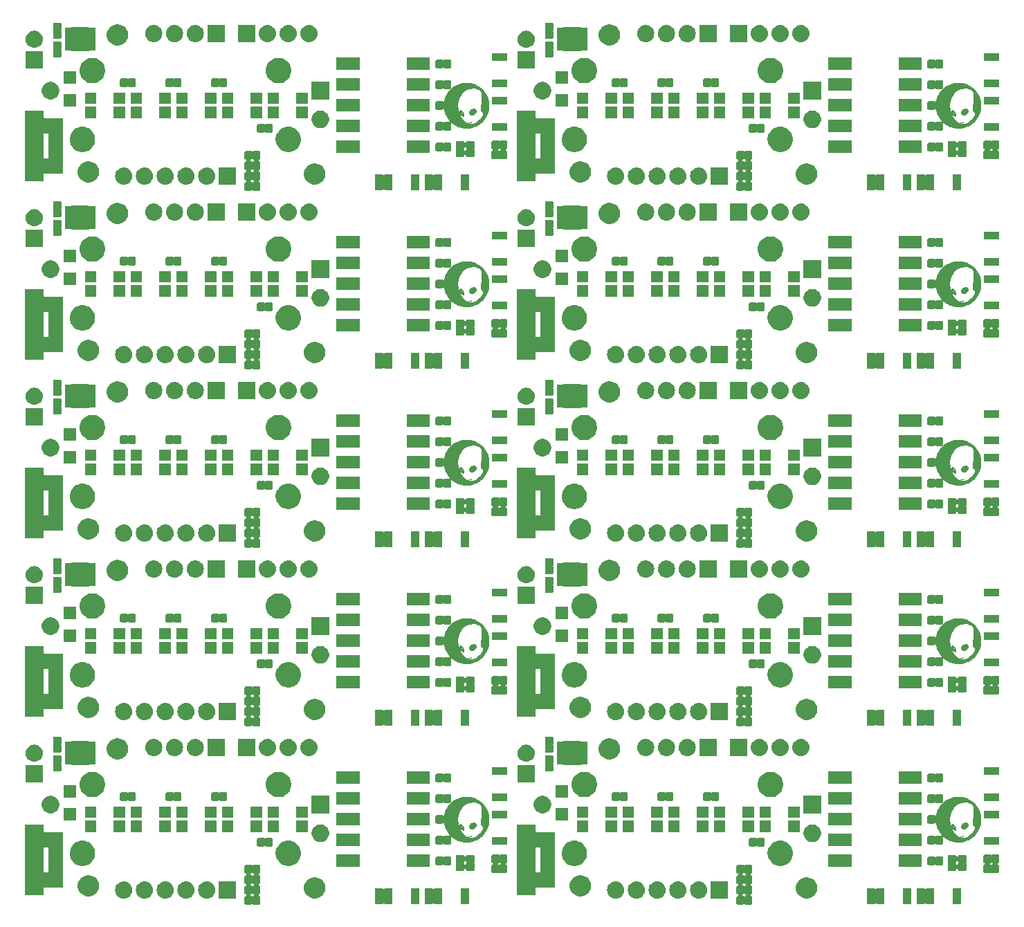
<source format=gbr>
G04 #@! TF.GenerationSoftware,KiCad,Pcbnew,5.0.2-bee76a0~70~ubuntu18.04.1*
G04 #@! TF.CreationDate,2019-05-17T22:11:45+02:00*
G04 #@! TF.ProjectId,m3_2x5_panel,6d335f32-7835-45f7-9061-6e656c2e6b69,rev?*
G04 #@! TF.SameCoordinates,Original*
G04 #@! TF.FileFunction,Soldermask,Top*
G04 #@! TF.FilePolarity,Negative*
%FSLAX46Y46*%
G04 Gerber Fmt 4.6, Leading zero omitted, Abs format (unit mm)*
G04 Created by KiCad (PCBNEW 5.0.2-bee76a0~70~ubuntu18.04.1) date Fr 17 Mai 2019 22:11:45 CEST*
%MOMM*%
%LPD*%
G01*
G04 APERTURE LIST*
%ADD10C,0.010000*%
%ADD11C,0.060000*%
%ADD12C,0.100000*%
G04 APERTURE END LIST*
D10*
G04 #@! TO.C,G\002A\002A\002A*
G36*
X192403467Y-134305902D02*
X192416544Y-134309293D01*
X192427848Y-134316422D01*
X192430192Y-134318345D01*
X192449492Y-134340182D01*
X192459419Y-134364659D01*
X192459726Y-134390568D01*
X192450241Y-134416565D01*
X192435812Y-134435659D01*
X192417337Y-134447125D01*
X192392824Y-134452010D01*
X192382028Y-134452360D01*
X192364629Y-134451747D01*
X192352955Y-134448734D01*
X192342594Y-134441558D01*
X192333703Y-134433059D01*
X192317078Y-134410169D01*
X192309736Y-134385234D01*
X192311632Y-134360006D01*
X192322719Y-134336236D01*
X192336659Y-134320751D01*
X192348513Y-134311554D01*
X192359830Y-134306833D01*
X192374930Y-134305169D01*
X192384467Y-134305040D01*
X192403467Y-134305902D01*
X192403467Y-134305902D01*
G37*
X192403467Y-134305902D02*
X192416544Y-134309293D01*
X192427848Y-134316422D01*
X192430192Y-134318345D01*
X192449492Y-134340182D01*
X192459419Y-134364659D01*
X192459726Y-134390568D01*
X192450241Y-134416565D01*
X192435812Y-134435659D01*
X192417337Y-134447125D01*
X192392824Y-134452010D01*
X192382028Y-134452360D01*
X192364629Y-134451747D01*
X192352955Y-134448734D01*
X192342594Y-134441558D01*
X192333703Y-134433059D01*
X192317078Y-134410169D01*
X192309736Y-134385234D01*
X192311632Y-134360006D01*
X192322719Y-134336236D01*
X192336659Y-134320751D01*
X192348513Y-134311554D01*
X192359830Y-134306833D01*
X192374930Y-134305169D01*
X192384467Y-134305040D01*
X192403467Y-134305902D01*
G36*
X190964266Y-134584726D02*
X190979354Y-134596133D01*
X190981589Y-134598410D01*
X190997797Y-134618876D01*
X191011103Y-134641988D01*
X191021195Y-134666148D01*
X191027761Y-134689760D01*
X191030491Y-134711226D01*
X191029074Y-134728950D01*
X191023197Y-134741335D01*
X191012550Y-134746783D01*
X191010540Y-134746903D01*
X191003119Y-134744490D01*
X190991618Y-134738502D01*
X190989897Y-134737471D01*
X190972899Y-134722708D01*
X190957167Y-134701201D01*
X190943717Y-134675483D01*
X190933564Y-134648089D01*
X190927721Y-134621554D01*
X190927205Y-134598413D01*
X190929803Y-134587395D01*
X190937222Y-134579874D01*
X190949466Y-134579145D01*
X190964266Y-134584726D01*
X190964266Y-134584726D01*
G37*
X190964266Y-134584726D02*
X190979354Y-134596133D01*
X190981589Y-134598410D01*
X190997797Y-134618876D01*
X191011103Y-134641988D01*
X191021195Y-134666148D01*
X191027761Y-134689760D01*
X191030491Y-134711226D01*
X191029074Y-134728950D01*
X191023197Y-134741335D01*
X191012550Y-134746783D01*
X191010540Y-134746903D01*
X191003119Y-134744490D01*
X190991618Y-134738502D01*
X190989897Y-134737471D01*
X190972899Y-134722708D01*
X190957167Y-134701201D01*
X190943717Y-134675483D01*
X190933564Y-134648089D01*
X190927721Y-134621554D01*
X190927205Y-134598413D01*
X190929803Y-134587395D01*
X190937222Y-134579874D01*
X190949466Y-134579145D01*
X190964266Y-134584726D01*
G36*
X191551211Y-130902458D02*
X191600103Y-130903834D01*
X191641591Y-130906027D01*
X191644048Y-130906204D01*
X191810530Y-130923417D01*
X191974656Y-130950419D01*
X192136063Y-130987036D01*
X192294389Y-131033097D01*
X192449270Y-131088428D01*
X192600345Y-131152856D01*
X192747251Y-131226210D01*
X192889624Y-131308315D01*
X193027104Y-131398999D01*
X193159326Y-131498090D01*
X193285928Y-131605414D01*
X193406548Y-131720799D01*
X193451288Y-131767306D01*
X193562188Y-131892602D01*
X193664652Y-132023480D01*
X193758566Y-132159694D01*
X193843814Y-132300997D01*
X193920285Y-132447144D01*
X193987864Y-132597891D01*
X194046437Y-132752990D01*
X194095890Y-132912196D01*
X194136110Y-133075265D01*
X194166984Y-133241949D01*
X194180827Y-133342380D01*
X194183488Y-133370414D01*
X194185856Y-133406958D01*
X194187907Y-133450365D01*
X194189618Y-133498988D01*
X194190968Y-133551179D01*
X194191931Y-133605293D01*
X194192487Y-133659681D01*
X194192610Y-133712698D01*
X194192279Y-133762697D01*
X194191471Y-133808029D01*
X194190162Y-133847050D01*
X194188329Y-133878111D01*
X194188321Y-133878209D01*
X194170225Y-134042538D01*
X194142323Y-134204747D01*
X194104824Y-134364436D01*
X194057937Y-134521205D01*
X194001868Y-134674653D01*
X193936826Y-134824380D01*
X193863020Y-134969986D01*
X193780658Y-135111071D01*
X193689947Y-135247233D01*
X193591095Y-135378073D01*
X193484312Y-135503191D01*
X193369805Y-135622185D01*
X193247782Y-135734656D01*
X193203627Y-135772165D01*
X193072139Y-135874964D01*
X192935356Y-135969170D01*
X192793620Y-136054644D01*
X192647275Y-136131244D01*
X192496663Y-136198830D01*
X192342128Y-136257262D01*
X192184013Y-136306399D01*
X192022661Y-136346100D01*
X191858415Y-136376225D01*
X191691618Y-136396634D01*
X191676020Y-136398030D01*
X191644405Y-136400221D01*
X191605073Y-136402083D01*
X191560137Y-136403591D01*
X191511709Y-136404716D01*
X191461902Y-136405434D01*
X191412829Y-136405717D01*
X191366602Y-136405540D01*
X191325334Y-136404876D01*
X191291138Y-136403699D01*
X191278494Y-136402987D01*
X191108862Y-136386842D01*
X190942178Y-136361108D01*
X190778708Y-136325899D01*
X190618716Y-136281329D01*
X190462467Y-136227512D01*
X190310227Y-136164563D01*
X190162261Y-136092596D01*
X190018833Y-136011725D01*
X189880208Y-135922065D01*
X189746652Y-135823729D01*
X189618430Y-135716831D01*
X189557069Y-135660836D01*
X189438679Y-135542667D01*
X189328279Y-135418371D01*
X189226041Y-135288310D01*
X189132138Y-135152848D01*
X189046743Y-135012346D01*
X188970029Y-134867169D01*
X188902170Y-134717680D01*
X188843337Y-134564241D01*
X188793704Y-134407216D01*
X188753444Y-134246968D01*
X188722730Y-134083860D01*
X188701735Y-133918254D01*
X188696284Y-133853968D01*
X188694035Y-133813043D01*
X188692606Y-133764584D01*
X188691958Y-133710541D01*
X188692054Y-133652865D01*
X188692645Y-133609080D01*
X190375666Y-133609080D01*
X190375887Y-133669667D01*
X190376600Y-133722055D01*
X190377954Y-133768198D01*
X190380096Y-133810049D01*
X190383176Y-133849563D01*
X190387341Y-133888695D01*
X190392739Y-133929398D01*
X190399519Y-133973627D01*
X190406483Y-134015480D01*
X190431121Y-134140567D01*
X190462972Y-134270584D01*
X190501444Y-134403955D01*
X190545946Y-134539106D01*
X190595885Y-134674460D01*
X190650669Y-134808444D01*
X190709707Y-134939483D01*
X190772405Y-135066001D01*
X190838173Y-135186423D01*
X190861938Y-135227060D01*
X190887650Y-135268950D01*
X190912192Y-135305870D01*
X190937258Y-135339963D01*
X190964539Y-135373377D01*
X190995727Y-135408255D01*
X191032514Y-135446744D01*
X191046037Y-135460468D01*
X191114339Y-135526863D01*
X191179832Y-135585139D01*
X191243980Y-135636394D01*
X191308245Y-135681727D01*
X191374092Y-135722236D01*
X191442983Y-135759020D01*
X191445425Y-135760232D01*
X191512665Y-135791431D01*
X191580323Y-135818391D01*
X191649618Y-135841374D01*
X191721772Y-135860641D01*
X191798008Y-135876453D01*
X191879546Y-135889071D01*
X191967607Y-135898755D01*
X192063414Y-135905768D01*
X192144101Y-135909543D01*
X192158268Y-135908865D01*
X192178974Y-135906405D01*
X192202842Y-135902605D01*
X192216146Y-135900095D01*
X192321926Y-135873769D01*
X192426027Y-135837524D01*
X192528540Y-135791320D01*
X192629559Y-135735116D01*
X192708515Y-135683515D01*
X192744748Y-135657243D01*
X192785656Y-135625848D01*
X192829805Y-135590564D01*
X192875764Y-135552626D01*
X192922099Y-135513267D01*
X192967377Y-135473721D01*
X193010165Y-135435223D01*
X193049030Y-135399007D01*
X193082540Y-135366306D01*
X193109157Y-135338469D01*
X193158878Y-135281371D01*
X193207826Y-135220633D01*
X193255142Y-135157572D01*
X193299968Y-135093502D01*
X193341446Y-135029739D01*
X193378716Y-134967600D01*
X193410920Y-134908400D01*
X193437199Y-134853454D01*
X193455347Y-134807960D01*
X193466966Y-134771483D01*
X193473469Y-134741720D01*
X193475091Y-134716746D01*
X193472066Y-134694638D01*
X193470029Y-134687455D01*
X193461699Y-134653983D01*
X193454974Y-134610650D01*
X193449845Y-134557382D01*
X193448357Y-134535280D01*
X193446714Y-134512085D01*
X193444891Y-134492627D01*
X193443127Y-134479154D01*
X193441848Y-134474079D01*
X193435785Y-134469891D01*
X193423261Y-134463616D01*
X193411013Y-134458294D01*
X193374991Y-134440605D01*
X193344850Y-134418911D01*
X193319855Y-134392133D01*
X193299272Y-134359196D01*
X193282367Y-134319021D01*
X193268406Y-134270533D01*
X193261531Y-134239000D01*
X193252909Y-134184784D01*
X193246672Y-134122099D01*
X193242803Y-134052347D01*
X193241288Y-133976931D01*
X193242110Y-133897253D01*
X193245254Y-133814717D01*
X193250704Y-133730724D01*
X193258444Y-133646678D01*
X193268458Y-133563981D01*
X193269191Y-133558657D01*
X193277483Y-133507421D01*
X193288651Y-133453323D01*
X193303099Y-133394681D01*
X193321236Y-133329812D01*
X193337307Y-133276694D01*
X193347801Y-133241396D01*
X193354549Y-133215023D01*
X193357656Y-133197098D01*
X193357430Y-133187794D01*
X193356792Y-133180617D01*
X193356073Y-133164139D01*
X193355290Y-133139222D01*
X193354462Y-133106726D01*
X193353607Y-133067508D01*
X193352743Y-133022431D01*
X193351887Y-132972353D01*
X193351058Y-132918135D01*
X193350274Y-132860636D01*
X193349824Y-132824220D01*
X193348899Y-132749666D01*
X193347978Y-132684236D01*
X193347009Y-132626894D01*
X193345943Y-132576602D01*
X193344728Y-132532325D01*
X193343314Y-132493028D01*
X193341651Y-132457672D01*
X193339686Y-132425222D01*
X193337370Y-132394643D01*
X193334653Y-132364897D01*
X193331482Y-132334948D01*
X193327809Y-132303761D01*
X193323581Y-132270298D01*
X193322215Y-132259795D01*
X193313250Y-132197333D01*
X193302437Y-132131982D01*
X193290463Y-132067572D01*
X193278016Y-132007931D01*
X193273001Y-131986020D01*
X193266994Y-131960540D01*
X193261659Y-131937878D01*
X193257519Y-131920265D01*
X193255100Y-131909935D01*
X193254899Y-131909073D01*
X193249314Y-131899396D01*
X193236570Y-131884940D01*
X193217859Y-131866712D01*
X193194373Y-131845720D01*
X193167305Y-131822970D01*
X193137847Y-131799471D01*
X193107191Y-131776230D01*
X193076529Y-131754254D01*
X193052700Y-131738198D01*
X192959463Y-131683361D01*
X192860166Y-131636465D01*
X192754685Y-131597465D01*
X192642899Y-131566315D01*
X192524685Y-131542973D01*
X192514220Y-131541329D01*
X192469597Y-131535794D01*
X192417346Y-131531533D01*
X192359923Y-131528589D01*
X192299784Y-131527008D01*
X192239387Y-131526836D01*
X192181189Y-131528116D01*
X192127646Y-131530894D01*
X192095120Y-131533664D01*
X191958105Y-131551676D01*
X191826689Y-131577048D01*
X191701174Y-131609663D01*
X191581865Y-131649407D01*
X191469062Y-131696162D01*
X191363070Y-131749814D01*
X191264191Y-131810247D01*
X191172728Y-131877344D01*
X191152107Y-131894265D01*
X191118918Y-131923284D01*
X191086526Y-131954228D01*
X191053435Y-131988670D01*
X191018149Y-132028178D01*
X190979172Y-132074324D01*
X190970317Y-132085080D01*
X190866706Y-132217532D01*
X190773179Y-132349987D01*
X190689658Y-132482597D01*
X190616068Y-132615516D01*
X190552333Y-132748898D01*
X190498377Y-132882898D01*
X190454124Y-133017667D01*
X190419497Y-133153361D01*
X190404139Y-133230620D01*
X190396662Y-133273764D01*
X190390587Y-133312361D01*
X190385775Y-133348252D01*
X190382087Y-133383277D01*
X190379385Y-133419277D01*
X190377530Y-133458091D01*
X190376385Y-133501562D01*
X190375809Y-133551529D01*
X190375666Y-133609080D01*
X188692645Y-133609080D01*
X188692856Y-133593504D01*
X188694326Y-133534411D01*
X188696424Y-133477535D01*
X188699114Y-133424827D01*
X188702356Y-133378237D01*
X188706114Y-133339715D01*
X188706382Y-133337480D01*
X188731856Y-133167948D01*
X188766528Y-133002726D01*
X188810429Y-132841738D01*
X188863592Y-132684912D01*
X188926049Y-132532174D01*
X188997830Y-132383450D01*
X189078969Y-132238666D01*
X189169497Y-132097748D01*
X189269446Y-131960622D01*
X189336957Y-131876518D01*
X189362054Y-131847534D01*
X189393260Y-131813364D01*
X189429054Y-131775528D01*
X189467916Y-131735547D01*
X189508323Y-131694943D01*
X189548755Y-131655238D01*
X189587690Y-131617951D01*
X189623608Y-131584605D01*
X189654986Y-131556720D01*
X189666598Y-131546877D01*
X189782926Y-131454563D01*
X189899935Y-131370875D01*
X190019786Y-131294386D01*
X190144636Y-131223670D01*
X190197740Y-131196030D01*
X190343001Y-131127317D01*
X190490253Y-131067876D01*
X190640345Y-131017450D01*
X190794124Y-130975784D01*
X190952440Y-130942623D01*
X191116142Y-130917711D01*
X191127560Y-130916302D01*
X191165474Y-130912511D01*
X191211587Y-130909233D01*
X191263948Y-130906505D01*
X191320606Y-130904366D01*
X191379612Y-130902854D01*
X191439015Y-130902006D01*
X191496865Y-130901862D01*
X191551211Y-130902458D01*
X191551211Y-130902458D01*
G37*
X191551211Y-130902458D02*
X191600103Y-130903834D01*
X191641591Y-130906027D01*
X191644048Y-130906204D01*
X191810530Y-130923417D01*
X191974656Y-130950419D01*
X192136063Y-130987036D01*
X192294389Y-131033097D01*
X192449270Y-131088428D01*
X192600345Y-131152856D01*
X192747251Y-131226210D01*
X192889624Y-131308315D01*
X193027104Y-131398999D01*
X193159326Y-131498090D01*
X193285928Y-131605414D01*
X193406548Y-131720799D01*
X193451288Y-131767306D01*
X193562188Y-131892602D01*
X193664652Y-132023480D01*
X193758566Y-132159694D01*
X193843814Y-132300997D01*
X193920285Y-132447144D01*
X193987864Y-132597891D01*
X194046437Y-132752990D01*
X194095890Y-132912196D01*
X194136110Y-133075265D01*
X194166984Y-133241949D01*
X194180827Y-133342380D01*
X194183488Y-133370414D01*
X194185856Y-133406958D01*
X194187907Y-133450365D01*
X194189618Y-133498988D01*
X194190968Y-133551179D01*
X194191931Y-133605293D01*
X194192487Y-133659681D01*
X194192610Y-133712698D01*
X194192279Y-133762697D01*
X194191471Y-133808029D01*
X194190162Y-133847050D01*
X194188329Y-133878111D01*
X194188321Y-133878209D01*
X194170225Y-134042538D01*
X194142323Y-134204747D01*
X194104824Y-134364436D01*
X194057937Y-134521205D01*
X194001868Y-134674653D01*
X193936826Y-134824380D01*
X193863020Y-134969986D01*
X193780658Y-135111071D01*
X193689947Y-135247233D01*
X193591095Y-135378073D01*
X193484312Y-135503191D01*
X193369805Y-135622185D01*
X193247782Y-135734656D01*
X193203627Y-135772165D01*
X193072139Y-135874964D01*
X192935356Y-135969170D01*
X192793620Y-136054644D01*
X192647275Y-136131244D01*
X192496663Y-136198830D01*
X192342128Y-136257262D01*
X192184013Y-136306399D01*
X192022661Y-136346100D01*
X191858415Y-136376225D01*
X191691618Y-136396634D01*
X191676020Y-136398030D01*
X191644405Y-136400221D01*
X191605073Y-136402083D01*
X191560137Y-136403591D01*
X191511709Y-136404716D01*
X191461902Y-136405434D01*
X191412829Y-136405717D01*
X191366602Y-136405540D01*
X191325334Y-136404876D01*
X191291138Y-136403699D01*
X191278494Y-136402987D01*
X191108862Y-136386842D01*
X190942178Y-136361108D01*
X190778708Y-136325899D01*
X190618716Y-136281329D01*
X190462467Y-136227512D01*
X190310227Y-136164563D01*
X190162261Y-136092596D01*
X190018833Y-136011725D01*
X189880208Y-135922065D01*
X189746652Y-135823729D01*
X189618430Y-135716831D01*
X189557069Y-135660836D01*
X189438679Y-135542667D01*
X189328279Y-135418371D01*
X189226041Y-135288310D01*
X189132138Y-135152848D01*
X189046743Y-135012346D01*
X188970029Y-134867169D01*
X188902170Y-134717680D01*
X188843337Y-134564241D01*
X188793704Y-134407216D01*
X188753444Y-134246968D01*
X188722730Y-134083860D01*
X188701735Y-133918254D01*
X188696284Y-133853968D01*
X188694035Y-133813043D01*
X188692606Y-133764584D01*
X188691958Y-133710541D01*
X188692054Y-133652865D01*
X188692645Y-133609080D01*
X190375666Y-133609080D01*
X190375887Y-133669667D01*
X190376600Y-133722055D01*
X190377954Y-133768198D01*
X190380096Y-133810049D01*
X190383176Y-133849563D01*
X190387341Y-133888695D01*
X190392739Y-133929398D01*
X190399519Y-133973627D01*
X190406483Y-134015480D01*
X190431121Y-134140567D01*
X190462972Y-134270584D01*
X190501444Y-134403955D01*
X190545946Y-134539106D01*
X190595885Y-134674460D01*
X190650669Y-134808444D01*
X190709707Y-134939483D01*
X190772405Y-135066001D01*
X190838173Y-135186423D01*
X190861938Y-135227060D01*
X190887650Y-135268950D01*
X190912192Y-135305870D01*
X190937258Y-135339963D01*
X190964539Y-135373377D01*
X190995727Y-135408255D01*
X191032514Y-135446744D01*
X191046037Y-135460468D01*
X191114339Y-135526863D01*
X191179832Y-135585139D01*
X191243980Y-135636394D01*
X191308245Y-135681727D01*
X191374092Y-135722236D01*
X191442983Y-135759020D01*
X191445425Y-135760232D01*
X191512665Y-135791431D01*
X191580323Y-135818391D01*
X191649618Y-135841374D01*
X191721772Y-135860641D01*
X191798008Y-135876453D01*
X191879546Y-135889071D01*
X191967607Y-135898755D01*
X192063414Y-135905768D01*
X192144101Y-135909543D01*
X192158268Y-135908865D01*
X192178974Y-135906405D01*
X192202842Y-135902605D01*
X192216146Y-135900095D01*
X192321926Y-135873769D01*
X192426027Y-135837524D01*
X192528540Y-135791320D01*
X192629559Y-135735116D01*
X192708515Y-135683515D01*
X192744748Y-135657243D01*
X192785656Y-135625848D01*
X192829805Y-135590564D01*
X192875764Y-135552626D01*
X192922099Y-135513267D01*
X192967377Y-135473721D01*
X193010165Y-135435223D01*
X193049030Y-135399007D01*
X193082540Y-135366306D01*
X193109157Y-135338469D01*
X193158878Y-135281371D01*
X193207826Y-135220633D01*
X193255142Y-135157572D01*
X193299968Y-135093502D01*
X193341446Y-135029739D01*
X193378716Y-134967600D01*
X193410920Y-134908400D01*
X193437199Y-134853454D01*
X193455347Y-134807960D01*
X193466966Y-134771483D01*
X193473469Y-134741720D01*
X193475091Y-134716746D01*
X193472066Y-134694638D01*
X193470029Y-134687455D01*
X193461699Y-134653983D01*
X193454974Y-134610650D01*
X193449845Y-134557382D01*
X193448357Y-134535280D01*
X193446714Y-134512085D01*
X193444891Y-134492627D01*
X193443127Y-134479154D01*
X193441848Y-134474079D01*
X193435785Y-134469891D01*
X193423261Y-134463616D01*
X193411013Y-134458294D01*
X193374991Y-134440605D01*
X193344850Y-134418911D01*
X193319855Y-134392133D01*
X193299272Y-134359196D01*
X193282367Y-134319021D01*
X193268406Y-134270533D01*
X193261531Y-134239000D01*
X193252909Y-134184784D01*
X193246672Y-134122099D01*
X193242803Y-134052347D01*
X193241288Y-133976931D01*
X193242110Y-133897253D01*
X193245254Y-133814717D01*
X193250704Y-133730724D01*
X193258444Y-133646678D01*
X193268458Y-133563981D01*
X193269191Y-133558657D01*
X193277483Y-133507421D01*
X193288651Y-133453323D01*
X193303099Y-133394681D01*
X193321236Y-133329812D01*
X193337307Y-133276694D01*
X193347801Y-133241396D01*
X193354549Y-133215023D01*
X193357656Y-133197098D01*
X193357430Y-133187794D01*
X193356792Y-133180617D01*
X193356073Y-133164139D01*
X193355290Y-133139222D01*
X193354462Y-133106726D01*
X193353607Y-133067508D01*
X193352743Y-133022431D01*
X193351887Y-132972353D01*
X193351058Y-132918135D01*
X193350274Y-132860636D01*
X193349824Y-132824220D01*
X193348899Y-132749666D01*
X193347978Y-132684236D01*
X193347009Y-132626894D01*
X193345943Y-132576602D01*
X193344728Y-132532325D01*
X193343314Y-132493028D01*
X193341651Y-132457672D01*
X193339686Y-132425222D01*
X193337370Y-132394643D01*
X193334653Y-132364897D01*
X193331482Y-132334948D01*
X193327809Y-132303761D01*
X193323581Y-132270298D01*
X193322215Y-132259795D01*
X193313250Y-132197333D01*
X193302437Y-132131982D01*
X193290463Y-132067572D01*
X193278016Y-132007931D01*
X193273001Y-131986020D01*
X193266994Y-131960540D01*
X193261659Y-131937878D01*
X193257519Y-131920265D01*
X193255100Y-131909935D01*
X193254899Y-131909073D01*
X193249314Y-131899396D01*
X193236570Y-131884940D01*
X193217859Y-131866712D01*
X193194373Y-131845720D01*
X193167305Y-131822970D01*
X193137847Y-131799471D01*
X193107191Y-131776230D01*
X193076529Y-131754254D01*
X193052700Y-131738198D01*
X192959463Y-131683361D01*
X192860166Y-131636465D01*
X192754685Y-131597465D01*
X192642899Y-131566315D01*
X192524685Y-131542973D01*
X192514220Y-131541329D01*
X192469597Y-131535794D01*
X192417346Y-131531533D01*
X192359923Y-131528589D01*
X192299784Y-131527008D01*
X192239387Y-131526836D01*
X192181189Y-131528116D01*
X192127646Y-131530894D01*
X192095120Y-131533664D01*
X191958105Y-131551676D01*
X191826689Y-131577048D01*
X191701174Y-131609663D01*
X191581865Y-131649407D01*
X191469062Y-131696162D01*
X191363070Y-131749814D01*
X191264191Y-131810247D01*
X191172728Y-131877344D01*
X191152107Y-131894265D01*
X191118918Y-131923284D01*
X191086526Y-131954228D01*
X191053435Y-131988670D01*
X191018149Y-132028178D01*
X190979172Y-132074324D01*
X190970317Y-132085080D01*
X190866706Y-132217532D01*
X190773179Y-132349987D01*
X190689658Y-132482597D01*
X190616068Y-132615516D01*
X190552333Y-132748898D01*
X190498377Y-132882898D01*
X190454124Y-133017667D01*
X190419497Y-133153361D01*
X190404139Y-133230620D01*
X190396662Y-133273764D01*
X190390587Y-133312361D01*
X190385775Y-133348252D01*
X190382087Y-133383277D01*
X190379385Y-133419277D01*
X190377530Y-133458091D01*
X190376385Y-133501562D01*
X190375809Y-133551529D01*
X190375666Y-133609080D01*
X188692645Y-133609080D01*
X188692856Y-133593504D01*
X188694326Y-133534411D01*
X188696424Y-133477535D01*
X188699114Y-133424827D01*
X188702356Y-133378237D01*
X188706114Y-133339715D01*
X188706382Y-133337480D01*
X188731856Y-133167948D01*
X188766528Y-133002726D01*
X188810429Y-132841738D01*
X188863592Y-132684912D01*
X188926049Y-132532174D01*
X188997830Y-132383450D01*
X189078969Y-132238666D01*
X189169497Y-132097748D01*
X189269446Y-131960622D01*
X189336957Y-131876518D01*
X189362054Y-131847534D01*
X189393260Y-131813364D01*
X189429054Y-131775528D01*
X189467916Y-131735547D01*
X189508323Y-131694943D01*
X189548755Y-131655238D01*
X189587690Y-131617951D01*
X189623608Y-131584605D01*
X189654986Y-131556720D01*
X189666598Y-131546877D01*
X189782926Y-131454563D01*
X189899935Y-131370875D01*
X190019786Y-131294386D01*
X190144636Y-131223670D01*
X190197740Y-131196030D01*
X190343001Y-131127317D01*
X190490253Y-131067876D01*
X190640345Y-131017450D01*
X190794124Y-130975784D01*
X190952440Y-130942623D01*
X191116142Y-130917711D01*
X191127560Y-130916302D01*
X191165474Y-130912511D01*
X191211587Y-130909233D01*
X191263948Y-130906505D01*
X191320606Y-130904366D01*
X191379612Y-130902854D01*
X191439015Y-130902006D01*
X191496865Y-130901862D01*
X191551211Y-130902458D01*
G36*
X132205467Y-134305902D02*
X132218544Y-134309293D01*
X132229848Y-134316422D01*
X132232192Y-134318345D01*
X132251492Y-134340182D01*
X132261419Y-134364659D01*
X132261726Y-134390568D01*
X132252241Y-134416565D01*
X132237812Y-134435659D01*
X132219337Y-134447125D01*
X132194824Y-134452010D01*
X132184028Y-134452360D01*
X132166629Y-134451747D01*
X132154955Y-134448734D01*
X132144594Y-134441558D01*
X132135703Y-134433059D01*
X132119078Y-134410169D01*
X132111736Y-134385234D01*
X132113632Y-134360006D01*
X132124719Y-134336236D01*
X132138659Y-134320751D01*
X132150513Y-134311554D01*
X132161830Y-134306833D01*
X132176930Y-134305169D01*
X132186467Y-134305040D01*
X132205467Y-134305902D01*
X132205467Y-134305902D01*
G37*
X132205467Y-134305902D02*
X132218544Y-134309293D01*
X132229848Y-134316422D01*
X132232192Y-134318345D01*
X132251492Y-134340182D01*
X132261419Y-134364659D01*
X132261726Y-134390568D01*
X132252241Y-134416565D01*
X132237812Y-134435659D01*
X132219337Y-134447125D01*
X132194824Y-134452010D01*
X132184028Y-134452360D01*
X132166629Y-134451747D01*
X132154955Y-134448734D01*
X132144594Y-134441558D01*
X132135703Y-134433059D01*
X132119078Y-134410169D01*
X132111736Y-134385234D01*
X132113632Y-134360006D01*
X132124719Y-134336236D01*
X132138659Y-134320751D01*
X132150513Y-134311554D01*
X132161830Y-134306833D01*
X132176930Y-134305169D01*
X132186467Y-134305040D01*
X132205467Y-134305902D01*
G36*
X130766266Y-134584726D02*
X130781354Y-134596133D01*
X130783589Y-134598410D01*
X130799797Y-134618876D01*
X130813103Y-134641988D01*
X130823195Y-134666148D01*
X130829761Y-134689760D01*
X130832491Y-134711226D01*
X130831074Y-134728950D01*
X130825197Y-134741335D01*
X130814550Y-134746783D01*
X130812540Y-134746903D01*
X130805119Y-134744490D01*
X130793618Y-134738502D01*
X130791897Y-134737471D01*
X130774899Y-134722708D01*
X130759167Y-134701201D01*
X130745717Y-134675483D01*
X130735564Y-134648089D01*
X130729721Y-134621554D01*
X130729205Y-134598413D01*
X130731803Y-134587395D01*
X130739222Y-134579874D01*
X130751466Y-134579145D01*
X130766266Y-134584726D01*
X130766266Y-134584726D01*
G37*
X130766266Y-134584726D02*
X130781354Y-134596133D01*
X130783589Y-134598410D01*
X130799797Y-134618876D01*
X130813103Y-134641988D01*
X130823195Y-134666148D01*
X130829761Y-134689760D01*
X130832491Y-134711226D01*
X130831074Y-134728950D01*
X130825197Y-134741335D01*
X130814550Y-134746783D01*
X130812540Y-134746903D01*
X130805119Y-134744490D01*
X130793618Y-134738502D01*
X130791897Y-134737471D01*
X130774899Y-134722708D01*
X130759167Y-134701201D01*
X130745717Y-134675483D01*
X130735564Y-134648089D01*
X130729721Y-134621554D01*
X130729205Y-134598413D01*
X130731803Y-134587395D01*
X130739222Y-134579874D01*
X130751466Y-134579145D01*
X130766266Y-134584726D01*
G36*
X131353211Y-130902458D02*
X131402103Y-130903834D01*
X131443591Y-130906027D01*
X131446048Y-130906204D01*
X131612530Y-130923417D01*
X131776656Y-130950419D01*
X131938063Y-130987036D01*
X132096389Y-131033097D01*
X132251270Y-131088428D01*
X132402345Y-131152856D01*
X132549251Y-131226210D01*
X132691624Y-131308315D01*
X132829104Y-131398999D01*
X132961326Y-131498090D01*
X133087928Y-131605414D01*
X133208548Y-131720799D01*
X133253288Y-131767306D01*
X133364188Y-131892602D01*
X133466652Y-132023480D01*
X133560566Y-132159694D01*
X133645814Y-132300997D01*
X133722285Y-132447144D01*
X133789864Y-132597891D01*
X133848437Y-132752990D01*
X133897890Y-132912196D01*
X133938110Y-133075265D01*
X133968984Y-133241949D01*
X133982827Y-133342380D01*
X133985488Y-133370414D01*
X133987856Y-133406958D01*
X133989907Y-133450365D01*
X133991618Y-133498988D01*
X133992968Y-133551179D01*
X133993931Y-133605293D01*
X133994487Y-133659681D01*
X133994610Y-133712698D01*
X133994279Y-133762697D01*
X133993471Y-133808029D01*
X133992162Y-133847050D01*
X133990329Y-133878111D01*
X133990321Y-133878209D01*
X133972225Y-134042538D01*
X133944323Y-134204747D01*
X133906824Y-134364436D01*
X133859937Y-134521205D01*
X133803868Y-134674653D01*
X133738826Y-134824380D01*
X133665020Y-134969986D01*
X133582658Y-135111071D01*
X133491947Y-135247233D01*
X133393095Y-135378073D01*
X133286312Y-135503191D01*
X133171805Y-135622185D01*
X133049782Y-135734656D01*
X133005627Y-135772165D01*
X132874139Y-135874964D01*
X132737356Y-135969170D01*
X132595620Y-136054644D01*
X132449275Y-136131244D01*
X132298663Y-136198830D01*
X132144128Y-136257262D01*
X131986013Y-136306399D01*
X131824661Y-136346100D01*
X131660415Y-136376225D01*
X131493618Y-136396634D01*
X131478020Y-136398030D01*
X131446405Y-136400221D01*
X131407073Y-136402083D01*
X131362137Y-136403591D01*
X131313709Y-136404716D01*
X131263902Y-136405434D01*
X131214829Y-136405717D01*
X131168602Y-136405540D01*
X131127334Y-136404876D01*
X131093138Y-136403699D01*
X131080494Y-136402987D01*
X130910862Y-136386842D01*
X130744178Y-136361108D01*
X130580708Y-136325899D01*
X130420716Y-136281329D01*
X130264467Y-136227512D01*
X130112227Y-136164563D01*
X129964261Y-136092596D01*
X129820833Y-136011725D01*
X129682208Y-135922065D01*
X129548652Y-135823729D01*
X129420430Y-135716831D01*
X129359069Y-135660836D01*
X129240679Y-135542667D01*
X129130279Y-135418371D01*
X129028041Y-135288310D01*
X128934138Y-135152848D01*
X128848743Y-135012346D01*
X128772029Y-134867169D01*
X128704170Y-134717680D01*
X128645337Y-134564241D01*
X128595704Y-134407216D01*
X128555444Y-134246968D01*
X128524730Y-134083860D01*
X128503735Y-133918254D01*
X128498284Y-133853968D01*
X128496035Y-133813043D01*
X128494606Y-133764584D01*
X128493958Y-133710541D01*
X128494054Y-133652865D01*
X128494645Y-133609080D01*
X130177666Y-133609080D01*
X130177887Y-133669667D01*
X130178600Y-133722055D01*
X130179954Y-133768198D01*
X130182096Y-133810049D01*
X130185176Y-133849563D01*
X130189341Y-133888695D01*
X130194739Y-133929398D01*
X130201519Y-133973627D01*
X130208483Y-134015480D01*
X130233121Y-134140567D01*
X130264972Y-134270584D01*
X130303444Y-134403955D01*
X130347946Y-134539106D01*
X130397885Y-134674460D01*
X130452669Y-134808444D01*
X130511707Y-134939483D01*
X130574405Y-135066001D01*
X130640173Y-135186423D01*
X130663938Y-135227060D01*
X130689650Y-135268950D01*
X130714192Y-135305870D01*
X130739258Y-135339963D01*
X130766539Y-135373377D01*
X130797727Y-135408255D01*
X130834514Y-135446744D01*
X130848037Y-135460468D01*
X130916339Y-135526863D01*
X130981832Y-135585139D01*
X131045980Y-135636394D01*
X131110245Y-135681727D01*
X131176092Y-135722236D01*
X131244983Y-135759020D01*
X131247425Y-135760232D01*
X131314665Y-135791431D01*
X131382323Y-135818391D01*
X131451618Y-135841374D01*
X131523772Y-135860641D01*
X131600008Y-135876453D01*
X131681546Y-135889071D01*
X131769607Y-135898755D01*
X131865414Y-135905768D01*
X131946101Y-135909543D01*
X131960268Y-135908865D01*
X131980974Y-135906405D01*
X132004842Y-135902605D01*
X132018146Y-135900095D01*
X132123926Y-135873769D01*
X132228027Y-135837524D01*
X132330540Y-135791320D01*
X132431559Y-135735116D01*
X132510515Y-135683515D01*
X132546748Y-135657243D01*
X132587656Y-135625848D01*
X132631805Y-135590564D01*
X132677764Y-135552626D01*
X132724099Y-135513267D01*
X132769377Y-135473721D01*
X132812165Y-135435223D01*
X132851030Y-135399007D01*
X132884540Y-135366306D01*
X132911157Y-135338469D01*
X132960878Y-135281371D01*
X133009826Y-135220633D01*
X133057142Y-135157572D01*
X133101968Y-135093502D01*
X133143446Y-135029739D01*
X133180716Y-134967600D01*
X133212920Y-134908400D01*
X133239199Y-134853454D01*
X133257347Y-134807960D01*
X133268966Y-134771483D01*
X133275469Y-134741720D01*
X133277091Y-134716746D01*
X133274066Y-134694638D01*
X133272029Y-134687455D01*
X133263699Y-134653983D01*
X133256974Y-134610650D01*
X133251845Y-134557382D01*
X133250357Y-134535280D01*
X133248714Y-134512085D01*
X133246891Y-134492627D01*
X133245127Y-134479154D01*
X133243848Y-134474079D01*
X133237785Y-134469891D01*
X133225261Y-134463616D01*
X133213013Y-134458294D01*
X133176991Y-134440605D01*
X133146850Y-134418911D01*
X133121855Y-134392133D01*
X133101272Y-134359196D01*
X133084367Y-134319021D01*
X133070406Y-134270533D01*
X133063531Y-134239000D01*
X133054909Y-134184784D01*
X133048672Y-134122099D01*
X133044803Y-134052347D01*
X133043288Y-133976931D01*
X133044110Y-133897253D01*
X133047254Y-133814717D01*
X133052704Y-133730724D01*
X133060444Y-133646678D01*
X133070458Y-133563981D01*
X133071191Y-133558657D01*
X133079483Y-133507421D01*
X133090651Y-133453323D01*
X133105099Y-133394681D01*
X133123236Y-133329812D01*
X133139307Y-133276694D01*
X133149801Y-133241396D01*
X133156549Y-133215023D01*
X133159656Y-133197098D01*
X133159430Y-133187794D01*
X133158792Y-133180617D01*
X133158073Y-133164139D01*
X133157290Y-133139222D01*
X133156462Y-133106726D01*
X133155607Y-133067508D01*
X133154743Y-133022431D01*
X133153887Y-132972353D01*
X133153058Y-132918135D01*
X133152274Y-132860636D01*
X133151824Y-132824220D01*
X133150899Y-132749666D01*
X133149978Y-132684236D01*
X133149009Y-132626894D01*
X133147943Y-132576602D01*
X133146728Y-132532325D01*
X133145314Y-132493028D01*
X133143651Y-132457672D01*
X133141686Y-132425222D01*
X133139370Y-132394643D01*
X133136653Y-132364897D01*
X133133482Y-132334948D01*
X133129809Y-132303761D01*
X133125581Y-132270298D01*
X133124215Y-132259795D01*
X133115250Y-132197333D01*
X133104437Y-132131982D01*
X133092463Y-132067572D01*
X133080016Y-132007931D01*
X133075001Y-131986020D01*
X133068994Y-131960540D01*
X133063659Y-131937878D01*
X133059519Y-131920265D01*
X133057100Y-131909935D01*
X133056899Y-131909073D01*
X133051314Y-131899396D01*
X133038570Y-131884940D01*
X133019859Y-131866712D01*
X132996373Y-131845720D01*
X132969305Y-131822970D01*
X132939847Y-131799471D01*
X132909191Y-131776230D01*
X132878529Y-131754254D01*
X132854700Y-131738198D01*
X132761463Y-131683361D01*
X132662166Y-131636465D01*
X132556685Y-131597465D01*
X132444899Y-131566315D01*
X132326685Y-131542973D01*
X132316220Y-131541329D01*
X132271597Y-131535794D01*
X132219346Y-131531533D01*
X132161923Y-131528589D01*
X132101784Y-131527008D01*
X132041387Y-131526836D01*
X131983189Y-131528116D01*
X131929646Y-131530894D01*
X131897120Y-131533664D01*
X131760105Y-131551676D01*
X131628689Y-131577048D01*
X131503174Y-131609663D01*
X131383865Y-131649407D01*
X131271062Y-131696162D01*
X131165070Y-131749814D01*
X131066191Y-131810247D01*
X130974728Y-131877344D01*
X130954107Y-131894265D01*
X130920918Y-131923284D01*
X130888526Y-131954228D01*
X130855435Y-131988670D01*
X130820149Y-132028178D01*
X130781172Y-132074324D01*
X130772317Y-132085080D01*
X130668706Y-132217532D01*
X130575179Y-132349987D01*
X130491658Y-132482597D01*
X130418068Y-132615516D01*
X130354333Y-132748898D01*
X130300377Y-132882898D01*
X130256124Y-133017667D01*
X130221497Y-133153361D01*
X130206139Y-133230620D01*
X130198662Y-133273764D01*
X130192587Y-133312361D01*
X130187775Y-133348252D01*
X130184087Y-133383277D01*
X130181385Y-133419277D01*
X130179530Y-133458091D01*
X130178385Y-133501562D01*
X130177809Y-133551529D01*
X130177666Y-133609080D01*
X128494645Y-133609080D01*
X128494856Y-133593504D01*
X128496326Y-133534411D01*
X128498424Y-133477535D01*
X128501114Y-133424827D01*
X128504356Y-133378237D01*
X128508114Y-133339715D01*
X128508382Y-133337480D01*
X128533856Y-133167948D01*
X128568528Y-133002726D01*
X128612429Y-132841738D01*
X128665592Y-132684912D01*
X128728049Y-132532174D01*
X128799830Y-132383450D01*
X128880969Y-132238666D01*
X128971497Y-132097748D01*
X129071446Y-131960622D01*
X129138957Y-131876518D01*
X129164054Y-131847534D01*
X129195260Y-131813364D01*
X129231054Y-131775528D01*
X129269916Y-131735547D01*
X129310323Y-131694943D01*
X129350755Y-131655238D01*
X129389690Y-131617951D01*
X129425608Y-131584605D01*
X129456986Y-131556720D01*
X129468598Y-131546877D01*
X129584926Y-131454563D01*
X129701935Y-131370875D01*
X129821786Y-131294386D01*
X129946636Y-131223670D01*
X129999740Y-131196030D01*
X130145001Y-131127317D01*
X130292253Y-131067876D01*
X130442345Y-131017450D01*
X130596124Y-130975784D01*
X130754440Y-130942623D01*
X130918142Y-130917711D01*
X130929560Y-130916302D01*
X130967474Y-130912511D01*
X131013587Y-130909233D01*
X131065948Y-130906505D01*
X131122606Y-130904366D01*
X131181612Y-130902854D01*
X131241015Y-130902006D01*
X131298865Y-130901862D01*
X131353211Y-130902458D01*
X131353211Y-130902458D01*
G37*
X131353211Y-130902458D02*
X131402103Y-130903834D01*
X131443591Y-130906027D01*
X131446048Y-130906204D01*
X131612530Y-130923417D01*
X131776656Y-130950419D01*
X131938063Y-130987036D01*
X132096389Y-131033097D01*
X132251270Y-131088428D01*
X132402345Y-131152856D01*
X132549251Y-131226210D01*
X132691624Y-131308315D01*
X132829104Y-131398999D01*
X132961326Y-131498090D01*
X133087928Y-131605414D01*
X133208548Y-131720799D01*
X133253288Y-131767306D01*
X133364188Y-131892602D01*
X133466652Y-132023480D01*
X133560566Y-132159694D01*
X133645814Y-132300997D01*
X133722285Y-132447144D01*
X133789864Y-132597891D01*
X133848437Y-132752990D01*
X133897890Y-132912196D01*
X133938110Y-133075265D01*
X133968984Y-133241949D01*
X133982827Y-133342380D01*
X133985488Y-133370414D01*
X133987856Y-133406958D01*
X133989907Y-133450365D01*
X133991618Y-133498988D01*
X133992968Y-133551179D01*
X133993931Y-133605293D01*
X133994487Y-133659681D01*
X133994610Y-133712698D01*
X133994279Y-133762697D01*
X133993471Y-133808029D01*
X133992162Y-133847050D01*
X133990329Y-133878111D01*
X133990321Y-133878209D01*
X133972225Y-134042538D01*
X133944323Y-134204747D01*
X133906824Y-134364436D01*
X133859937Y-134521205D01*
X133803868Y-134674653D01*
X133738826Y-134824380D01*
X133665020Y-134969986D01*
X133582658Y-135111071D01*
X133491947Y-135247233D01*
X133393095Y-135378073D01*
X133286312Y-135503191D01*
X133171805Y-135622185D01*
X133049782Y-135734656D01*
X133005627Y-135772165D01*
X132874139Y-135874964D01*
X132737356Y-135969170D01*
X132595620Y-136054644D01*
X132449275Y-136131244D01*
X132298663Y-136198830D01*
X132144128Y-136257262D01*
X131986013Y-136306399D01*
X131824661Y-136346100D01*
X131660415Y-136376225D01*
X131493618Y-136396634D01*
X131478020Y-136398030D01*
X131446405Y-136400221D01*
X131407073Y-136402083D01*
X131362137Y-136403591D01*
X131313709Y-136404716D01*
X131263902Y-136405434D01*
X131214829Y-136405717D01*
X131168602Y-136405540D01*
X131127334Y-136404876D01*
X131093138Y-136403699D01*
X131080494Y-136402987D01*
X130910862Y-136386842D01*
X130744178Y-136361108D01*
X130580708Y-136325899D01*
X130420716Y-136281329D01*
X130264467Y-136227512D01*
X130112227Y-136164563D01*
X129964261Y-136092596D01*
X129820833Y-136011725D01*
X129682208Y-135922065D01*
X129548652Y-135823729D01*
X129420430Y-135716831D01*
X129359069Y-135660836D01*
X129240679Y-135542667D01*
X129130279Y-135418371D01*
X129028041Y-135288310D01*
X128934138Y-135152848D01*
X128848743Y-135012346D01*
X128772029Y-134867169D01*
X128704170Y-134717680D01*
X128645337Y-134564241D01*
X128595704Y-134407216D01*
X128555444Y-134246968D01*
X128524730Y-134083860D01*
X128503735Y-133918254D01*
X128498284Y-133853968D01*
X128496035Y-133813043D01*
X128494606Y-133764584D01*
X128493958Y-133710541D01*
X128494054Y-133652865D01*
X128494645Y-133609080D01*
X130177666Y-133609080D01*
X130177887Y-133669667D01*
X130178600Y-133722055D01*
X130179954Y-133768198D01*
X130182096Y-133810049D01*
X130185176Y-133849563D01*
X130189341Y-133888695D01*
X130194739Y-133929398D01*
X130201519Y-133973627D01*
X130208483Y-134015480D01*
X130233121Y-134140567D01*
X130264972Y-134270584D01*
X130303444Y-134403955D01*
X130347946Y-134539106D01*
X130397885Y-134674460D01*
X130452669Y-134808444D01*
X130511707Y-134939483D01*
X130574405Y-135066001D01*
X130640173Y-135186423D01*
X130663938Y-135227060D01*
X130689650Y-135268950D01*
X130714192Y-135305870D01*
X130739258Y-135339963D01*
X130766539Y-135373377D01*
X130797727Y-135408255D01*
X130834514Y-135446744D01*
X130848037Y-135460468D01*
X130916339Y-135526863D01*
X130981832Y-135585139D01*
X131045980Y-135636394D01*
X131110245Y-135681727D01*
X131176092Y-135722236D01*
X131244983Y-135759020D01*
X131247425Y-135760232D01*
X131314665Y-135791431D01*
X131382323Y-135818391D01*
X131451618Y-135841374D01*
X131523772Y-135860641D01*
X131600008Y-135876453D01*
X131681546Y-135889071D01*
X131769607Y-135898755D01*
X131865414Y-135905768D01*
X131946101Y-135909543D01*
X131960268Y-135908865D01*
X131980974Y-135906405D01*
X132004842Y-135902605D01*
X132018146Y-135900095D01*
X132123926Y-135873769D01*
X132228027Y-135837524D01*
X132330540Y-135791320D01*
X132431559Y-135735116D01*
X132510515Y-135683515D01*
X132546748Y-135657243D01*
X132587656Y-135625848D01*
X132631805Y-135590564D01*
X132677764Y-135552626D01*
X132724099Y-135513267D01*
X132769377Y-135473721D01*
X132812165Y-135435223D01*
X132851030Y-135399007D01*
X132884540Y-135366306D01*
X132911157Y-135338469D01*
X132960878Y-135281371D01*
X133009826Y-135220633D01*
X133057142Y-135157572D01*
X133101968Y-135093502D01*
X133143446Y-135029739D01*
X133180716Y-134967600D01*
X133212920Y-134908400D01*
X133239199Y-134853454D01*
X133257347Y-134807960D01*
X133268966Y-134771483D01*
X133275469Y-134741720D01*
X133277091Y-134716746D01*
X133274066Y-134694638D01*
X133272029Y-134687455D01*
X133263699Y-134653983D01*
X133256974Y-134610650D01*
X133251845Y-134557382D01*
X133250357Y-134535280D01*
X133248714Y-134512085D01*
X133246891Y-134492627D01*
X133245127Y-134479154D01*
X133243848Y-134474079D01*
X133237785Y-134469891D01*
X133225261Y-134463616D01*
X133213013Y-134458294D01*
X133176991Y-134440605D01*
X133146850Y-134418911D01*
X133121855Y-134392133D01*
X133101272Y-134359196D01*
X133084367Y-134319021D01*
X133070406Y-134270533D01*
X133063531Y-134239000D01*
X133054909Y-134184784D01*
X133048672Y-134122099D01*
X133044803Y-134052347D01*
X133043288Y-133976931D01*
X133044110Y-133897253D01*
X133047254Y-133814717D01*
X133052704Y-133730724D01*
X133060444Y-133646678D01*
X133070458Y-133563981D01*
X133071191Y-133558657D01*
X133079483Y-133507421D01*
X133090651Y-133453323D01*
X133105099Y-133394681D01*
X133123236Y-133329812D01*
X133139307Y-133276694D01*
X133149801Y-133241396D01*
X133156549Y-133215023D01*
X133159656Y-133197098D01*
X133159430Y-133187794D01*
X133158792Y-133180617D01*
X133158073Y-133164139D01*
X133157290Y-133139222D01*
X133156462Y-133106726D01*
X133155607Y-133067508D01*
X133154743Y-133022431D01*
X133153887Y-132972353D01*
X133153058Y-132918135D01*
X133152274Y-132860636D01*
X133151824Y-132824220D01*
X133150899Y-132749666D01*
X133149978Y-132684236D01*
X133149009Y-132626894D01*
X133147943Y-132576602D01*
X133146728Y-132532325D01*
X133145314Y-132493028D01*
X133143651Y-132457672D01*
X133141686Y-132425222D01*
X133139370Y-132394643D01*
X133136653Y-132364897D01*
X133133482Y-132334948D01*
X133129809Y-132303761D01*
X133125581Y-132270298D01*
X133124215Y-132259795D01*
X133115250Y-132197333D01*
X133104437Y-132131982D01*
X133092463Y-132067572D01*
X133080016Y-132007931D01*
X133075001Y-131986020D01*
X133068994Y-131960540D01*
X133063659Y-131937878D01*
X133059519Y-131920265D01*
X133057100Y-131909935D01*
X133056899Y-131909073D01*
X133051314Y-131899396D01*
X133038570Y-131884940D01*
X133019859Y-131866712D01*
X132996373Y-131845720D01*
X132969305Y-131822970D01*
X132939847Y-131799471D01*
X132909191Y-131776230D01*
X132878529Y-131754254D01*
X132854700Y-131738198D01*
X132761463Y-131683361D01*
X132662166Y-131636465D01*
X132556685Y-131597465D01*
X132444899Y-131566315D01*
X132326685Y-131542973D01*
X132316220Y-131541329D01*
X132271597Y-131535794D01*
X132219346Y-131531533D01*
X132161923Y-131528589D01*
X132101784Y-131527008D01*
X132041387Y-131526836D01*
X131983189Y-131528116D01*
X131929646Y-131530894D01*
X131897120Y-131533664D01*
X131760105Y-131551676D01*
X131628689Y-131577048D01*
X131503174Y-131609663D01*
X131383865Y-131649407D01*
X131271062Y-131696162D01*
X131165070Y-131749814D01*
X131066191Y-131810247D01*
X130974728Y-131877344D01*
X130954107Y-131894265D01*
X130920918Y-131923284D01*
X130888526Y-131954228D01*
X130855435Y-131988670D01*
X130820149Y-132028178D01*
X130781172Y-132074324D01*
X130772317Y-132085080D01*
X130668706Y-132217532D01*
X130575179Y-132349987D01*
X130491658Y-132482597D01*
X130418068Y-132615516D01*
X130354333Y-132748898D01*
X130300377Y-132882898D01*
X130256124Y-133017667D01*
X130221497Y-133153361D01*
X130206139Y-133230620D01*
X130198662Y-133273764D01*
X130192587Y-133312361D01*
X130187775Y-133348252D01*
X130184087Y-133383277D01*
X130181385Y-133419277D01*
X130179530Y-133458091D01*
X130178385Y-133501562D01*
X130177809Y-133551529D01*
X130177666Y-133609080D01*
X128494645Y-133609080D01*
X128494856Y-133593504D01*
X128496326Y-133534411D01*
X128498424Y-133477535D01*
X128501114Y-133424827D01*
X128504356Y-133378237D01*
X128508114Y-133339715D01*
X128508382Y-133337480D01*
X128533856Y-133167948D01*
X128568528Y-133002726D01*
X128612429Y-132841738D01*
X128665592Y-132684912D01*
X128728049Y-132532174D01*
X128799830Y-132383450D01*
X128880969Y-132238666D01*
X128971497Y-132097748D01*
X129071446Y-131960622D01*
X129138957Y-131876518D01*
X129164054Y-131847534D01*
X129195260Y-131813364D01*
X129231054Y-131775528D01*
X129269916Y-131735547D01*
X129310323Y-131694943D01*
X129350755Y-131655238D01*
X129389690Y-131617951D01*
X129425608Y-131584605D01*
X129456986Y-131556720D01*
X129468598Y-131546877D01*
X129584926Y-131454563D01*
X129701935Y-131370875D01*
X129821786Y-131294386D01*
X129946636Y-131223670D01*
X129999740Y-131196030D01*
X130145001Y-131127317D01*
X130292253Y-131067876D01*
X130442345Y-131017450D01*
X130596124Y-130975784D01*
X130754440Y-130942623D01*
X130918142Y-130917711D01*
X130929560Y-130916302D01*
X130967474Y-130912511D01*
X131013587Y-130909233D01*
X131065948Y-130906505D01*
X131122606Y-130904366D01*
X131181612Y-130902854D01*
X131241015Y-130902006D01*
X131298865Y-130901862D01*
X131353211Y-130902458D01*
G36*
X192403467Y-112461902D02*
X192416544Y-112465293D01*
X192427848Y-112472422D01*
X192430192Y-112474345D01*
X192449492Y-112496182D01*
X192459419Y-112520659D01*
X192459726Y-112546568D01*
X192450241Y-112572565D01*
X192435812Y-112591659D01*
X192417337Y-112603125D01*
X192392824Y-112608010D01*
X192382028Y-112608360D01*
X192364629Y-112607747D01*
X192352955Y-112604734D01*
X192342594Y-112597558D01*
X192333703Y-112589059D01*
X192317078Y-112566169D01*
X192309736Y-112541234D01*
X192311632Y-112516006D01*
X192322719Y-112492236D01*
X192336659Y-112476751D01*
X192348513Y-112467554D01*
X192359830Y-112462833D01*
X192374930Y-112461169D01*
X192384467Y-112461040D01*
X192403467Y-112461902D01*
X192403467Y-112461902D01*
G37*
X192403467Y-112461902D02*
X192416544Y-112465293D01*
X192427848Y-112472422D01*
X192430192Y-112474345D01*
X192449492Y-112496182D01*
X192459419Y-112520659D01*
X192459726Y-112546568D01*
X192450241Y-112572565D01*
X192435812Y-112591659D01*
X192417337Y-112603125D01*
X192392824Y-112608010D01*
X192382028Y-112608360D01*
X192364629Y-112607747D01*
X192352955Y-112604734D01*
X192342594Y-112597558D01*
X192333703Y-112589059D01*
X192317078Y-112566169D01*
X192309736Y-112541234D01*
X192311632Y-112516006D01*
X192322719Y-112492236D01*
X192336659Y-112476751D01*
X192348513Y-112467554D01*
X192359830Y-112462833D01*
X192374930Y-112461169D01*
X192384467Y-112461040D01*
X192403467Y-112461902D01*
G36*
X190964266Y-112740726D02*
X190979354Y-112752133D01*
X190981589Y-112754410D01*
X190997797Y-112774876D01*
X191011103Y-112797988D01*
X191021195Y-112822148D01*
X191027761Y-112845760D01*
X191030491Y-112867226D01*
X191029074Y-112884950D01*
X191023197Y-112897335D01*
X191012550Y-112902783D01*
X191010540Y-112902903D01*
X191003119Y-112900490D01*
X190991618Y-112894502D01*
X190989897Y-112893471D01*
X190972899Y-112878708D01*
X190957167Y-112857201D01*
X190943717Y-112831483D01*
X190933564Y-112804089D01*
X190927721Y-112777554D01*
X190927205Y-112754413D01*
X190929803Y-112743395D01*
X190937222Y-112735874D01*
X190949466Y-112735145D01*
X190964266Y-112740726D01*
X190964266Y-112740726D01*
G37*
X190964266Y-112740726D02*
X190979354Y-112752133D01*
X190981589Y-112754410D01*
X190997797Y-112774876D01*
X191011103Y-112797988D01*
X191021195Y-112822148D01*
X191027761Y-112845760D01*
X191030491Y-112867226D01*
X191029074Y-112884950D01*
X191023197Y-112897335D01*
X191012550Y-112902783D01*
X191010540Y-112902903D01*
X191003119Y-112900490D01*
X190991618Y-112894502D01*
X190989897Y-112893471D01*
X190972899Y-112878708D01*
X190957167Y-112857201D01*
X190943717Y-112831483D01*
X190933564Y-112804089D01*
X190927721Y-112777554D01*
X190927205Y-112754413D01*
X190929803Y-112743395D01*
X190937222Y-112735874D01*
X190949466Y-112735145D01*
X190964266Y-112740726D01*
G36*
X191551211Y-109058458D02*
X191600103Y-109059834D01*
X191641591Y-109062027D01*
X191644048Y-109062204D01*
X191810530Y-109079417D01*
X191974656Y-109106419D01*
X192136063Y-109143036D01*
X192294389Y-109189097D01*
X192449270Y-109244428D01*
X192600345Y-109308856D01*
X192747251Y-109382210D01*
X192889624Y-109464315D01*
X193027104Y-109554999D01*
X193159326Y-109654090D01*
X193285928Y-109761414D01*
X193406548Y-109876799D01*
X193451288Y-109923306D01*
X193562188Y-110048602D01*
X193664652Y-110179480D01*
X193758566Y-110315694D01*
X193843814Y-110456997D01*
X193920285Y-110603144D01*
X193987864Y-110753891D01*
X194046437Y-110908990D01*
X194095890Y-111068196D01*
X194136110Y-111231265D01*
X194166984Y-111397949D01*
X194180827Y-111498380D01*
X194183488Y-111526414D01*
X194185856Y-111562958D01*
X194187907Y-111606365D01*
X194189618Y-111654988D01*
X194190968Y-111707179D01*
X194191931Y-111761293D01*
X194192487Y-111815681D01*
X194192610Y-111868698D01*
X194192279Y-111918697D01*
X194191471Y-111964029D01*
X194190162Y-112003050D01*
X194188329Y-112034111D01*
X194188321Y-112034209D01*
X194170225Y-112198538D01*
X194142323Y-112360747D01*
X194104824Y-112520436D01*
X194057937Y-112677205D01*
X194001868Y-112830653D01*
X193936826Y-112980380D01*
X193863020Y-113125986D01*
X193780658Y-113267071D01*
X193689947Y-113403233D01*
X193591095Y-113534073D01*
X193484312Y-113659191D01*
X193369805Y-113778185D01*
X193247782Y-113890656D01*
X193203627Y-113928165D01*
X193072139Y-114030964D01*
X192935356Y-114125170D01*
X192793620Y-114210644D01*
X192647275Y-114287244D01*
X192496663Y-114354830D01*
X192342128Y-114413262D01*
X192184013Y-114462399D01*
X192022661Y-114502100D01*
X191858415Y-114532225D01*
X191691618Y-114552634D01*
X191676020Y-114554030D01*
X191644405Y-114556221D01*
X191605073Y-114558083D01*
X191560137Y-114559591D01*
X191511709Y-114560716D01*
X191461902Y-114561434D01*
X191412829Y-114561717D01*
X191366602Y-114561540D01*
X191325334Y-114560876D01*
X191291138Y-114559699D01*
X191278494Y-114558987D01*
X191108862Y-114542842D01*
X190942178Y-114517108D01*
X190778708Y-114481899D01*
X190618716Y-114437329D01*
X190462467Y-114383512D01*
X190310227Y-114320563D01*
X190162261Y-114248596D01*
X190018833Y-114167725D01*
X189880208Y-114078065D01*
X189746652Y-113979729D01*
X189618430Y-113872831D01*
X189557069Y-113816836D01*
X189438679Y-113698667D01*
X189328279Y-113574371D01*
X189226041Y-113444310D01*
X189132138Y-113308848D01*
X189046743Y-113168346D01*
X188970029Y-113023169D01*
X188902170Y-112873680D01*
X188843337Y-112720241D01*
X188793704Y-112563216D01*
X188753444Y-112402968D01*
X188722730Y-112239860D01*
X188701735Y-112074254D01*
X188696284Y-112009968D01*
X188694035Y-111969043D01*
X188692606Y-111920584D01*
X188691958Y-111866541D01*
X188692054Y-111808865D01*
X188692645Y-111765080D01*
X190375666Y-111765080D01*
X190375887Y-111825667D01*
X190376600Y-111878055D01*
X190377954Y-111924198D01*
X190380096Y-111966049D01*
X190383176Y-112005563D01*
X190387341Y-112044695D01*
X190392739Y-112085398D01*
X190399519Y-112129627D01*
X190406483Y-112171480D01*
X190431121Y-112296567D01*
X190462972Y-112426584D01*
X190501444Y-112559955D01*
X190545946Y-112695106D01*
X190595885Y-112830460D01*
X190650669Y-112964444D01*
X190709707Y-113095483D01*
X190772405Y-113222001D01*
X190838173Y-113342423D01*
X190861938Y-113383060D01*
X190887650Y-113424950D01*
X190912192Y-113461870D01*
X190937258Y-113495963D01*
X190964539Y-113529377D01*
X190995727Y-113564255D01*
X191032514Y-113602744D01*
X191046037Y-113616468D01*
X191114339Y-113682863D01*
X191179832Y-113741139D01*
X191243980Y-113792394D01*
X191308245Y-113837727D01*
X191374092Y-113878236D01*
X191442983Y-113915020D01*
X191445425Y-113916232D01*
X191512665Y-113947431D01*
X191580323Y-113974391D01*
X191649618Y-113997374D01*
X191721772Y-114016641D01*
X191798008Y-114032453D01*
X191879546Y-114045071D01*
X191967607Y-114054755D01*
X192063414Y-114061768D01*
X192144101Y-114065543D01*
X192158268Y-114064865D01*
X192178974Y-114062405D01*
X192202842Y-114058605D01*
X192216146Y-114056095D01*
X192321926Y-114029769D01*
X192426027Y-113993524D01*
X192528540Y-113947320D01*
X192629559Y-113891116D01*
X192708515Y-113839515D01*
X192744748Y-113813243D01*
X192785656Y-113781848D01*
X192829805Y-113746564D01*
X192875764Y-113708626D01*
X192922099Y-113669267D01*
X192967377Y-113629721D01*
X193010165Y-113591223D01*
X193049030Y-113555007D01*
X193082540Y-113522306D01*
X193109157Y-113494469D01*
X193158878Y-113437371D01*
X193207826Y-113376633D01*
X193255142Y-113313572D01*
X193299968Y-113249502D01*
X193341446Y-113185739D01*
X193378716Y-113123600D01*
X193410920Y-113064400D01*
X193437199Y-113009454D01*
X193455347Y-112963960D01*
X193466966Y-112927483D01*
X193473469Y-112897720D01*
X193475091Y-112872746D01*
X193472066Y-112850638D01*
X193470029Y-112843455D01*
X193461699Y-112809983D01*
X193454974Y-112766650D01*
X193449845Y-112713382D01*
X193448357Y-112691280D01*
X193446714Y-112668085D01*
X193444891Y-112648627D01*
X193443127Y-112635154D01*
X193441848Y-112630079D01*
X193435785Y-112625891D01*
X193423261Y-112619616D01*
X193411013Y-112614294D01*
X193374991Y-112596605D01*
X193344850Y-112574911D01*
X193319855Y-112548133D01*
X193299272Y-112515196D01*
X193282367Y-112475021D01*
X193268406Y-112426533D01*
X193261531Y-112395000D01*
X193252909Y-112340784D01*
X193246672Y-112278099D01*
X193242803Y-112208347D01*
X193241288Y-112132931D01*
X193242110Y-112053253D01*
X193245254Y-111970717D01*
X193250704Y-111886724D01*
X193258444Y-111802678D01*
X193268458Y-111719981D01*
X193269191Y-111714657D01*
X193277483Y-111663421D01*
X193288651Y-111609323D01*
X193303099Y-111550681D01*
X193321236Y-111485812D01*
X193337307Y-111432694D01*
X193347801Y-111397396D01*
X193354549Y-111371023D01*
X193357656Y-111353098D01*
X193357430Y-111343794D01*
X193356792Y-111336617D01*
X193356073Y-111320139D01*
X193355290Y-111295222D01*
X193354462Y-111262726D01*
X193353607Y-111223508D01*
X193352743Y-111178431D01*
X193351887Y-111128353D01*
X193351058Y-111074135D01*
X193350274Y-111016636D01*
X193349824Y-110980220D01*
X193348899Y-110905666D01*
X193347978Y-110840236D01*
X193347009Y-110782894D01*
X193345943Y-110732602D01*
X193344728Y-110688325D01*
X193343314Y-110649028D01*
X193341651Y-110613672D01*
X193339686Y-110581222D01*
X193337370Y-110550643D01*
X193334653Y-110520897D01*
X193331482Y-110490948D01*
X193327809Y-110459761D01*
X193323581Y-110426298D01*
X193322215Y-110415795D01*
X193313250Y-110353333D01*
X193302437Y-110287982D01*
X193290463Y-110223572D01*
X193278016Y-110163931D01*
X193273001Y-110142020D01*
X193266994Y-110116540D01*
X193261659Y-110093878D01*
X193257519Y-110076265D01*
X193255100Y-110065935D01*
X193254899Y-110065073D01*
X193249314Y-110055396D01*
X193236570Y-110040940D01*
X193217859Y-110022712D01*
X193194373Y-110001720D01*
X193167305Y-109978970D01*
X193137847Y-109955471D01*
X193107191Y-109932230D01*
X193076529Y-109910254D01*
X193052700Y-109894198D01*
X192959463Y-109839361D01*
X192860166Y-109792465D01*
X192754685Y-109753465D01*
X192642899Y-109722315D01*
X192524685Y-109698973D01*
X192514220Y-109697329D01*
X192469597Y-109691794D01*
X192417346Y-109687533D01*
X192359923Y-109684589D01*
X192299784Y-109683008D01*
X192239387Y-109682836D01*
X192181189Y-109684116D01*
X192127646Y-109686894D01*
X192095120Y-109689664D01*
X191958105Y-109707676D01*
X191826689Y-109733048D01*
X191701174Y-109765663D01*
X191581865Y-109805407D01*
X191469062Y-109852162D01*
X191363070Y-109905814D01*
X191264191Y-109966247D01*
X191172728Y-110033344D01*
X191152107Y-110050265D01*
X191118918Y-110079284D01*
X191086526Y-110110228D01*
X191053435Y-110144670D01*
X191018149Y-110184178D01*
X190979172Y-110230324D01*
X190970317Y-110241080D01*
X190866706Y-110373532D01*
X190773179Y-110505987D01*
X190689658Y-110638597D01*
X190616068Y-110771516D01*
X190552333Y-110904898D01*
X190498377Y-111038898D01*
X190454124Y-111173667D01*
X190419497Y-111309361D01*
X190404139Y-111386620D01*
X190396662Y-111429764D01*
X190390587Y-111468361D01*
X190385775Y-111504252D01*
X190382087Y-111539277D01*
X190379385Y-111575277D01*
X190377530Y-111614091D01*
X190376385Y-111657562D01*
X190375809Y-111707529D01*
X190375666Y-111765080D01*
X188692645Y-111765080D01*
X188692856Y-111749504D01*
X188694326Y-111690411D01*
X188696424Y-111633535D01*
X188699114Y-111580827D01*
X188702356Y-111534237D01*
X188706114Y-111495715D01*
X188706382Y-111493480D01*
X188731856Y-111323948D01*
X188766528Y-111158726D01*
X188810429Y-110997738D01*
X188863592Y-110840912D01*
X188926049Y-110688174D01*
X188997830Y-110539450D01*
X189078969Y-110394666D01*
X189169497Y-110253748D01*
X189269446Y-110116622D01*
X189336957Y-110032518D01*
X189362054Y-110003534D01*
X189393260Y-109969364D01*
X189429054Y-109931528D01*
X189467916Y-109891547D01*
X189508323Y-109850943D01*
X189548755Y-109811238D01*
X189587690Y-109773951D01*
X189623608Y-109740605D01*
X189654986Y-109712720D01*
X189666598Y-109702877D01*
X189782926Y-109610563D01*
X189899935Y-109526875D01*
X190019786Y-109450386D01*
X190144636Y-109379670D01*
X190197740Y-109352030D01*
X190343001Y-109283317D01*
X190490253Y-109223876D01*
X190640345Y-109173450D01*
X190794124Y-109131784D01*
X190952440Y-109098623D01*
X191116142Y-109073711D01*
X191127560Y-109072302D01*
X191165474Y-109068511D01*
X191211587Y-109065233D01*
X191263948Y-109062505D01*
X191320606Y-109060366D01*
X191379612Y-109058854D01*
X191439015Y-109058006D01*
X191496865Y-109057862D01*
X191551211Y-109058458D01*
X191551211Y-109058458D01*
G37*
X191551211Y-109058458D02*
X191600103Y-109059834D01*
X191641591Y-109062027D01*
X191644048Y-109062204D01*
X191810530Y-109079417D01*
X191974656Y-109106419D01*
X192136063Y-109143036D01*
X192294389Y-109189097D01*
X192449270Y-109244428D01*
X192600345Y-109308856D01*
X192747251Y-109382210D01*
X192889624Y-109464315D01*
X193027104Y-109554999D01*
X193159326Y-109654090D01*
X193285928Y-109761414D01*
X193406548Y-109876799D01*
X193451288Y-109923306D01*
X193562188Y-110048602D01*
X193664652Y-110179480D01*
X193758566Y-110315694D01*
X193843814Y-110456997D01*
X193920285Y-110603144D01*
X193987864Y-110753891D01*
X194046437Y-110908990D01*
X194095890Y-111068196D01*
X194136110Y-111231265D01*
X194166984Y-111397949D01*
X194180827Y-111498380D01*
X194183488Y-111526414D01*
X194185856Y-111562958D01*
X194187907Y-111606365D01*
X194189618Y-111654988D01*
X194190968Y-111707179D01*
X194191931Y-111761293D01*
X194192487Y-111815681D01*
X194192610Y-111868698D01*
X194192279Y-111918697D01*
X194191471Y-111964029D01*
X194190162Y-112003050D01*
X194188329Y-112034111D01*
X194188321Y-112034209D01*
X194170225Y-112198538D01*
X194142323Y-112360747D01*
X194104824Y-112520436D01*
X194057937Y-112677205D01*
X194001868Y-112830653D01*
X193936826Y-112980380D01*
X193863020Y-113125986D01*
X193780658Y-113267071D01*
X193689947Y-113403233D01*
X193591095Y-113534073D01*
X193484312Y-113659191D01*
X193369805Y-113778185D01*
X193247782Y-113890656D01*
X193203627Y-113928165D01*
X193072139Y-114030964D01*
X192935356Y-114125170D01*
X192793620Y-114210644D01*
X192647275Y-114287244D01*
X192496663Y-114354830D01*
X192342128Y-114413262D01*
X192184013Y-114462399D01*
X192022661Y-114502100D01*
X191858415Y-114532225D01*
X191691618Y-114552634D01*
X191676020Y-114554030D01*
X191644405Y-114556221D01*
X191605073Y-114558083D01*
X191560137Y-114559591D01*
X191511709Y-114560716D01*
X191461902Y-114561434D01*
X191412829Y-114561717D01*
X191366602Y-114561540D01*
X191325334Y-114560876D01*
X191291138Y-114559699D01*
X191278494Y-114558987D01*
X191108862Y-114542842D01*
X190942178Y-114517108D01*
X190778708Y-114481899D01*
X190618716Y-114437329D01*
X190462467Y-114383512D01*
X190310227Y-114320563D01*
X190162261Y-114248596D01*
X190018833Y-114167725D01*
X189880208Y-114078065D01*
X189746652Y-113979729D01*
X189618430Y-113872831D01*
X189557069Y-113816836D01*
X189438679Y-113698667D01*
X189328279Y-113574371D01*
X189226041Y-113444310D01*
X189132138Y-113308848D01*
X189046743Y-113168346D01*
X188970029Y-113023169D01*
X188902170Y-112873680D01*
X188843337Y-112720241D01*
X188793704Y-112563216D01*
X188753444Y-112402968D01*
X188722730Y-112239860D01*
X188701735Y-112074254D01*
X188696284Y-112009968D01*
X188694035Y-111969043D01*
X188692606Y-111920584D01*
X188691958Y-111866541D01*
X188692054Y-111808865D01*
X188692645Y-111765080D01*
X190375666Y-111765080D01*
X190375887Y-111825667D01*
X190376600Y-111878055D01*
X190377954Y-111924198D01*
X190380096Y-111966049D01*
X190383176Y-112005563D01*
X190387341Y-112044695D01*
X190392739Y-112085398D01*
X190399519Y-112129627D01*
X190406483Y-112171480D01*
X190431121Y-112296567D01*
X190462972Y-112426584D01*
X190501444Y-112559955D01*
X190545946Y-112695106D01*
X190595885Y-112830460D01*
X190650669Y-112964444D01*
X190709707Y-113095483D01*
X190772405Y-113222001D01*
X190838173Y-113342423D01*
X190861938Y-113383060D01*
X190887650Y-113424950D01*
X190912192Y-113461870D01*
X190937258Y-113495963D01*
X190964539Y-113529377D01*
X190995727Y-113564255D01*
X191032514Y-113602744D01*
X191046037Y-113616468D01*
X191114339Y-113682863D01*
X191179832Y-113741139D01*
X191243980Y-113792394D01*
X191308245Y-113837727D01*
X191374092Y-113878236D01*
X191442983Y-113915020D01*
X191445425Y-113916232D01*
X191512665Y-113947431D01*
X191580323Y-113974391D01*
X191649618Y-113997374D01*
X191721772Y-114016641D01*
X191798008Y-114032453D01*
X191879546Y-114045071D01*
X191967607Y-114054755D01*
X192063414Y-114061768D01*
X192144101Y-114065543D01*
X192158268Y-114064865D01*
X192178974Y-114062405D01*
X192202842Y-114058605D01*
X192216146Y-114056095D01*
X192321926Y-114029769D01*
X192426027Y-113993524D01*
X192528540Y-113947320D01*
X192629559Y-113891116D01*
X192708515Y-113839515D01*
X192744748Y-113813243D01*
X192785656Y-113781848D01*
X192829805Y-113746564D01*
X192875764Y-113708626D01*
X192922099Y-113669267D01*
X192967377Y-113629721D01*
X193010165Y-113591223D01*
X193049030Y-113555007D01*
X193082540Y-113522306D01*
X193109157Y-113494469D01*
X193158878Y-113437371D01*
X193207826Y-113376633D01*
X193255142Y-113313572D01*
X193299968Y-113249502D01*
X193341446Y-113185739D01*
X193378716Y-113123600D01*
X193410920Y-113064400D01*
X193437199Y-113009454D01*
X193455347Y-112963960D01*
X193466966Y-112927483D01*
X193473469Y-112897720D01*
X193475091Y-112872746D01*
X193472066Y-112850638D01*
X193470029Y-112843455D01*
X193461699Y-112809983D01*
X193454974Y-112766650D01*
X193449845Y-112713382D01*
X193448357Y-112691280D01*
X193446714Y-112668085D01*
X193444891Y-112648627D01*
X193443127Y-112635154D01*
X193441848Y-112630079D01*
X193435785Y-112625891D01*
X193423261Y-112619616D01*
X193411013Y-112614294D01*
X193374991Y-112596605D01*
X193344850Y-112574911D01*
X193319855Y-112548133D01*
X193299272Y-112515196D01*
X193282367Y-112475021D01*
X193268406Y-112426533D01*
X193261531Y-112395000D01*
X193252909Y-112340784D01*
X193246672Y-112278099D01*
X193242803Y-112208347D01*
X193241288Y-112132931D01*
X193242110Y-112053253D01*
X193245254Y-111970717D01*
X193250704Y-111886724D01*
X193258444Y-111802678D01*
X193268458Y-111719981D01*
X193269191Y-111714657D01*
X193277483Y-111663421D01*
X193288651Y-111609323D01*
X193303099Y-111550681D01*
X193321236Y-111485812D01*
X193337307Y-111432694D01*
X193347801Y-111397396D01*
X193354549Y-111371023D01*
X193357656Y-111353098D01*
X193357430Y-111343794D01*
X193356792Y-111336617D01*
X193356073Y-111320139D01*
X193355290Y-111295222D01*
X193354462Y-111262726D01*
X193353607Y-111223508D01*
X193352743Y-111178431D01*
X193351887Y-111128353D01*
X193351058Y-111074135D01*
X193350274Y-111016636D01*
X193349824Y-110980220D01*
X193348899Y-110905666D01*
X193347978Y-110840236D01*
X193347009Y-110782894D01*
X193345943Y-110732602D01*
X193344728Y-110688325D01*
X193343314Y-110649028D01*
X193341651Y-110613672D01*
X193339686Y-110581222D01*
X193337370Y-110550643D01*
X193334653Y-110520897D01*
X193331482Y-110490948D01*
X193327809Y-110459761D01*
X193323581Y-110426298D01*
X193322215Y-110415795D01*
X193313250Y-110353333D01*
X193302437Y-110287982D01*
X193290463Y-110223572D01*
X193278016Y-110163931D01*
X193273001Y-110142020D01*
X193266994Y-110116540D01*
X193261659Y-110093878D01*
X193257519Y-110076265D01*
X193255100Y-110065935D01*
X193254899Y-110065073D01*
X193249314Y-110055396D01*
X193236570Y-110040940D01*
X193217859Y-110022712D01*
X193194373Y-110001720D01*
X193167305Y-109978970D01*
X193137847Y-109955471D01*
X193107191Y-109932230D01*
X193076529Y-109910254D01*
X193052700Y-109894198D01*
X192959463Y-109839361D01*
X192860166Y-109792465D01*
X192754685Y-109753465D01*
X192642899Y-109722315D01*
X192524685Y-109698973D01*
X192514220Y-109697329D01*
X192469597Y-109691794D01*
X192417346Y-109687533D01*
X192359923Y-109684589D01*
X192299784Y-109683008D01*
X192239387Y-109682836D01*
X192181189Y-109684116D01*
X192127646Y-109686894D01*
X192095120Y-109689664D01*
X191958105Y-109707676D01*
X191826689Y-109733048D01*
X191701174Y-109765663D01*
X191581865Y-109805407D01*
X191469062Y-109852162D01*
X191363070Y-109905814D01*
X191264191Y-109966247D01*
X191172728Y-110033344D01*
X191152107Y-110050265D01*
X191118918Y-110079284D01*
X191086526Y-110110228D01*
X191053435Y-110144670D01*
X191018149Y-110184178D01*
X190979172Y-110230324D01*
X190970317Y-110241080D01*
X190866706Y-110373532D01*
X190773179Y-110505987D01*
X190689658Y-110638597D01*
X190616068Y-110771516D01*
X190552333Y-110904898D01*
X190498377Y-111038898D01*
X190454124Y-111173667D01*
X190419497Y-111309361D01*
X190404139Y-111386620D01*
X190396662Y-111429764D01*
X190390587Y-111468361D01*
X190385775Y-111504252D01*
X190382087Y-111539277D01*
X190379385Y-111575277D01*
X190377530Y-111614091D01*
X190376385Y-111657562D01*
X190375809Y-111707529D01*
X190375666Y-111765080D01*
X188692645Y-111765080D01*
X188692856Y-111749504D01*
X188694326Y-111690411D01*
X188696424Y-111633535D01*
X188699114Y-111580827D01*
X188702356Y-111534237D01*
X188706114Y-111495715D01*
X188706382Y-111493480D01*
X188731856Y-111323948D01*
X188766528Y-111158726D01*
X188810429Y-110997738D01*
X188863592Y-110840912D01*
X188926049Y-110688174D01*
X188997830Y-110539450D01*
X189078969Y-110394666D01*
X189169497Y-110253748D01*
X189269446Y-110116622D01*
X189336957Y-110032518D01*
X189362054Y-110003534D01*
X189393260Y-109969364D01*
X189429054Y-109931528D01*
X189467916Y-109891547D01*
X189508323Y-109850943D01*
X189548755Y-109811238D01*
X189587690Y-109773951D01*
X189623608Y-109740605D01*
X189654986Y-109712720D01*
X189666598Y-109702877D01*
X189782926Y-109610563D01*
X189899935Y-109526875D01*
X190019786Y-109450386D01*
X190144636Y-109379670D01*
X190197740Y-109352030D01*
X190343001Y-109283317D01*
X190490253Y-109223876D01*
X190640345Y-109173450D01*
X190794124Y-109131784D01*
X190952440Y-109098623D01*
X191116142Y-109073711D01*
X191127560Y-109072302D01*
X191165474Y-109068511D01*
X191211587Y-109065233D01*
X191263948Y-109062505D01*
X191320606Y-109060366D01*
X191379612Y-109058854D01*
X191439015Y-109058006D01*
X191496865Y-109057862D01*
X191551211Y-109058458D01*
G36*
X132205467Y-112461902D02*
X132218544Y-112465293D01*
X132229848Y-112472422D01*
X132232192Y-112474345D01*
X132251492Y-112496182D01*
X132261419Y-112520659D01*
X132261726Y-112546568D01*
X132252241Y-112572565D01*
X132237812Y-112591659D01*
X132219337Y-112603125D01*
X132194824Y-112608010D01*
X132184028Y-112608360D01*
X132166629Y-112607747D01*
X132154955Y-112604734D01*
X132144594Y-112597558D01*
X132135703Y-112589059D01*
X132119078Y-112566169D01*
X132111736Y-112541234D01*
X132113632Y-112516006D01*
X132124719Y-112492236D01*
X132138659Y-112476751D01*
X132150513Y-112467554D01*
X132161830Y-112462833D01*
X132176930Y-112461169D01*
X132186467Y-112461040D01*
X132205467Y-112461902D01*
X132205467Y-112461902D01*
G37*
X132205467Y-112461902D02*
X132218544Y-112465293D01*
X132229848Y-112472422D01*
X132232192Y-112474345D01*
X132251492Y-112496182D01*
X132261419Y-112520659D01*
X132261726Y-112546568D01*
X132252241Y-112572565D01*
X132237812Y-112591659D01*
X132219337Y-112603125D01*
X132194824Y-112608010D01*
X132184028Y-112608360D01*
X132166629Y-112607747D01*
X132154955Y-112604734D01*
X132144594Y-112597558D01*
X132135703Y-112589059D01*
X132119078Y-112566169D01*
X132111736Y-112541234D01*
X132113632Y-112516006D01*
X132124719Y-112492236D01*
X132138659Y-112476751D01*
X132150513Y-112467554D01*
X132161830Y-112462833D01*
X132176930Y-112461169D01*
X132186467Y-112461040D01*
X132205467Y-112461902D01*
G36*
X130766266Y-112740726D02*
X130781354Y-112752133D01*
X130783589Y-112754410D01*
X130799797Y-112774876D01*
X130813103Y-112797988D01*
X130823195Y-112822148D01*
X130829761Y-112845760D01*
X130832491Y-112867226D01*
X130831074Y-112884950D01*
X130825197Y-112897335D01*
X130814550Y-112902783D01*
X130812540Y-112902903D01*
X130805119Y-112900490D01*
X130793618Y-112894502D01*
X130791897Y-112893471D01*
X130774899Y-112878708D01*
X130759167Y-112857201D01*
X130745717Y-112831483D01*
X130735564Y-112804089D01*
X130729721Y-112777554D01*
X130729205Y-112754413D01*
X130731803Y-112743395D01*
X130739222Y-112735874D01*
X130751466Y-112735145D01*
X130766266Y-112740726D01*
X130766266Y-112740726D01*
G37*
X130766266Y-112740726D02*
X130781354Y-112752133D01*
X130783589Y-112754410D01*
X130799797Y-112774876D01*
X130813103Y-112797988D01*
X130823195Y-112822148D01*
X130829761Y-112845760D01*
X130832491Y-112867226D01*
X130831074Y-112884950D01*
X130825197Y-112897335D01*
X130814550Y-112902783D01*
X130812540Y-112902903D01*
X130805119Y-112900490D01*
X130793618Y-112894502D01*
X130791897Y-112893471D01*
X130774899Y-112878708D01*
X130759167Y-112857201D01*
X130745717Y-112831483D01*
X130735564Y-112804089D01*
X130729721Y-112777554D01*
X130729205Y-112754413D01*
X130731803Y-112743395D01*
X130739222Y-112735874D01*
X130751466Y-112735145D01*
X130766266Y-112740726D01*
G36*
X131353211Y-109058458D02*
X131402103Y-109059834D01*
X131443591Y-109062027D01*
X131446048Y-109062204D01*
X131612530Y-109079417D01*
X131776656Y-109106419D01*
X131938063Y-109143036D01*
X132096389Y-109189097D01*
X132251270Y-109244428D01*
X132402345Y-109308856D01*
X132549251Y-109382210D01*
X132691624Y-109464315D01*
X132829104Y-109554999D01*
X132961326Y-109654090D01*
X133087928Y-109761414D01*
X133208548Y-109876799D01*
X133253288Y-109923306D01*
X133364188Y-110048602D01*
X133466652Y-110179480D01*
X133560566Y-110315694D01*
X133645814Y-110456997D01*
X133722285Y-110603144D01*
X133789864Y-110753891D01*
X133848437Y-110908990D01*
X133897890Y-111068196D01*
X133938110Y-111231265D01*
X133968984Y-111397949D01*
X133982827Y-111498380D01*
X133985488Y-111526414D01*
X133987856Y-111562958D01*
X133989907Y-111606365D01*
X133991618Y-111654988D01*
X133992968Y-111707179D01*
X133993931Y-111761293D01*
X133994487Y-111815681D01*
X133994610Y-111868698D01*
X133994279Y-111918697D01*
X133993471Y-111964029D01*
X133992162Y-112003050D01*
X133990329Y-112034111D01*
X133990321Y-112034209D01*
X133972225Y-112198538D01*
X133944323Y-112360747D01*
X133906824Y-112520436D01*
X133859937Y-112677205D01*
X133803868Y-112830653D01*
X133738826Y-112980380D01*
X133665020Y-113125986D01*
X133582658Y-113267071D01*
X133491947Y-113403233D01*
X133393095Y-113534073D01*
X133286312Y-113659191D01*
X133171805Y-113778185D01*
X133049782Y-113890656D01*
X133005627Y-113928165D01*
X132874139Y-114030964D01*
X132737356Y-114125170D01*
X132595620Y-114210644D01*
X132449275Y-114287244D01*
X132298663Y-114354830D01*
X132144128Y-114413262D01*
X131986013Y-114462399D01*
X131824661Y-114502100D01*
X131660415Y-114532225D01*
X131493618Y-114552634D01*
X131478020Y-114554030D01*
X131446405Y-114556221D01*
X131407073Y-114558083D01*
X131362137Y-114559591D01*
X131313709Y-114560716D01*
X131263902Y-114561434D01*
X131214829Y-114561717D01*
X131168602Y-114561540D01*
X131127334Y-114560876D01*
X131093138Y-114559699D01*
X131080494Y-114558987D01*
X130910862Y-114542842D01*
X130744178Y-114517108D01*
X130580708Y-114481899D01*
X130420716Y-114437329D01*
X130264467Y-114383512D01*
X130112227Y-114320563D01*
X129964261Y-114248596D01*
X129820833Y-114167725D01*
X129682208Y-114078065D01*
X129548652Y-113979729D01*
X129420430Y-113872831D01*
X129359069Y-113816836D01*
X129240679Y-113698667D01*
X129130279Y-113574371D01*
X129028041Y-113444310D01*
X128934138Y-113308848D01*
X128848743Y-113168346D01*
X128772029Y-113023169D01*
X128704170Y-112873680D01*
X128645337Y-112720241D01*
X128595704Y-112563216D01*
X128555444Y-112402968D01*
X128524730Y-112239860D01*
X128503735Y-112074254D01*
X128498284Y-112009968D01*
X128496035Y-111969043D01*
X128494606Y-111920584D01*
X128493958Y-111866541D01*
X128494054Y-111808865D01*
X128494645Y-111765080D01*
X130177666Y-111765080D01*
X130177887Y-111825667D01*
X130178600Y-111878055D01*
X130179954Y-111924198D01*
X130182096Y-111966049D01*
X130185176Y-112005563D01*
X130189341Y-112044695D01*
X130194739Y-112085398D01*
X130201519Y-112129627D01*
X130208483Y-112171480D01*
X130233121Y-112296567D01*
X130264972Y-112426584D01*
X130303444Y-112559955D01*
X130347946Y-112695106D01*
X130397885Y-112830460D01*
X130452669Y-112964444D01*
X130511707Y-113095483D01*
X130574405Y-113222001D01*
X130640173Y-113342423D01*
X130663938Y-113383060D01*
X130689650Y-113424950D01*
X130714192Y-113461870D01*
X130739258Y-113495963D01*
X130766539Y-113529377D01*
X130797727Y-113564255D01*
X130834514Y-113602744D01*
X130848037Y-113616468D01*
X130916339Y-113682863D01*
X130981832Y-113741139D01*
X131045980Y-113792394D01*
X131110245Y-113837727D01*
X131176092Y-113878236D01*
X131244983Y-113915020D01*
X131247425Y-113916232D01*
X131314665Y-113947431D01*
X131382323Y-113974391D01*
X131451618Y-113997374D01*
X131523772Y-114016641D01*
X131600008Y-114032453D01*
X131681546Y-114045071D01*
X131769607Y-114054755D01*
X131865414Y-114061768D01*
X131946101Y-114065543D01*
X131960268Y-114064865D01*
X131980974Y-114062405D01*
X132004842Y-114058605D01*
X132018146Y-114056095D01*
X132123926Y-114029769D01*
X132228027Y-113993524D01*
X132330540Y-113947320D01*
X132431559Y-113891116D01*
X132510515Y-113839515D01*
X132546748Y-113813243D01*
X132587656Y-113781848D01*
X132631805Y-113746564D01*
X132677764Y-113708626D01*
X132724099Y-113669267D01*
X132769377Y-113629721D01*
X132812165Y-113591223D01*
X132851030Y-113555007D01*
X132884540Y-113522306D01*
X132911157Y-113494469D01*
X132960878Y-113437371D01*
X133009826Y-113376633D01*
X133057142Y-113313572D01*
X133101968Y-113249502D01*
X133143446Y-113185739D01*
X133180716Y-113123600D01*
X133212920Y-113064400D01*
X133239199Y-113009454D01*
X133257347Y-112963960D01*
X133268966Y-112927483D01*
X133275469Y-112897720D01*
X133277091Y-112872746D01*
X133274066Y-112850638D01*
X133272029Y-112843455D01*
X133263699Y-112809983D01*
X133256974Y-112766650D01*
X133251845Y-112713382D01*
X133250357Y-112691280D01*
X133248714Y-112668085D01*
X133246891Y-112648627D01*
X133245127Y-112635154D01*
X133243848Y-112630079D01*
X133237785Y-112625891D01*
X133225261Y-112619616D01*
X133213013Y-112614294D01*
X133176991Y-112596605D01*
X133146850Y-112574911D01*
X133121855Y-112548133D01*
X133101272Y-112515196D01*
X133084367Y-112475021D01*
X133070406Y-112426533D01*
X133063531Y-112395000D01*
X133054909Y-112340784D01*
X133048672Y-112278099D01*
X133044803Y-112208347D01*
X133043288Y-112132931D01*
X133044110Y-112053253D01*
X133047254Y-111970717D01*
X133052704Y-111886724D01*
X133060444Y-111802678D01*
X133070458Y-111719981D01*
X133071191Y-111714657D01*
X133079483Y-111663421D01*
X133090651Y-111609323D01*
X133105099Y-111550681D01*
X133123236Y-111485812D01*
X133139307Y-111432694D01*
X133149801Y-111397396D01*
X133156549Y-111371023D01*
X133159656Y-111353098D01*
X133159430Y-111343794D01*
X133158792Y-111336617D01*
X133158073Y-111320139D01*
X133157290Y-111295222D01*
X133156462Y-111262726D01*
X133155607Y-111223508D01*
X133154743Y-111178431D01*
X133153887Y-111128353D01*
X133153058Y-111074135D01*
X133152274Y-111016636D01*
X133151824Y-110980220D01*
X133150899Y-110905666D01*
X133149978Y-110840236D01*
X133149009Y-110782894D01*
X133147943Y-110732602D01*
X133146728Y-110688325D01*
X133145314Y-110649028D01*
X133143651Y-110613672D01*
X133141686Y-110581222D01*
X133139370Y-110550643D01*
X133136653Y-110520897D01*
X133133482Y-110490948D01*
X133129809Y-110459761D01*
X133125581Y-110426298D01*
X133124215Y-110415795D01*
X133115250Y-110353333D01*
X133104437Y-110287982D01*
X133092463Y-110223572D01*
X133080016Y-110163931D01*
X133075001Y-110142020D01*
X133068994Y-110116540D01*
X133063659Y-110093878D01*
X133059519Y-110076265D01*
X133057100Y-110065935D01*
X133056899Y-110065073D01*
X133051314Y-110055396D01*
X133038570Y-110040940D01*
X133019859Y-110022712D01*
X132996373Y-110001720D01*
X132969305Y-109978970D01*
X132939847Y-109955471D01*
X132909191Y-109932230D01*
X132878529Y-109910254D01*
X132854700Y-109894198D01*
X132761463Y-109839361D01*
X132662166Y-109792465D01*
X132556685Y-109753465D01*
X132444899Y-109722315D01*
X132326685Y-109698973D01*
X132316220Y-109697329D01*
X132271597Y-109691794D01*
X132219346Y-109687533D01*
X132161923Y-109684589D01*
X132101784Y-109683008D01*
X132041387Y-109682836D01*
X131983189Y-109684116D01*
X131929646Y-109686894D01*
X131897120Y-109689664D01*
X131760105Y-109707676D01*
X131628689Y-109733048D01*
X131503174Y-109765663D01*
X131383865Y-109805407D01*
X131271062Y-109852162D01*
X131165070Y-109905814D01*
X131066191Y-109966247D01*
X130974728Y-110033344D01*
X130954107Y-110050265D01*
X130920918Y-110079284D01*
X130888526Y-110110228D01*
X130855435Y-110144670D01*
X130820149Y-110184178D01*
X130781172Y-110230324D01*
X130772317Y-110241080D01*
X130668706Y-110373532D01*
X130575179Y-110505987D01*
X130491658Y-110638597D01*
X130418068Y-110771516D01*
X130354333Y-110904898D01*
X130300377Y-111038898D01*
X130256124Y-111173667D01*
X130221497Y-111309361D01*
X130206139Y-111386620D01*
X130198662Y-111429764D01*
X130192587Y-111468361D01*
X130187775Y-111504252D01*
X130184087Y-111539277D01*
X130181385Y-111575277D01*
X130179530Y-111614091D01*
X130178385Y-111657562D01*
X130177809Y-111707529D01*
X130177666Y-111765080D01*
X128494645Y-111765080D01*
X128494856Y-111749504D01*
X128496326Y-111690411D01*
X128498424Y-111633535D01*
X128501114Y-111580827D01*
X128504356Y-111534237D01*
X128508114Y-111495715D01*
X128508382Y-111493480D01*
X128533856Y-111323948D01*
X128568528Y-111158726D01*
X128612429Y-110997738D01*
X128665592Y-110840912D01*
X128728049Y-110688174D01*
X128799830Y-110539450D01*
X128880969Y-110394666D01*
X128971497Y-110253748D01*
X129071446Y-110116622D01*
X129138957Y-110032518D01*
X129164054Y-110003534D01*
X129195260Y-109969364D01*
X129231054Y-109931528D01*
X129269916Y-109891547D01*
X129310323Y-109850943D01*
X129350755Y-109811238D01*
X129389690Y-109773951D01*
X129425608Y-109740605D01*
X129456986Y-109712720D01*
X129468598Y-109702877D01*
X129584926Y-109610563D01*
X129701935Y-109526875D01*
X129821786Y-109450386D01*
X129946636Y-109379670D01*
X129999740Y-109352030D01*
X130145001Y-109283317D01*
X130292253Y-109223876D01*
X130442345Y-109173450D01*
X130596124Y-109131784D01*
X130754440Y-109098623D01*
X130918142Y-109073711D01*
X130929560Y-109072302D01*
X130967474Y-109068511D01*
X131013587Y-109065233D01*
X131065948Y-109062505D01*
X131122606Y-109060366D01*
X131181612Y-109058854D01*
X131241015Y-109058006D01*
X131298865Y-109057862D01*
X131353211Y-109058458D01*
X131353211Y-109058458D01*
G37*
X131353211Y-109058458D02*
X131402103Y-109059834D01*
X131443591Y-109062027D01*
X131446048Y-109062204D01*
X131612530Y-109079417D01*
X131776656Y-109106419D01*
X131938063Y-109143036D01*
X132096389Y-109189097D01*
X132251270Y-109244428D01*
X132402345Y-109308856D01*
X132549251Y-109382210D01*
X132691624Y-109464315D01*
X132829104Y-109554999D01*
X132961326Y-109654090D01*
X133087928Y-109761414D01*
X133208548Y-109876799D01*
X133253288Y-109923306D01*
X133364188Y-110048602D01*
X133466652Y-110179480D01*
X133560566Y-110315694D01*
X133645814Y-110456997D01*
X133722285Y-110603144D01*
X133789864Y-110753891D01*
X133848437Y-110908990D01*
X133897890Y-111068196D01*
X133938110Y-111231265D01*
X133968984Y-111397949D01*
X133982827Y-111498380D01*
X133985488Y-111526414D01*
X133987856Y-111562958D01*
X133989907Y-111606365D01*
X133991618Y-111654988D01*
X133992968Y-111707179D01*
X133993931Y-111761293D01*
X133994487Y-111815681D01*
X133994610Y-111868698D01*
X133994279Y-111918697D01*
X133993471Y-111964029D01*
X133992162Y-112003050D01*
X133990329Y-112034111D01*
X133990321Y-112034209D01*
X133972225Y-112198538D01*
X133944323Y-112360747D01*
X133906824Y-112520436D01*
X133859937Y-112677205D01*
X133803868Y-112830653D01*
X133738826Y-112980380D01*
X133665020Y-113125986D01*
X133582658Y-113267071D01*
X133491947Y-113403233D01*
X133393095Y-113534073D01*
X133286312Y-113659191D01*
X133171805Y-113778185D01*
X133049782Y-113890656D01*
X133005627Y-113928165D01*
X132874139Y-114030964D01*
X132737356Y-114125170D01*
X132595620Y-114210644D01*
X132449275Y-114287244D01*
X132298663Y-114354830D01*
X132144128Y-114413262D01*
X131986013Y-114462399D01*
X131824661Y-114502100D01*
X131660415Y-114532225D01*
X131493618Y-114552634D01*
X131478020Y-114554030D01*
X131446405Y-114556221D01*
X131407073Y-114558083D01*
X131362137Y-114559591D01*
X131313709Y-114560716D01*
X131263902Y-114561434D01*
X131214829Y-114561717D01*
X131168602Y-114561540D01*
X131127334Y-114560876D01*
X131093138Y-114559699D01*
X131080494Y-114558987D01*
X130910862Y-114542842D01*
X130744178Y-114517108D01*
X130580708Y-114481899D01*
X130420716Y-114437329D01*
X130264467Y-114383512D01*
X130112227Y-114320563D01*
X129964261Y-114248596D01*
X129820833Y-114167725D01*
X129682208Y-114078065D01*
X129548652Y-113979729D01*
X129420430Y-113872831D01*
X129359069Y-113816836D01*
X129240679Y-113698667D01*
X129130279Y-113574371D01*
X129028041Y-113444310D01*
X128934138Y-113308848D01*
X128848743Y-113168346D01*
X128772029Y-113023169D01*
X128704170Y-112873680D01*
X128645337Y-112720241D01*
X128595704Y-112563216D01*
X128555444Y-112402968D01*
X128524730Y-112239860D01*
X128503735Y-112074254D01*
X128498284Y-112009968D01*
X128496035Y-111969043D01*
X128494606Y-111920584D01*
X128493958Y-111866541D01*
X128494054Y-111808865D01*
X128494645Y-111765080D01*
X130177666Y-111765080D01*
X130177887Y-111825667D01*
X130178600Y-111878055D01*
X130179954Y-111924198D01*
X130182096Y-111966049D01*
X130185176Y-112005563D01*
X130189341Y-112044695D01*
X130194739Y-112085398D01*
X130201519Y-112129627D01*
X130208483Y-112171480D01*
X130233121Y-112296567D01*
X130264972Y-112426584D01*
X130303444Y-112559955D01*
X130347946Y-112695106D01*
X130397885Y-112830460D01*
X130452669Y-112964444D01*
X130511707Y-113095483D01*
X130574405Y-113222001D01*
X130640173Y-113342423D01*
X130663938Y-113383060D01*
X130689650Y-113424950D01*
X130714192Y-113461870D01*
X130739258Y-113495963D01*
X130766539Y-113529377D01*
X130797727Y-113564255D01*
X130834514Y-113602744D01*
X130848037Y-113616468D01*
X130916339Y-113682863D01*
X130981832Y-113741139D01*
X131045980Y-113792394D01*
X131110245Y-113837727D01*
X131176092Y-113878236D01*
X131244983Y-113915020D01*
X131247425Y-113916232D01*
X131314665Y-113947431D01*
X131382323Y-113974391D01*
X131451618Y-113997374D01*
X131523772Y-114016641D01*
X131600008Y-114032453D01*
X131681546Y-114045071D01*
X131769607Y-114054755D01*
X131865414Y-114061768D01*
X131946101Y-114065543D01*
X131960268Y-114064865D01*
X131980974Y-114062405D01*
X132004842Y-114058605D01*
X132018146Y-114056095D01*
X132123926Y-114029769D01*
X132228027Y-113993524D01*
X132330540Y-113947320D01*
X132431559Y-113891116D01*
X132510515Y-113839515D01*
X132546748Y-113813243D01*
X132587656Y-113781848D01*
X132631805Y-113746564D01*
X132677764Y-113708626D01*
X132724099Y-113669267D01*
X132769377Y-113629721D01*
X132812165Y-113591223D01*
X132851030Y-113555007D01*
X132884540Y-113522306D01*
X132911157Y-113494469D01*
X132960878Y-113437371D01*
X133009826Y-113376633D01*
X133057142Y-113313572D01*
X133101968Y-113249502D01*
X133143446Y-113185739D01*
X133180716Y-113123600D01*
X133212920Y-113064400D01*
X133239199Y-113009454D01*
X133257347Y-112963960D01*
X133268966Y-112927483D01*
X133275469Y-112897720D01*
X133277091Y-112872746D01*
X133274066Y-112850638D01*
X133272029Y-112843455D01*
X133263699Y-112809983D01*
X133256974Y-112766650D01*
X133251845Y-112713382D01*
X133250357Y-112691280D01*
X133248714Y-112668085D01*
X133246891Y-112648627D01*
X133245127Y-112635154D01*
X133243848Y-112630079D01*
X133237785Y-112625891D01*
X133225261Y-112619616D01*
X133213013Y-112614294D01*
X133176991Y-112596605D01*
X133146850Y-112574911D01*
X133121855Y-112548133D01*
X133101272Y-112515196D01*
X133084367Y-112475021D01*
X133070406Y-112426533D01*
X133063531Y-112395000D01*
X133054909Y-112340784D01*
X133048672Y-112278099D01*
X133044803Y-112208347D01*
X133043288Y-112132931D01*
X133044110Y-112053253D01*
X133047254Y-111970717D01*
X133052704Y-111886724D01*
X133060444Y-111802678D01*
X133070458Y-111719981D01*
X133071191Y-111714657D01*
X133079483Y-111663421D01*
X133090651Y-111609323D01*
X133105099Y-111550681D01*
X133123236Y-111485812D01*
X133139307Y-111432694D01*
X133149801Y-111397396D01*
X133156549Y-111371023D01*
X133159656Y-111353098D01*
X133159430Y-111343794D01*
X133158792Y-111336617D01*
X133158073Y-111320139D01*
X133157290Y-111295222D01*
X133156462Y-111262726D01*
X133155607Y-111223508D01*
X133154743Y-111178431D01*
X133153887Y-111128353D01*
X133153058Y-111074135D01*
X133152274Y-111016636D01*
X133151824Y-110980220D01*
X133150899Y-110905666D01*
X133149978Y-110840236D01*
X133149009Y-110782894D01*
X133147943Y-110732602D01*
X133146728Y-110688325D01*
X133145314Y-110649028D01*
X133143651Y-110613672D01*
X133141686Y-110581222D01*
X133139370Y-110550643D01*
X133136653Y-110520897D01*
X133133482Y-110490948D01*
X133129809Y-110459761D01*
X133125581Y-110426298D01*
X133124215Y-110415795D01*
X133115250Y-110353333D01*
X133104437Y-110287982D01*
X133092463Y-110223572D01*
X133080016Y-110163931D01*
X133075001Y-110142020D01*
X133068994Y-110116540D01*
X133063659Y-110093878D01*
X133059519Y-110076265D01*
X133057100Y-110065935D01*
X133056899Y-110065073D01*
X133051314Y-110055396D01*
X133038570Y-110040940D01*
X133019859Y-110022712D01*
X132996373Y-110001720D01*
X132969305Y-109978970D01*
X132939847Y-109955471D01*
X132909191Y-109932230D01*
X132878529Y-109910254D01*
X132854700Y-109894198D01*
X132761463Y-109839361D01*
X132662166Y-109792465D01*
X132556685Y-109753465D01*
X132444899Y-109722315D01*
X132326685Y-109698973D01*
X132316220Y-109697329D01*
X132271597Y-109691794D01*
X132219346Y-109687533D01*
X132161923Y-109684589D01*
X132101784Y-109683008D01*
X132041387Y-109682836D01*
X131983189Y-109684116D01*
X131929646Y-109686894D01*
X131897120Y-109689664D01*
X131760105Y-109707676D01*
X131628689Y-109733048D01*
X131503174Y-109765663D01*
X131383865Y-109805407D01*
X131271062Y-109852162D01*
X131165070Y-109905814D01*
X131066191Y-109966247D01*
X130974728Y-110033344D01*
X130954107Y-110050265D01*
X130920918Y-110079284D01*
X130888526Y-110110228D01*
X130855435Y-110144670D01*
X130820149Y-110184178D01*
X130781172Y-110230324D01*
X130772317Y-110241080D01*
X130668706Y-110373532D01*
X130575179Y-110505987D01*
X130491658Y-110638597D01*
X130418068Y-110771516D01*
X130354333Y-110904898D01*
X130300377Y-111038898D01*
X130256124Y-111173667D01*
X130221497Y-111309361D01*
X130206139Y-111386620D01*
X130198662Y-111429764D01*
X130192587Y-111468361D01*
X130187775Y-111504252D01*
X130184087Y-111539277D01*
X130181385Y-111575277D01*
X130179530Y-111614091D01*
X130178385Y-111657562D01*
X130177809Y-111707529D01*
X130177666Y-111765080D01*
X128494645Y-111765080D01*
X128494856Y-111749504D01*
X128496326Y-111690411D01*
X128498424Y-111633535D01*
X128501114Y-111580827D01*
X128504356Y-111534237D01*
X128508114Y-111495715D01*
X128508382Y-111493480D01*
X128533856Y-111323948D01*
X128568528Y-111158726D01*
X128612429Y-110997738D01*
X128665592Y-110840912D01*
X128728049Y-110688174D01*
X128799830Y-110539450D01*
X128880969Y-110394666D01*
X128971497Y-110253748D01*
X129071446Y-110116622D01*
X129138957Y-110032518D01*
X129164054Y-110003534D01*
X129195260Y-109969364D01*
X129231054Y-109931528D01*
X129269916Y-109891547D01*
X129310323Y-109850943D01*
X129350755Y-109811238D01*
X129389690Y-109773951D01*
X129425608Y-109740605D01*
X129456986Y-109712720D01*
X129468598Y-109702877D01*
X129584926Y-109610563D01*
X129701935Y-109526875D01*
X129821786Y-109450386D01*
X129946636Y-109379670D01*
X129999740Y-109352030D01*
X130145001Y-109283317D01*
X130292253Y-109223876D01*
X130442345Y-109173450D01*
X130596124Y-109131784D01*
X130754440Y-109098623D01*
X130918142Y-109073711D01*
X130929560Y-109072302D01*
X130967474Y-109068511D01*
X131013587Y-109065233D01*
X131065948Y-109062505D01*
X131122606Y-109060366D01*
X131181612Y-109058854D01*
X131241015Y-109058006D01*
X131298865Y-109057862D01*
X131353211Y-109058458D01*
G36*
X192403467Y-90617902D02*
X192416544Y-90621293D01*
X192427848Y-90628422D01*
X192430192Y-90630345D01*
X192449492Y-90652182D01*
X192459419Y-90676659D01*
X192459726Y-90702568D01*
X192450241Y-90728565D01*
X192435812Y-90747659D01*
X192417337Y-90759125D01*
X192392824Y-90764010D01*
X192382028Y-90764360D01*
X192364629Y-90763747D01*
X192352955Y-90760734D01*
X192342594Y-90753558D01*
X192333703Y-90745059D01*
X192317078Y-90722169D01*
X192309736Y-90697234D01*
X192311632Y-90672006D01*
X192322719Y-90648236D01*
X192336659Y-90632751D01*
X192348513Y-90623554D01*
X192359830Y-90618833D01*
X192374930Y-90617169D01*
X192384467Y-90617040D01*
X192403467Y-90617902D01*
X192403467Y-90617902D01*
G37*
X192403467Y-90617902D02*
X192416544Y-90621293D01*
X192427848Y-90628422D01*
X192430192Y-90630345D01*
X192449492Y-90652182D01*
X192459419Y-90676659D01*
X192459726Y-90702568D01*
X192450241Y-90728565D01*
X192435812Y-90747659D01*
X192417337Y-90759125D01*
X192392824Y-90764010D01*
X192382028Y-90764360D01*
X192364629Y-90763747D01*
X192352955Y-90760734D01*
X192342594Y-90753558D01*
X192333703Y-90745059D01*
X192317078Y-90722169D01*
X192309736Y-90697234D01*
X192311632Y-90672006D01*
X192322719Y-90648236D01*
X192336659Y-90632751D01*
X192348513Y-90623554D01*
X192359830Y-90618833D01*
X192374930Y-90617169D01*
X192384467Y-90617040D01*
X192403467Y-90617902D01*
G36*
X190964266Y-90896726D02*
X190979354Y-90908133D01*
X190981589Y-90910410D01*
X190997797Y-90930876D01*
X191011103Y-90953988D01*
X191021195Y-90978148D01*
X191027761Y-91001760D01*
X191030491Y-91023226D01*
X191029074Y-91040950D01*
X191023197Y-91053335D01*
X191012550Y-91058783D01*
X191010540Y-91058903D01*
X191003119Y-91056490D01*
X190991618Y-91050502D01*
X190989897Y-91049471D01*
X190972899Y-91034708D01*
X190957167Y-91013201D01*
X190943717Y-90987483D01*
X190933564Y-90960089D01*
X190927721Y-90933554D01*
X190927205Y-90910413D01*
X190929803Y-90899395D01*
X190937222Y-90891874D01*
X190949466Y-90891145D01*
X190964266Y-90896726D01*
X190964266Y-90896726D01*
G37*
X190964266Y-90896726D02*
X190979354Y-90908133D01*
X190981589Y-90910410D01*
X190997797Y-90930876D01*
X191011103Y-90953988D01*
X191021195Y-90978148D01*
X191027761Y-91001760D01*
X191030491Y-91023226D01*
X191029074Y-91040950D01*
X191023197Y-91053335D01*
X191012550Y-91058783D01*
X191010540Y-91058903D01*
X191003119Y-91056490D01*
X190991618Y-91050502D01*
X190989897Y-91049471D01*
X190972899Y-91034708D01*
X190957167Y-91013201D01*
X190943717Y-90987483D01*
X190933564Y-90960089D01*
X190927721Y-90933554D01*
X190927205Y-90910413D01*
X190929803Y-90899395D01*
X190937222Y-90891874D01*
X190949466Y-90891145D01*
X190964266Y-90896726D01*
G36*
X191551211Y-87214458D02*
X191600103Y-87215834D01*
X191641591Y-87218027D01*
X191644048Y-87218204D01*
X191810530Y-87235417D01*
X191974656Y-87262419D01*
X192136063Y-87299036D01*
X192294389Y-87345097D01*
X192449270Y-87400428D01*
X192600345Y-87464856D01*
X192747251Y-87538210D01*
X192889624Y-87620315D01*
X193027104Y-87710999D01*
X193159326Y-87810090D01*
X193285928Y-87917414D01*
X193406548Y-88032799D01*
X193451288Y-88079306D01*
X193562188Y-88204602D01*
X193664652Y-88335480D01*
X193758566Y-88471694D01*
X193843814Y-88612997D01*
X193920285Y-88759144D01*
X193987864Y-88909891D01*
X194046437Y-89064990D01*
X194095890Y-89224196D01*
X194136110Y-89387265D01*
X194166984Y-89553949D01*
X194180827Y-89654380D01*
X194183488Y-89682414D01*
X194185856Y-89718958D01*
X194187907Y-89762365D01*
X194189618Y-89810988D01*
X194190968Y-89863179D01*
X194191931Y-89917293D01*
X194192487Y-89971681D01*
X194192610Y-90024698D01*
X194192279Y-90074697D01*
X194191471Y-90120029D01*
X194190162Y-90159050D01*
X194188329Y-90190111D01*
X194188321Y-90190209D01*
X194170225Y-90354538D01*
X194142323Y-90516747D01*
X194104824Y-90676436D01*
X194057937Y-90833205D01*
X194001868Y-90986653D01*
X193936826Y-91136380D01*
X193863020Y-91281986D01*
X193780658Y-91423071D01*
X193689947Y-91559233D01*
X193591095Y-91690073D01*
X193484312Y-91815191D01*
X193369805Y-91934185D01*
X193247782Y-92046656D01*
X193203627Y-92084165D01*
X193072139Y-92186964D01*
X192935356Y-92281170D01*
X192793620Y-92366644D01*
X192647275Y-92443244D01*
X192496663Y-92510830D01*
X192342128Y-92569262D01*
X192184013Y-92618399D01*
X192022661Y-92658100D01*
X191858415Y-92688225D01*
X191691618Y-92708634D01*
X191676020Y-92710030D01*
X191644405Y-92712221D01*
X191605073Y-92714083D01*
X191560137Y-92715591D01*
X191511709Y-92716716D01*
X191461902Y-92717434D01*
X191412829Y-92717717D01*
X191366602Y-92717540D01*
X191325334Y-92716876D01*
X191291138Y-92715699D01*
X191278494Y-92714987D01*
X191108862Y-92698842D01*
X190942178Y-92673108D01*
X190778708Y-92637899D01*
X190618716Y-92593329D01*
X190462467Y-92539512D01*
X190310227Y-92476563D01*
X190162261Y-92404596D01*
X190018833Y-92323725D01*
X189880208Y-92234065D01*
X189746652Y-92135729D01*
X189618430Y-92028831D01*
X189557069Y-91972836D01*
X189438679Y-91854667D01*
X189328279Y-91730371D01*
X189226041Y-91600310D01*
X189132138Y-91464848D01*
X189046743Y-91324346D01*
X188970029Y-91179169D01*
X188902170Y-91029680D01*
X188843337Y-90876241D01*
X188793704Y-90719216D01*
X188753444Y-90558968D01*
X188722730Y-90395860D01*
X188701735Y-90230254D01*
X188696284Y-90165968D01*
X188694035Y-90125043D01*
X188692606Y-90076584D01*
X188691958Y-90022541D01*
X188692054Y-89964865D01*
X188692645Y-89921080D01*
X190375666Y-89921080D01*
X190375887Y-89981667D01*
X190376600Y-90034055D01*
X190377954Y-90080198D01*
X190380096Y-90122049D01*
X190383176Y-90161563D01*
X190387341Y-90200695D01*
X190392739Y-90241398D01*
X190399519Y-90285627D01*
X190406483Y-90327480D01*
X190431121Y-90452567D01*
X190462972Y-90582584D01*
X190501444Y-90715955D01*
X190545946Y-90851106D01*
X190595885Y-90986460D01*
X190650669Y-91120444D01*
X190709707Y-91251483D01*
X190772405Y-91378001D01*
X190838173Y-91498423D01*
X190861938Y-91539060D01*
X190887650Y-91580950D01*
X190912192Y-91617870D01*
X190937258Y-91651963D01*
X190964539Y-91685377D01*
X190995727Y-91720255D01*
X191032514Y-91758744D01*
X191046037Y-91772468D01*
X191114339Y-91838863D01*
X191179832Y-91897139D01*
X191243980Y-91948394D01*
X191308245Y-91993727D01*
X191374092Y-92034236D01*
X191442983Y-92071020D01*
X191445425Y-92072232D01*
X191512665Y-92103431D01*
X191580323Y-92130391D01*
X191649618Y-92153374D01*
X191721772Y-92172641D01*
X191798008Y-92188453D01*
X191879546Y-92201071D01*
X191967607Y-92210755D01*
X192063414Y-92217768D01*
X192144101Y-92221543D01*
X192158268Y-92220865D01*
X192178974Y-92218405D01*
X192202842Y-92214605D01*
X192216146Y-92212095D01*
X192321926Y-92185769D01*
X192426027Y-92149524D01*
X192528540Y-92103320D01*
X192629559Y-92047116D01*
X192708515Y-91995515D01*
X192744748Y-91969243D01*
X192785656Y-91937848D01*
X192829805Y-91902564D01*
X192875764Y-91864626D01*
X192922099Y-91825267D01*
X192967377Y-91785721D01*
X193010165Y-91747223D01*
X193049030Y-91711007D01*
X193082540Y-91678306D01*
X193109157Y-91650469D01*
X193158878Y-91593371D01*
X193207826Y-91532633D01*
X193255142Y-91469572D01*
X193299968Y-91405502D01*
X193341446Y-91341739D01*
X193378716Y-91279600D01*
X193410920Y-91220400D01*
X193437199Y-91165454D01*
X193455347Y-91119960D01*
X193466966Y-91083483D01*
X193473469Y-91053720D01*
X193475091Y-91028746D01*
X193472066Y-91006638D01*
X193470029Y-90999455D01*
X193461699Y-90965983D01*
X193454974Y-90922650D01*
X193449845Y-90869382D01*
X193448357Y-90847280D01*
X193446714Y-90824085D01*
X193444891Y-90804627D01*
X193443127Y-90791154D01*
X193441848Y-90786079D01*
X193435785Y-90781891D01*
X193423261Y-90775616D01*
X193411013Y-90770294D01*
X193374991Y-90752605D01*
X193344850Y-90730911D01*
X193319855Y-90704133D01*
X193299272Y-90671196D01*
X193282367Y-90631021D01*
X193268406Y-90582533D01*
X193261531Y-90551000D01*
X193252909Y-90496784D01*
X193246672Y-90434099D01*
X193242803Y-90364347D01*
X193241288Y-90288931D01*
X193242110Y-90209253D01*
X193245254Y-90126717D01*
X193250704Y-90042724D01*
X193258444Y-89958678D01*
X193268458Y-89875981D01*
X193269191Y-89870657D01*
X193277483Y-89819421D01*
X193288651Y-89765323D01*
X193303099Y-89706681D01*
X193321236Y-89641812D01*
X193337307Y-89588694D01*
X193347801Y-89553396D01*
X193354549Y-89527023D01*
X193357656Y-89509098D01*
X193357430Y-89499794D01*
X193356792Y-89492617D01*
X193356073Y-89476139D01*
X193355290Y-89451222D01*
X193354462Y-89418726D01*
X193353607Y-89379508D01*
X193352743Y-89334431D01*
X193351887Y-89284353D01*
X193351058Y-89230135D01*
X193350274Y-89172636D01*
X193349824Y-89136220D01*
X193348899Y-89061666D01*
X193347978Y-88996236D01*
X193347009Y-88938894D01*
X193345943Y-88888602D01*
X193344728Y-88844325D01*
X193343314Y-88805028D01*
X193341651Y-88769672D01*
X193339686Y-88737222D01*
X193337370Y-88706643D01*
X193334653Y-88676897D01*
X193331482Y-88646948D01*
X193327809Y-88615761D01*
X193323581Y-88582298D01*
X193322215Y-88571795D01*
X193313250Y-88509333D01*
X193302437Y-88443982D01*
X193290463Y-88379572D01*
X193278016Y-88319931D01*
X193273001Y-88298020D01*
X193266994Y-88272540D01*
X193261659Y-88249878D01*
X193257519Y-88232265D01*
X193255100Y-88221935D01*
X193254899Y-88221073D01*
X193249314Y-88211396D01*
X193236570Y-88196940D01*
X193217859Y-88178712D01*
X193194373Y-88157720D01*
X193167305Y-88134970D01*
X193137847Y-88111471D01*
X193107191Y-88088230D01*
X193076529Y-88066254D01*
X193052700Y-88050198D01*
X192959463Y-87995361D01*
X192860166Y-87948465D01*
X192754685Y-87909465D01*
X192642899Y-87878315D01*
X192524685Y-87854973D01*
X192514220Y-87853329D01*
X192469597Y-87847794D01*
X192417346Y-87843533D01*
X192359923Y-87840589D01*
X192299784Y-87839008D01*
X192239387Y-87838836D01*
X192181189Y-87840116D01*
X192127646Y-87842894D01*
X192095120Y-87845664D01*
X191958105Y-87863676D01*
X191826689Y-87889048D01*
X191701174Y-87921663D01*
X191581865Y-87961407D01*
X191469062Y-88008162D01*
X191363070Y-88061814D01*
X191264191Y-88122247D01*
X191172728Y-88189344D01*
X191152107Y-88206265D01*
X191118918Y-88235284D01*
X191086526Y-88266228D01*
X191053435Y-88300670D01*
X191018149Y-88340178D01*
X190979172Y-88386324D01*
X190970317Y-88397080D01*
X190866706Y-88529532D01*
X190773179Y-88661987D01*
X190689658Y-88794597D01*
X190616068Y-88927516D01*
X190552333Y-89060898D01*
X190498377Y-89194898D01*
X190454124Y-89329667D01*
X190419497Y-89465361D01*
X190404139Y-89542620D01*
X190396662Y-89585764D01*
X190390587Y-89624361D01*
X190385775Y-89660252D01*
X190382087Y-89695277D01*
X190379385Y-89731277D01*
X190377530Y-89770091D01*
X190376385Y-89813562D01*
X190375809Y-89863529D01*
X190375666Y-89921080D01*
X188692645Y-89921080D01*
X188692856Y-89905504D01*
X188694326Y-89846411D01*
X188696424Y-89789535D01*
X188699114Y-89736827D01*
X188702356Y-89690237D01*
X188706114Y-89651715D01*
X188706382Y-89649480D01*
X188731856Y-89479948D01*
X188766528Y-89314726D01*
X188810429Y-89153738D01*
X188863592Y-88996912D01*
X188926049Y-88844174D01*
X188997830Y-88695450D01*
X189078969Y-88550666D01*
X189169497Y-88409748D01*
X189269446Y-88272622D01*
X189336957Y-88188518D01*
X189362054Y-88159534D01*
X189393260Y-88125364D01*
X189429054Y-88087528D01*
X189467916Y-88047547D01*
X189508323Y-88006943D01*
X189548755Y-87967238D01*
X189587690Y-87929951D01*
X189623608Y-87896605D01*
X189654986Y-87868720D01*
X189666598Y-87858877D01*
X189782926Y-87766563D01*
X189899935Y-87682875D01*
X190019786Y-87606386D01*
X190144636Y-87535670D01*
X190197740Y-87508030D01*
X190343001Y-87439317D01*
X190490253Y-87379876D01*
X190640345Y-87329450D01*
X190794124Y-87287784D01*
X190952440Y-87254623D01*
X191116142Y-87229711D01*
X191127560Y-87228302D01*
X191165474Y-87224511D01*
X191211587Y-87221233D01*
X191263948Y-87218505D01*
X191320606Y-87216366D01*
X191379612Y-87214854D01*
X191439015Y-87214006D01*
X191496865Y-87213862D01*
X191551211Y-87214458D01*
X191551211Y-87214458D01*
G37*
X191551211Y-87214458D02*
X191600103Y-87215834D01*
X191641591Y-87218027D01*
X191644048Y-87218204D01*
X191810530Y-87235417D01*
X191974656Y-87262419D01*
X192136063Y-87299036D01*
X192294389Y-87345097D01*
X192449270Y-87400428D01*
X192600345Y-87464856D01*
X192747251Y-87538210D01*
X192889624Y-87620315D01*
X193027104Y-87710999D01*
X193159326Y-87810090D01*
X193285928Y-87917414D01*
X193406548Y-88032799D01*
X193451288Y-88079306D01*
X193562188Y-88204602D01*
X193664652Y-88335480D01*
X193758566Y-88471694D01*
X193843814Y-88612997D01*
X193920285Y-88759144D01*
X193987864Y-88909891D01*
X194046437Y-89064990D01*
X194095890Y-89224196D01*
X194136110Y-89387265D01*
X194166984Y-89553949D01*
X194180827Y-89654380D01*
X194183488Y-89682414D01*
X194185856Y-89718958D01*
X194187907Y-89762365D01*
X194189618Y-89810988D01*
X194190968Y-89863179D01*
X194191931Y-89917293D01*
X194192487Y-89971681D01*
X194192610Y-90024698D01*
X194192279Y-90074697D01*
X194191471Y-90120029D01*
X194190162Y-90159050D01*
X194188329Y-90190111D01*
X194188321Y-90190209D01*
X194170225Y-90354538D01*
X194142323Y-90516747D01*
X194104824Y-90676436D01*
X194057937Y-90833205D01*
X194001868Y-90986653D01*
X193936826Y-91136380D01*
X193863020Y-91281986D01*
X193780658Y-91423071D01*
X193689947Y-91559233D01*
X193591095Y-91690073D01*
X193484312Y-91815191D01*
X193369805Y-91934185D01*
X193247782Y-92046656D01*
X193203627Y-92084165D01*
X193072139Y-92186964D01*
X192935356Y-92281170D01*
X192793620Y-92366644D01*
X192647275Y-92443244D01*
X192496663Y-92510830D01*
X192342128Y-92569262D01*
X192184013Y-92618399D01*
X192022661Y-92658100D01*
X191858415Y-92688225D01*
X191691618Y-92708634D01*
X191676020Y-92710030D01*
X191644405Y-92712221D01*
X191605073Y-92714083D01*
X191560137Y-92715591D01*
X191511709Y-92716716D01*
X191461902Y-92717434D01*
X191412829Y-92717717D01*
X191366602Y-92717540D01*
X191325334Y-92716876D01*
X191291138Y-92715699D01*
X191278494Y-92714987D01*
X191108862Y-92698842D01*
X190942178Y-92673108D01*
X190778708Y-92637899D01*
X190618716Y-92593329D01*
X190462467Y-92539512D01*
X190310227Y-92476563D01*
X190162261Y-92404596D01*
X190018833Y-92323725D01*
X189880208Y-92234065D01*
X189746652Y-92135729D01*
X189618430Y-92028831D01*
X189557069Y-91972836D01*
X189438679Y-91854667D01*
X189328279Y-91730371D01*
X189226041Y-91600310D01*
X189132138Y-91464848D01*
X189046743Y-91324346D01*
X188970029Y-91179169D01*
X188902170Y-91029680D01*
X188843337Y-90876241D01*
X188793704Y-90719216D01*
X188753444Y-90558968D01*
X188722730Y-90395860D01*
X188701735Y-90230254D01*
X188696284Y-90165968D01*
X188694035Y-90125043D01*
X188692606Y-90076584D01*
X188691958Y-90022541D01*
X188692054Y-89964865D01*
X188692645Y-89921080D01*
X190375666Y-89921080D01*
X190375887Y-89981667D01*
X190376600Y-90034055D01*
X190377954Y-90080198D01*
X190380096Y-90122049D01*
X190383176Y-90161563D01*
X190387341Y-90200695D01*
X190392739Y-90241398D01*
X190399519Y-90285627D01*
X190406483Y-90327480D01*
X190431121Y-90452567D01*
X190462972Y-90582584D01*
X190501444Y-90715955D01*
X190545946Y-90851106D01*
X190595885Y-90986460D01*
X190650669Y-91120444D01*
X190709707Y-91251483D01*
X190772405Y-91378001D01*
X190838173Y-91498423D01*
X190861938Y-91539060D01*
X190887650Y-91580950D01*
X190912192Y-91617870D01*
X190937258Y-91651963D01*
X190964539Y-91685377D01*
X190995727Y-91720255D01*
X191032514Y-91758744D01*
X191046037Y-91772468D01*
X191114339Y-91838863D01*
X191179832Y-91897139D01*
X191243980Y-91948394D01*
X191308245Y-91993727D01*
X191374092Y-92034236D01*
X191442983Y-92071020D01*
X191445425Y-92072232D01*
X191512665Y-92103431D01*
X191580323Y-92130391D01*
X191649618Y-92153374D01*
X191721772Y-92172641D01*
X191798008Y-92188453D01*
X191879546Y-92201071D01*
X191967607Y-92210755D01*
X192063414Y-92217768D01*
X192144101Y-92221543D01*
X192158268Y-92220865D01*
X192178974Y-92218405D01*
X192202842Y-92214605D01*
X192216146Y-92212095D01*
X192321926Y-92185769D01*
X192426027Y-92149524D01*
X192528540Y-92103320D01*
X192629559Y-92047116D01*
X192708515Y-91995515D01*
X192744748Y-91969243D01*
X192785656Y-91937848D01*
X192829805Y-91902564D01*
X192875764Y-91864626D01*
X192922099Y-91825267D01*
X192967377Y-91785721D01*
X193010165Y-91747223D01*
X193049030Y-91711007D01*
X193082540Y-91678306D01*
X193109157Y-91650469D01*
X193158878Y-91593371D01*
X193207826Y-91532633D01*
X193255142Y-91469572D01*
X193299968Y-91405502D01*
X193341446Y-91341739D01*
X193378716Y-91279600D01*
X193410920Y-91220400D01*
X193437199Y-91165454D01*
X193455347Y-91119960D01*
X193466966Y-91083483D01*
X193473469Y-91053720D01*
X193475091Y-91028746D01*
X193472066Y-91006638D01*
X193470029Y-90999455D01*
X193461699Y-90965983D01*
X193454974Y-90922650D01*
X193449845Y-90869382D01*
X193448357Y-90847280D01*
X193446714Y-90824085D01*
X193444891Y-90804627D01*
X193443127Y-90791154D01*
X193441848Y-90786079D01*
X193435785Y-90781891D01*
X193423261Y-90775616D01*
X193411013Y-90770294D01*
X193374991Y-90752605D01*
X193344850Y-90730911D01*
X193319855Y-90704133D01*
X193299272Y-90671196D01*
X193282367Y-90631021D01*
X193268406Y-90582533D01*
X193261531Y-90551000D01*
X193252909Y-90496784D01*
X193246672Y-90434099D01*
X193242803Y-90364347D01*
X193241288Y-90288931D01*
X193242110Y-90209253D01*
X193245254Y-90126717D01*
X193250704Y-90042724D01*
X193258444Y-89958678D01*
X193268458Y-89875981D01*
X193269191Y-89870657D01*
X193277483Y-89819421D01*
X193288651Y-89765323D01*
X193303099Y-89706681D01*
X193321236Y-89641812D01*
X193337307Y-89588694D01*
X193347801Y-89553396D01*
X193354549Y-89527023D01*
X193357656Y-89509098D01*
X193357430Y-89499794D01*
X193356792Y-89492617D01*
X193356073Y-89476139D01*
X193355290Y-89451222D01*
X193354462Y-89418726D01*
X193353607Y-89379508D01*
X193352743Y-89334431D01*
X193351887Y-89284353D01*
X193351058Y-89230135D01*
X193350274Y-89172636D01*
X193349824Y-89136220D01*
X193348899Y-89061666D01*
X193347978Y-88996236D01*
X193347009Y-88938894D01*
X193345943Y-88888602D01*
X193344728Y-88844325D01*
X193343314Y-88805028D01*
X193341651Y-88769672D01*
X193339686Y-88737222D01*
X193337370Y-88706643D01*
X193334653Y-88676897D01*
X193331482Y-88646948D01*
X193327809Y-88615761D01*
X193323581Y-88582298D01*
X193322215Y-88571795D01*
X193313250Y-88509333D01*
X193302437Y-88443982D01*
X193290463Y-88379572D01*
X193278016Y-88319931D01*
X193273001Y-88298020D01*
X193266994Y-88272540D01*
X193261659Y-88249878D01*
X193257519Y-88232265D01*
X193255100Y-88221935D01*
X193254899Y-88221073D01*
X193249314Y-88211396D01*
X193236570Y-88196940D01*
X193217859Y-88178712D01*
X193194373Y-88157720D01*
X193167305Y-88134970D01*
X193137847Y-88111471D01*
X193107191Y-88088230D01*
X193076529Y-88066254D01*
X193052700Y-88050198D01*
X192959463Y-87995361D01*
X192860166Y-87948465D01*
X192754685Y-87909465D01*
X192642899Y-87878315D01*
X192524685Y-87854973D01*
X192514220Y-87853329D01*
X192469597Y-87847794D01*
X192417346Y-87843533D01*
X192359923Y-87840589D01*
X192299784Y-87839008D01*
X192239387Y-87838836D01*
X192181189Y-87840116D01*
X192127646Y-87842894D01*
X192095120Y-87845664D01*
X191958105Y-87863676D01*
X191826689Y-87889048D01*
X191701174Y-87921663D01*
X191581865Y-87961407D01*
X191469062Y-88008162D01*
X191363070Y-88061814D01*
X191264191Y-88122247D01*
X191172728Y-88189344D01*
X191152107Y-88206265D01*
X191118918Y-88235284D01*
X191086526Y-88266228D01*
X191053435Y-88300670D01*
X191018149Y-88340178D01*
X190979172Y-88386324D01*
X190970317Y-88397080D01*
X190866706Y-88529532D01*
X190773179Y-88661987D01*
X190689658Y-88794597D01*
X190616068Y-88927516D01*
X190552333Y-89060898D01*
X190498377Y-89194898D01*
X190454124Y-89329667D01*
X190419497Y-89465361D01*
X190404139Y-89542620D01*
X190396662Y-89585764D01*
X190390587Y-89624361D01*
X190385775Y-89660252D01*
X190382087Y-89695277D01*
X190379385Y-89731277D01*
X190377530Y-89770091D01*
X190376385Y-89813562D01*
X190375809Y-89863529D01*
X190375666Y-89921080D01*
X188692645Y-89921080D01*
X188692856Y-89905504D01*
X188694326Y-89846411D01*
X188696424Y-89789535D01*
X188699114Y-89736827D01*
X188702356Y-89690237D01*
X188706114Y-89651715D01*
X188706382Y-89649480D01*
X188731856Y-89479948D01*
X188766528Y-89314726D01*
X188810429Y-89153738D01*
X188863592Y-88996912D01*
X188926049Y-88844174D01*
X188997830Y-88695450D01*
X189078969Y-88550666D01*
X189169497Y-88409748D01*
X189269446Y-88272622D01*
X189336957Y-88188518D01*
X189362054Y-88159534D01*
X189393260Y-88125364D01*
X189429054Y-88087528D01*
X189467916Y-88047547D01*
X189508323Y-88006943D01*
X189548755Y-87967238D01*
X189587690Y-87929951D01*
X189623608Y-87896605D01*
X189654986Y-87868720D01*
X189666598Y-87858877D01*
X189782926Y-87766563D01*
X189899935Y-87682875D01*
X190019786Y-87606386D01*
X190144636Y-87535670D01*
X190197740Y-87508030D01*
X190343001Y-87439317D01*
X190490253Y-87379876D01*
X190640345Y-87329450D01*
X190794124Y-87287784D01*
X190952440Y-87254623D01*
X191116142Y-87229711D01*
X191127560Y-87228302D01*
X191165474Y-87224511D01*
X191211587Y-87221233D01*
X191263948Y-87218505D01*
X191320606Y-87216366D01*
X191379612Y-87214854D01*
X191439015Y-87214006D01*
X191496865Y-87213862D01*
X191551211Y-87214458D01*
G36*
X132205467Y-90617902D02*
X132218544Y-90621293D01*
X132229848Y-90628422D01*
X132232192Y-90630345D01*
X132251492Y-90652182D01*
X132261419Y-90676659D01*
X132261726Y-90702568D01*
X132252241Y-90728565D01*
X132237812Y-90747659D01*
X132219337Y-90759125D01*
X132194824Y-90764010D01*
X132184028Y-90764360D01*
X132166629Y-90763747D01*
X132154955Y-90760734D01*
X132144594Y-90753558D01*
X132135703Y-90745059D01*
X132119078Y-90722169D01*
X132111736Y-90697234D01*
X132113632Y-90672006D01*
X132124719Y-90648236D01*
X132138659Y-90632751D01*
X132150513Y-90623554D01*
X132161830Y-90618833D01*
X132176930Y-90617169D01*
X132186467Y-90617040D01*
X132205467Y-90617902D01*
X132205467Y-90617902D01*
G37*
X132205467Y-90617902D02*
X132218544Y-90621293D01*
X132229848Y-90628422D01*
X132232192Y-90630345D01*
X132251492Y-90652182D01*
X132261419Y-90676659D01*
X132261726Y-90702568D01*
X132252241Y-90728565D01*
X132237812Y-90747659D01*
X132219337Y-90759125D01*
X132194824Y-90764010D01*
X132184028Y-90764360D01*
X132166629Y-90763747D01*
X132154955Y-90760734D01*
X132144594Y-90753558D01*
X132135703Y-90745059D01*
X132119078Y-90722169D01*
X132111736Y-90697234D01*
X132113632Y-90672006D01*
X132124719Y-90648236D01*
X132138659Y-90632751D01*
X132150513Y-90623554D01*
X132161830Y-90618833D01*
X132176930Y-90617169D01*
X132186467Y-90617040D01*
X132205467Y-90617902D01*
G36*
X130766266Y-90896726D02*
X130781354Y-90908133D01*
X130783589Y-90910410D01*
X130799797Y-90930876D01*
X130813103Y-90953988D01*
X130823195Y-90978148D01*
X130829761Y-91001760D01*
X130832491Y-91023226D01*
X130831074Y-91040950D01*
X130825197Y-91053335D01*
X130814550Y-91058783D01*
X130812540Y-91058903D01*
X130805119Y-91056490D01*
X130793618Y-91050502D01*
X130791897Y-91049471D01*
X130774899Y-91034708D01*
X130759167Y-91013201D01*
X130745717Y-90987483D01*
X130735564Y-90960089D01*
X130729721Y-90933554D01*
X130729205Y-90910413D01*
X130731803Y-90899395D01*
X130739222Y-90891874D01*
X130751466Y-90891145D01*
X130766266Y-90896726D01*
X130766266Y-90896726D01*
G37*
X130766266Y-90896726D02*
X130781354Y-90908133D01*
X130783589Y-90910410D01*
X130799797Y-90930876D01*
X130813103Y-90953988D01*
X130823195Y-90978148D01*
X130829761Y-91001760D01*
X130832491Y-91023226D01*
X130831074Y-91040950D01*
X130825197Y-91053335D01*
X130814550Y-91058783D01*
X130812540Y-91058903D01*
X130805119Y-91056490D01*
X130793618Y-91050502D01*
X130791897Y-91049471D01*
X130774899Y-91034708D01*
X130759167Y-91013201D01*
X130745717Y-90987483D01*
X130735564Y-90960089D01*
X130729721Y-90933554D01*
X130729205Y-90910413D01*
X130731803Y-90899395D01*
X130739222Y-90891874D01*
X130751466Y-90891145D01*
X130766266Y-90896726D01*
G36*
X131353211Y-87214458D02*
X131402103Y-87215834D01*
X131443591Y-87218027D01*
X131446048Y-87218204D01*
X131612530Y-87235417D01*
X131776656Y-87262419D01*
X131938063Y-87299036D01*
X132096389Y-87345097D01*
X132251270Y-87400428D01*
X132402345Y-87464856D01*
X132549251Y-87538210D01*
X132691624Y-87620315D01*
X132829104Y-87710999D01*
X132961326Y-87810090D01*
X133087928Y-87917414D01*
X133208548Y-88032799D01*
X133253288Y-88079306D01*
X133364188Y-88204602D01*
X133466652Y-88335480D01*
X133560566Y-88471694D01*
X133645814Y-88612997D01*
X133722285Y-88759144D01*
X133789864Y-88909891D01*
X133848437Y-89064990D01*
X133897890Y-89224196D01*
X133938110Y-89387265D01*
X133968984Y-89553949D01*
X133982827Y-89654380D01*
X133985488Y-89682414D01*
X133987856Y-89718958D01*
X133989907Y-89762365D01*
X133991618Y-89810988D01*
X133992968Y-89863179D01*
X133993931Y-89917293D01*
X133994487Y-89971681D01*
X133994610Y-90024698D01*
X133994279Y-90074697D01*
X133993471Y-90120029D01*
X133992162Y-90159050D01*
X133990329Y-90190111D01*
X133990321Y-90190209D01*
X133972225Y-90354538D01*
X133944323Y-90516747D01*
X133906824Y-90676436D01*
X133859937Y-90833205D01*
X133803868Y-90986653D01*
X133738826Y-91136380D01*
X133665020Y-91281986D01*
X133582658Y-91423071D01*
X133491947Y-91559233D01*
X133393095Y-91690073D01*
X133286312Y-91815191D01*
X133171805Y-91934185D01*
X133049782Y-92046656D01*
X133005627Y-92084165D01*
X132874139Y-92186964D01*
X132737356Y-92281170D01*
X132595620Y-92366644D01*
X132449275Y-92443244D01*
X132298663Y-92510830D01*
X132144128Y-92569262D01*
X131986013Y-92618399D01*
X131824661Y-92658100D01*
X131660415Y-92688225D01*
X131493618Y-92708634D01*
X131478020Y-92710030D01*
X131446405Y-92712221D01*
X131407073Y-92714083D01*
X131362137Y-92715591D01*
X131313709Y-92716716D01*
X131263902Y-92717434D01*
X131214829Y-92717717D01*
X131168602Y-92717540D01*
X131127334Y-92716876D01*
X131093138Y-92715699D01*
X131080494Y-92714987D01*
X130910862Y-92698842D01*
X130744178Y-92673108D01*
X130580708Y-92637899D01*
X130420716Y-92593329D01*
X130264467Y-92539512D01*
X130112227Y-92476563D01*
X129964261Y-92404596D01*
X129820833Y-92323725D01*
X129682208Y-92234065D01*
X129548652Y-92135729D01*
X129420430Y-92028831D01*
X129359069Y-91972836D01*
X129240679Y-91854667D01*
X129130279Y-91730371D01*
X129028041Y-91600310D01*
X128934138Y-91464848D01*
X128848743Y-91324346D01*
X128772029Y-91179169D01*
X128704170Y-91029680D01*
X128645337Y-90876241D01*
X128595704Y-90719216D01*
X128555444Y-90558968D01*
X128524730Y-90395860D01*
X128503735Y-90230254D01*
X128498284Y-90165968D01*
X128496035Y-90125043D01*
X128494606Y-90076584D01*
X128493958Y-90022541D01*
X128494054Y-89964865D01*
X128494645Y-89921080D01*
X130177666Y-89921080D01*
X130177887Y-89981667D01*
X130178600Y-90034055D01*
X130179954Y-90080198D01*
X130182096Y-90122049D01*
X130185176Y-90161563D01*
X130189341Y-90200695D01*
X130194739Y-90241398D01*
X130201519Y-90285627D01*
X130208483Y-90327480D01*
X130233121Y-90452567D01*
X130264972Y-90582584D01*
X130303444Y-90715955D01*
X130347946Y-90851106D01*
X130397885Y-90986460D01*
X130452669Y-91120444D01*
X130511707Y-91251483D01*
X130574405Y-91378001D01*
X130640173Y-91498423D01*
X130663938Y-91539060D01*
X130689650Y-91580950D01*
X130714192Y-91617870D01*
X130739258Y-91651963D01*
X130766539Y-91685377D01*
X130797727Y-91720255D01*
X130834514Y-91758744D01*
X130848037Y-91772468D01*
X130916339Y-91838863D01*
X130981832Y-91897139D01*
X131045980Y-91948394D01*
X131110245Y-91993727D01*
X131176092Y-92034236D01*
X131244983Y-92071020D01*
X131247425Y-92072232D01*
X131314665Y-92103431D01*
X131382323Y-92130391D01*
X131451618Y-92153374D01*
X131523772Y-92172641D01*
X131600008Y-92188453D01*
X131681546Y-92201071D01*
X131769607Y-92210755D01*
X131865414Y-92217768D01*
X131946101Y-92221543D01*
X131960268Y-92220865D01*
X131980974Y-92218405D01*
X132004842Y-92214605D01*
X132018146Y-92212095D01*
X132123926Y-92185769D01*
X132228027Y-92149524D01*
X132330540Y-92103320D01*
X132431559Y-92047116D01*
X132510515Y-91995515D01*
X132546748Y-91969243D01*
X132587656Y-91937848D01*
X132631805Y-91902564D01*
X132677764Y-91864626D01*
X132724099Y-91825267D01*
X132769377Y-91785721D01*
X132812165Y-91747223D01*
X132851030Y-91711007D01*
X132884540Y-91678306D01*
X132911157Y-91650469D01*
X132960878Y-91593371D01*
X133009826Y-91532633D01*
X133057142Y-91469572D01*
X133101968Y-91405502D01*
X133143446Y-91341739D01*
X133180716Y-91279600D01*
X133212920Y-91220400D01*
X133239199Y-91165454D01*
X133257347Y-91119960D01*
X133268966Y-91083483D01*
X133275469Y-91053720D01*
X133277091Y-91028746D01*
X133274066Y-91006638D01*
X133272029Y-90999455D01*
X133263699Y-90965983D01*
X133256974Y-90922650D01*
X133251845Y-90869382D01*
X133250357Y-90847280D01*
X133248714Y-90824085D01*
X133246891Y-90804627D01*
X133245127Y-90791154D01*
X133243848Y-90786079D01*
X133237785Y-90781891D01*
X133225261Y-90775616D01*
X133213013Y-90770294D01*
X133176991Y-90752605D01*
X133146850Y-90730911D01*
X133121855Y-90704133D01*
X133101272Y-90671196D01*
X133084367Y-90631021D01*
X133070406Y-90582533D01*
X133063531Y-90551000D01*
X133054909Y-90496784D01*
X133048672Y-90434099D01*
X133044803Y-90364347D01*
X133043288Y-90288931D01*
X133044110Y-90209253D01*
X133047254Y-90126717D01*
X133052704Y-90042724D01*
X133060444Y-89958678D01*
X133070458Y-89875981D01*
X133071191Y-89870657D01*
X133079483Y-89819421D01*
X133090651Y-89765323D01*
X133105099Y-89706681D01*
X133123236Y-89641812D01*
X133139307Y-89588694D01*
X133149801Y-89553396D01*
X133156549Y-89527023D01*
X133159656Y-89509098D01*
X133159430Y-89499794D01*
X133158792Y-89492617D01*
X133158073Y-89476139D01*
X133157290Y-89451222D01*
X133156462Y-89418726D01*
X133155607Y-89379508D01*
X133154743Y-89334431D01*
X133153887Y-89284353D01*
X133153058Y-89230135D01*
X133152274Y-89172636D01*
X133151824Y-89136220D01*
X133150899Y-89061666D01*
X133149978Y-88996236D01*
X133149009Y-88938894D01*
X133147943Y-88888602D01*
X133146728Y-88844325D01*
X133145314Y-88805028D01*
X133143651Y-88769672D01*
X133141686Y-88737222D01*
X133139370Y-88706643D01*
X133136653Y-88676897D01*
X133133482Y-88646948D01*
X133129809Y-88615761D01*
X133125581Y-88582298D01*
X133124215Y-88571795D01*
X133115250Y-88509333D01*
X133104437Y-88443982D01*
X133092463Y-88379572D01*
X133080016Y-88319931D01*
X133075001Y-88298020D01*
X133068994Y-88272540D01*
X133063659Y-88249878D01*
X133059519Y-88232265D01*
X133057100Y-88221935D01*
X133056899Y-88221073D01*
X133051314Y-88211396D01*
X133038570Y-88196940D01*
X133019859Y-88178712D01*
X132996373Y-88157720D01*
X132969305Y-88134970D01*
X132939847Y-88111471D01*
X132909191Y-88088230D01*
X132878529Y-88066254D01*
X132854700Y-88050198D01*
X132761463Y-87995361D01*
X132662166Y-87948465D01*
X132556685Y-87909465D01*
X132444899Y-87878315D01*
X132326685Y-87854973D01*
X132316220Y-87853329D01*
X132271597Y-87847794D01*
X132219346Y-87843533D01*
X132161923Y-87840589D01*
X132101784Y-87839008D01*
X132041387Y-87838836D01*
X131983189Y-87840116D01*
X131929646Y-87842894D01*
X131897120Y-87845664D01*
X131760105Y-87863676D01*
X131628689Y-87889048D01*
X131503174Y-87921663D01*
X131383865Y-87961407D01*
X131271062Y-88008162D01*
X131165070Y-88061814D01*
X131066191Y-88122247D01*
X130974728Y-88189344D01*
X130954107Y-88206265D01*
X130920918Y-88235284D01*
X130888526Y-88266228D01*
X130855435Y-88300670D01*
X130820149Y-88340178D01*
X130781172Y-88386324D01*
X130772317Y-88397080D01*
X130668706Y-88529532D01*
X130575179Y-88661987D01*
X130491658Y-88794597D01*
X130418068Y-88927516D01*
X130354333Y-89060898D01*
X130300377Y-89194898D01*
X130256124Y-89329667D01*
X130221497Y-89465361D01*
X130206139Y-89542620D01*
X130198662Y-89585764D01*
X130192587Y-89624361D01*
X130187775Y-89660252D01*
X130184087Y-89695277D01*
X130181385Y-89731277D01*
X130179530Y-89770091D01*
X130178385Y-89813562D01*
X130177809Y-89863529D01*
X130177666Y-89921080D01*
X128494645Y-89921080D01*
X128494856Y-89905504D01*
X128496326Y-89846411D01*
X128498424Y-89789535D01*
X128501114Y-89736827D01*
X128504356Y-89690237D01*
X128508114Y-89651715D01*
X128508382Y-89649480D01*
X128533856Y-89479948D01*
X128568528Y-89314726D01*
X128612429Y-89153738D01*
X128665592Y-88996912D01*
X128728049Y-88844174D01*
X128799830Y-88695450D01*
X128880969Y-88550666D01*
X128971497Y-88409748D01*
X129071446Y-88272622D01*
X129138957Y-88188518D01*
X129164054Y-88159534D01*
X129195260Y-88125364D01*
X129231054Y-88087528D01*
X129269916Y-88047547D01*
X129310323Y-88006943D01*
X129350755Y-87967238D01*
X129389690Y-87929951D01*
X129425608Y-87896605D01*
X129456986Y-87868720D01*
X129468598Y-87858877D01*
X129584926Y-87766563D01*
X129701935Y-87682875D01*
X129821786Y-87606386D01*
X129946636Y-87535670D01*
X129999740Y-87508030D01*
X130145001Y-87439317D01*
X130292253Y-87379876D01*
X130442345Y-87329450D01*
X130596124Y-87287784D01*
X130754440Y-87254623D01*
X130918142Y-87229711D01*
X130929560Y-87228302D01*
X130967474Y-87224511D01*
X131013587Y-87221233D01*
X131065948Y-87218505D01*
X131122606Y-87216366D01*
X131181612Y-87214854D01*
X131241015Y-87214006D01*
X131298865Y-87213862D01*
X131353211Y-87214458D01*
X131353211Y-87214458D01*
G37*
X131353211Y-87214458D02*
X131402103Y-87215834D01*
X131443591Y-87218027D01*
X131446048Y-87218204D01*
X131612530Y-87235417D01*
X131776656Y-87262419D01*
X131938063Y-87299036D01*
X132096389Y-87345097D01*
X132251270Y-87400428D01*
X132402345Y-87464856D01*
X132549251Y-87538210D01*
X132691624Y-87620315D01*
X132829104Y-87710999D01*
X132961326Y-87810090D01*
X133087928Y-87917414D01*
X133208548Y-88032799D01*
X133253288Y-88079306D01*
X133364188Y-88204602D01*
X133466652Y-88335480D01*
X133560566Y-88471694D01*
X133645814Y-88612997D01*
X133722285Y-88759144D01*
X133789864Y-88909891D01*
X133848437Y-89064990D01*
X133897890Y-89224196D01*
X133938110Y-89387265D01*
X133968984Y-89553949D01*
X133982827Y-89654380D01*
X133985488Y-89682414D01*
X133987856Y-89718958D01*
X133989907Y-89762365D01*
X133991618Y-89810988D01*
X133992968Y-89863179D01*
X133993931Y-89917293D01*
X133994487Y-89971681D01*
X133994610Y-90024698D01*
X133994279Y-90074697D01*
X133993471Y-90120029D01*
X133992162Y-90159050D01*
X133990329Y-90190111D01*
X133990321Y-90190209D01*
X133972225Y-90354538D01*
X133944323Y-90516747D01*
X133906824Y-90676436D01*
X133859937Y-90833205D01*
X133803868Y-90986653D01*
X133738826Y-91136380D01*
X133665020Y-91281986D01*
X133582658Y-91423071D01*
X133491947Y-91559233D01*
X133393095Y-91690073D01*
X133286312Y-91815191D01*
X133171805Y-91934185D01*
X133049782Y-92046656D01*
X133005627Y-92084165D01*
X132874139Y-92186964D01*
X132737356Y-92281170D01*
X132595620Y-92366644D01*
X132449275Y-92443244D01*
X132298663Y-92510830D01*
X132144128Y-92569262D01*
X131986013Y-92618399D01*
X131824661Y-92658100D01*
X131660415Y-92688225D01*
X131493618Y-92708634D01*
X131478020Y-92710030D01*
X131446405Y-92712221D01*
X131407073Y-92714083D01*
X131362137Y-92715591D01*
X131313709Y-92716716D01*
X131263902Y-92717434D01*
X131214829Y-92717717D01*
X131168602Y-92717540D01*
X131127334Y-92716876D01*
X131093138Y-92715699D01*
X131080494Y-92714987D01*
X130910862Y-92698842D01*
X130744178Y-92673108D01*
X130580708Y-92637899D01*
X130420716Y-92593329D01*
X130264467Y-92539512D01*
X130112227Y-92476563D01*
X129964261Y-92404596D01*
X129820833Y-92323725D01*
X129682208Y-92234065D01*
X129548652Y-92135729D01*
X129420430Y-92028831D01*
X129359069Y-91972836D01*
X129240679Y-91854667D01*
X129130279Y-91730371D01*
X129028041Y-91600310D01*
X128934138Y-91464848D01*
X128848743Y-91324346D01*
X128772029Y-91179169D01*
X128704170Y-91029680D01*
X128645337Y-90876241D01*
X128595704Y-90719216D01*
X128555444Y-90558968D01*
X128524730Y-90395860D01*
X128503735Y-90230254D01*
X128498284Y-90165968D01*
X128496035Y-90125043D01*
X128494606Y-90076584D01*
X128493958Y-90022541D01*
X128494054Y-89964865D01*
X128494645Y-89921080D01*
X130177666Y-89921080D01*
X130177887Y-89981667D01*
X130178600Y-90034055D01*
X130179954Y-90080198D01*
X130182096Y-90122049D01*
X130185176Y-90161563D01*
X130189341Y-90200695D01*
X130194739Y-90241398D01*
X130201519Y-90285627D01*
X130208483Y-90327480D01*
X130233121Y-90452567D01*
X130264972Y-90582584D01*
X130303444Y-90715955D01*
X130347946Y-90851106D01*
X130397885Y-90986460D01*
X130452669Y-91120444D01*
X130511707Y-91251483D01*
X130574405Y-91378001D01*
X130640173Y-91498423D01*
X130663938Y-91539060D01*
X130689650Y-91580950D01*
X130714192Y-91617870D01*
X130739258Y-91651963D01*
X130766539Y-91685377D01*
X130797727Y-91720255D01*
X130834514Y-91758744D01*
X130848037Y-91772468D01*
X130916339Y-91838863D01*
X130981832Y-91897139D01*
X131045980Y-91948394D01*
X131110245Y-91993727D01*
X131176092Y-92034236D01*
X131244983Y-92071020D01*
X131247425Y-92072232D01*
X131314665Y-92103431D01*
X131382323Y-92130391D01*
X131451618Y-92153374D01*
X131523772Y-92172641D01*
X131600008Y-92188453D01*
X131681546Y-92201071D01*
X131769607Y-92210755D01*
X131865414Y-92217768D01*
X131946101Y-92221543D01*
X131960268Y-92220865D01*
X131980974Y-92218405D01*
X132004842Y-92214605D01*
X132018146Y-92212095D01*
X132123926Y-92185769D01*
X132228027Y-92149524D01*
X132330540Y-92103320D01*
X132431559Y-92047116D01*
X132510515Y-91995515D01*
X132546748Y-91969243D01*
X132587656Y-91937848D01*
X132631805Y-91902564D01*
X132677764Y-91864626D01*
X132724099Y-91825267D01*
X132769377Y-91785721D01*
X132812165Y-91747223D01*
X132851030Y-91711007D01*
X132884540Y-91678306D01*
X132911157Y-91650469D01*
X132960878Y-91593371D01*
X133009826Y-91532633D01*
X133057142Y-91469572D01*
X133101968Y-91405502D01*
X133143446Y-91341739D01*
X133180716Y-91279600D01*
X133212920Y-91220400D01*
X133239199Y-91165454D01*
X133257347Y-91119960D01*
X133268966Y-91083483D01*
X133275469Y-91053720D01*
X133277091Y-91028746D01*
X133274066Y-91006638D01*
X133272029Y-90999455D01*
X133263699Y-90965983D01*
X133256974Y-90922650D01*
X133251845Y-90869382D01*
X133250357Y-90847280D01*
X133248714Y-90824085D01*
X133246891Y-90804627D01*
X133245127Y-90791154D01*
X133243848Y-90786079D01*
X133237785Y-90781891D01*
X133225261Y-90775616D01*
X133213013Y-90770294D01*
X133176991Y-90752605D01*
X133146850Y-90730911D01*
X133121855Y-90704133D01*
X133101272Y-90671196D01*
X133084367Y-90631021D01*
X133070406Y-90582533D01*
X133063531Y-90551000D01*
X133054909Y-90496784D01*
X133048672Y-90434099D01*
X133044803Y-90364347D01*
X133043288Y-90288931D01*
X133044110Y-90209253D01*
X133047254Y-90126717D01*
X133052704Y-90042724D01*
X133060444Y-89958678D01*
X133070458Y-89875981D01*
X133071191Y-89870657D01*
X133079483Y-89819421D01*
X133090651Y-89765323D01*
X133105099Y-89706681D01*
X133123236Y-89641812D01*
X133139307Y-89588694D01*
X133149801Y-89553396D01*
X133156549Y-89527023D01*
X133159656Y-89509098D01*
X133159430Y-89499794D01*
X133158792Y-89492617D01*
X133158073Y-89476139D01*
X133157290Y-89451222D01*
X133156462Y-89418726D01*
X133155607Y-89379508D01*
X133154743Y-89334431D01*
X133153887Y-89284353D01*
X133153058Y-89230135D01*
X133152274Y-89172636D01*
X133151824Y-89136220D01*
X133150899Y-89061666D01*
X133149978Y-88996236D01*
X133149009Y-88938894D01*
X133147943Y-88888602D01*
X133146728Y-88844325D01*
X133145314Y-88805028D01*
X133143651Y-88769672D01*
X133141686Y-88737222D01*
X133139370Y-88706643D01*
X133136653Y-88676897D01*
X133133482Y-88646948D01*
X133129809Y-88615761D01*
X133125581Y-88582298D01*
X133124215Y-88571795D01*
X133115250Y-88509333D01*
X133104437Y-88443982D01*
X133092463Y-88379572D01*
X133080016Y-88319931D01*
X133075001Y-88298020D01*
X133068994Y-88272540D01*
X133063659Y-88249878D01*
X133059519Y-88232265D01*
X133057100Y-88221935D01*
X133056899Y-88221073D01*
X133051314Y-88211396D01*
X133038570Y-88196940D01*
X133019859Y-88178712D01*
X132996373Y-88157720D01*
X132969305Y-88134970D01*
X132939847Y-88111471D01*
X132909191Y-88088230D01*
X132878529Y-88066254D01*
X132854700Y-88050198D01*
X132761463Y-87995361D01*
X132662166Y-87948465D01*
X132556685Y-87909465D01*
X132444899Y-87878315D01*
X132326685Y-87854973D01*
X132316220Y-87853329D01*
X132271597Y-87847794D01*
X132219346Y-87843533D01*
X132161923Y-87840589D01*
X132101784Y-87839008D01*
X132041387Y-87838836D01*
X131983189Y-87840116D01*
X131929646Y-87842894D01*
X131897120Y-87845664D01*
X131760105Y-87863676D01*
X131628689Y-87889048D01*
X131503174Y-87921663D01*
X131383865Y-87961407D01*
X131271062Y-88008162D01*
X131165070Y-88061814D01*
X131066191Y-88122247D01*
X130974728Y-88189344D01*
X130954107Y-88206265D01*
X130920918Y-88235284D01*
X130888526Y-88266228D01*
X130855435Y-88300670D01*
X130820149Y-88340178D01*
X130781172Y-88386324D01*
X130772317Y-88397080D01*
X130668706Y-88529532D01*
X130575179Y-88661987D01*
X130491658Y-88794597D01*
X130418068Y-88927516D01*
X130354333Y-89060898D01*
X130300377Y-89194898D01*
X130256124Y-89329667D01*
X130221497Y-89465361D01*
X130206139Y-89542620D01*
X130198662Y-89585764D01*
X130192587Y-89624361D01*
X130187775Y-89660252D01*
X130184087Y-89695277D01*
X130181385Y-89731277D01*
X130179530Y-89770091D01*
X130178385Y-89813562D01*
X130177809Y-89863529D01*
X130177666Y-89921080D01*
X128494645Y-89921080D01*
X128494856Y-89905504D01*
X128496326Y-89846411D01*
X128498424Y-89789535D01*
X128501114Y-89736827D01*
X128504356Y-89690237D01*
X128508114Y-89651715D01*
X128508382Y-89649480D01*
X128533856Y-89479948D01*
X128568528Y-89314726D01*
X128612429Y-89153738D01*
X128665592Y-88996912D01*
X128728049Y-88844174D01*
X128799830Y-88695450D01*
X128880969Y-88550666D01*
X128971497Y-88409748D01*
X129071446Y-88272622D01*
X129138957Y-88188518D01*
X129164054Y-88159534D01*
X129195260Y-88125364D01*
X129231054Y-88087528D01*
X129269916Y-88047547D01*
X129310323Y-88006943D01*
X129350755Y-87967238D01*
X129389690Y-87929951D01*
X129425608Y-87896605D01*
X129456986Y-87868720D01*
X129468598Y-87858877D01*
X129584926Y-87766563D01*
X129701935Y-87682875D01*
X129821786Y-87606386D01*
X129946636Y-87535670D01*
X129999740Y-87508030D01*
X130145001Y-87439317D01*
X130292253Y-87379876D01*
X130442345Y-87329450D01*
X130596124Y-87287784D01*
X130754440Y-87254623D01*
X130918142Y-87229711D01*
X130929560Y-87228302D01*
X130967474Y-87224511D01*
X131013587Y-87221233D01*
X131065948Y-87218505D01*
X131122606Y-87216366D01*
X131181612Y-87214854D01*
X131241015Y-87214006D01*
X131298865Y-87213862D01*
X131353211Y-87214458D01*
G36*
X192403467Y-68773902D02*
X192416544Y-68777293D01*
X192427848Y-68784422D01*
X192430192Y-68786345D01*
X192449492Y-68808182D01*
X192459419Y-68832659D01*
X192459726Y-68858568D01*
X192450241Y-68884565D01*
X192435812Y-68903659D01*
X192417337Y-68915125D01*
X192392824Y-68920010D01*
X192382028Y-68920360D01*
X192364629Y-68919747D01*
X192352955Y-68916734D01*
X192342594Y-68909558D01*
X192333703Y-68901059D01*
X192317078Y-68878169D01*
X192309736Y-68853234D01*
X192311632Y-68828006D01*
X192322719Y-68804236D01*
X192336659Y-68788751D01*
X192348513Y-68779554D01*
X192359830Y-68774833D01*
X192374930Y-68773169D01*
X192384467Y-68773040D01*
X192403467Y-68773902D01*
X192403467Y-68773902D01*
G37*
X192403467Y-68773902D02*
X192416544Y-68777293D01*
X192427848Y-68784422D01*
X192430192Y-68786345D01*
X192449492Y-68808182D01*
X192459419Y-68832659D01*
X192459726Y-68858568D01*
X192450241Y-68884565D01*
X192435812Y-68903659D01*
X192417337Y-68915125D01*
X192392824Y-68920010D01*
X192382028Y-68920360D01*
X192364629Y-68919747D01*
X192352955Y-68916734D01*
X192342594Y-68909558D01*
X192333703Y-68901059D01*
X192317078Y-68878169D01*
X192309736Y-68853234D01*
X192311632Y-68828006D01*
X192322719Y-68804236D01*
X192336659Y-68788751D01*
X192348513Y-68779554D01*
X192359830Y-68774833D01*
X192374930Y-68773169D01*
X192384467Y-68773040D01*
X192403467Y-68773902D01*
G36*
X190964266Y-69052726D02*
X190979354Y-69064133D01*
X190981589Y-69066410D01*
X190997797Y-69086876D01*
X191011103Y-69109988D01*
X191021195Y-69134148D01*
X191027761Y-69157760D01*
X191030491Y-69179226D01*
X191029074Y-69196950D01*
X191023197Y-69209335D01*
X191012550Y-69214783D01*
X191010540Y-69214903D01*
X191003119Y-69212490D01*
X190991618Y-69206502D01*
X190989897Y-69205471D01*
X190972899Y-69190708D01*
X190957167Y-69169201D01*
X190943717Y-69143483D01*
X190933564Y-69116089D01*
X190927721Y-69089554D01*
X190927205Y-69066413D01*
X190929803Y-69055395D01*
X190937222Y-69047874D01*
X190949466Y-69047145D01*
X190964266Y-69052726D01*
X190964266Y-69052726D01*
G37*
X190964266Y-69052726D02*
X190979354Y-69064133D01*
X190981589Y-69066410D01*
X190997797Y-69086876D01*
X191011103Y-69109988D01*
X191021195Y-69134148D01*
X191027761Y-69157760D01*
X191030491Y-69179226D01*
X191029074Y-69196950D01*
X191023197Y-69209335D01*
X191012550Y-69214783D01*
X191010540Y-69214903D01*
X191003119Y-69212490D01*
X190991618Y-69206502D01*
X190989897Y-69205471D01*
X190972899Y-69190708D01*
X190957167Y-69169201D01*
X190943717Y-69143483D01*
X190933564Y-69116089D01*
X190927721Y-69089554D01*
X190927205Y-69066413D01*
X190929803Y-69055395D01*
X190937222Y-69047874D01*
X190949466Y-69047145D01*
X190964266Y-69052726D01*
G36*
X191551211Y-65370458D02*
X191600103Y-65371834D01*
X191641591Y-65374027D01*
X191644048Y-65374204D01*
X191810530Y-65391417D01*
X191974656Y-65418419D01*
X192136063Y-65455036D01*
X192294389Y-65501097D01*
X192449270Y-65556428D01*
X192600345Y-65620856D01*
X192747251Y-65694210D01*
X192889624Y-65776315D01*
X193027104Y-65866999D01*
X193159326Y-65966090D01*
X193285928Y-66073414D01*
X193406548Y-66188799D01*
X193451288Y-66235306D01*
X193562188Y-66360602D01*
X193664652Y-66491480D01*
X193758566Y-66627694D01*
X193843814Y-66768997D01*
X193920285Y-66915144D01*
X193987864Y-67065891D01*
X194046437Y-67220990D01*
X194095890Y-67380196D01*
X194136110Y-67543265D01*
X194166984Y-67709949D01*
X194180827Y-67810380D01*
X194183488Y-67838414D01*
X194185856Y-67874958D01*
X194187907Y-67918365D01*
X194189618Y-67966988D01*
X194190968Y-68019179D01*
X194191931Y-68073293D01*
X194192487Y-68127681D01*
X194192610Y-68180698D01*
X194192279Y-68230697D01*
X194191471Y-68276029D01*
X194190162Y-68315050D01*
X194188329Y-68346111D01*
X194188321Y-68346209D01*
X194170225Y-68510538D01*
X194142323Y-68672747D01*
X194104824Y-68832436D01*
X194057937Y-68989205D01*
X194001868Y-69142653D01*
X193936826Y-69292380D01*
X193863020Y-69437986D01*
X193780658Y-69579071D01*
X193689947Y-69715233D01*
X193591095Y-69846073D01*
X193484312Y-69971191D01*
X193369805Y-70090185D01*
X193247782Y-70202656D01*
X193203627Y-70240165D01*
X193072139Y-70342964D01*
X192935356Y-70437170D01*
X192793620Y-70522644D01*
X192647275Y-70599244D01*
X192496663Y-70666830D01*
X192342128Y-70725262D01*
X192184013Y-70774399D01*
X192022661Y-70814100D01*
X191858415Y-70844225D01*
X191691618Y-70864634D01*
X191676020Y-70866030D01*
X191644405Y-70868221D01*
X191605073Y-70870083D01*
X191560137Y-70871591D01*
X191511709Y-70872716D01*
X191461902Y-70873434D01*
X191412829Y-70873717D01*
X191366602Y-70873540D01*
X191325334Y-70872876D01*
X191291138Y-70871699D01*
X191278494Y-70870987D01*
X191108862Y-70854842D01*
X190942178Y-70829108D01*
X190778708Y-70793899D01*
X190618716Y-70749329D01*
X190462467Y-70695512D01*
X190310227Y-70632563D01*
X190162261Y-70560596D01*
X190018833Y-70479725D01*
X189880208Y-70390065D01*
X189746652Y-70291729D01*
X189618430Y-70184831D01*
X189557069Y-70128836D01*
X189438679Y-70010667D01*
X189328279Y-69886371D01*
X189226041Y-69756310D01*
X189132138Y-69620848D01*
X189046743Y-69480346D01*
X188970029Y-69335169D01*
X188902170Y-69185680D01*
X188843337Y-69032241D01*
X188793704Y-68875216D01*
X188753444Y-68714968D01*
X188722730Y-68551860D01*
X188701735Y-68386254D01*
X188696284Y-68321968D01*
X188694035Y-68281043D01*
X188692606Y-68232584D01*
X188691958Y-68178541D01*
X188692054Y-68120865D01*
X188692645Y-68077080D01*
X190375666Y-68077080D01*
X190375887Y-68137667D01*
X190376600Y-68190055D01*
X190377954Y-68236198D01*
X190380096Y-68278049D01*
X190383176Y-68317563D01*
X190387341Y-68356695D01*
X190392739Y-68397398D01*
X190399519Y-68441627D01*
X190406483Y-68483480D01*
X190431121Y-68608567D01*
X190462972Y-68738584D01*
X190501444Y-68871955D01*
X190545946Y-69007106D01*
X190595885Y-69142460D01*
X190650669Y-69276444D01*
X190709707Y-69407483D01*
X190772405Y-69534001D01*
X190838173Y-69654423D01*
X190861938Y-69695060D01*
X190887650Y-69736950D01*
X190912192Y-69773870D01*
X190937258Y-69807963D01*
X190964539Y-69841377D01*
X190995727Y-69876255D01*
X191032514Y-69914744D01*
X191046037Y-69928468D01*
X191114339Y-69994863D01*
X191179832Y-70053139D01*
X191243980Y-70104394D01*
X191308245Y-70149727D01*
X191374092Y-70190236D01*
X191442983Y-70227020D01*
X191445425Y-70228232D01*
X191512665Y-70259431D01*
X191580323Y-70286391D01*
X191649618Y-70309374D01*
X191721772Y-70328641D01*
X191798008Y-70344453D01*
X191879546Y-70357071D01*
X191967607Y-70366755D01*
X192063414Y-70373768D01*
X192144101Y-70377543D01*
X192158268Y-70376865D01*
X192178974Y-70374405D01*
X192202842Y-70370605D01*
X192216146Y-70368095D01*
X192321926Y-70341769D01*
X192426027Y-70305524D01*
X192528540Y-70259320D01*
X192629559Y-70203116D01*
X192708515Y-70151515D01*
X192744748Y-70125243D01*
X192785656Y-70093848D01*
X192829805Y-70058564D01*
X192875764Y-70020626D01*
X192922099Y-69981267D01*
X192967377Y-69941721D01*
X193010165Y-69903223D01*
X193049030Y-69867007D01*
X193082540Y-69834306D01*
X193109157Y-69806469D01*
X193158878Y-69749371D01*
X193207826Y-69688633D01*
X193255142Y-69625572D01*
X193299968Y-69561502D01*
X193341446Y-69497739D01*
X193378716Y-69435600D01*
X193410920Y-69376400D01*
X193437199Y-69321454D01*
X193455347Y-69275960D01*
X193466966Y-69239483D01*
X193473469Y-69209720D01*
X193475091Y-69184746D01*
X193472066Y-69162638D01*
X193470029Y-69155455D01*
X193461699Y-69121983D01*
X193454974Y-69078650D01*
X193449845Y-69025382D01*
X193448357Y-69003280D01*
X193446714Y-68980085D01*
X193444891Y-68960627D01*
X193443127Y-68947154D01*
X193441848Y-68942079D01*
X193435785Y-68937891D01*
X193423261Y-68931616D01*
X193411013Y-68926294D01*
X193374991Y-68908605D01*
X193344850Y-68886911D01*
X193319855Y-68860133D01*
X193299272Y-68827196D01*
X193282367Y-68787021D01*
X193268406Y-68738533D01*
X193261531Y-68707000D01*
X193252909Y-68652784D01*
X193246672Y-68590099D01*
X193242803Y-68520347D01*
X193241288Y-68444931D01*
X193242110Y-68365253D01*
X193245254Y-68282717D01*
X193250704Y-68198724D01*
X193258444Y-68114678D01*
X193268458Y-68031981D01*
X193269191Y-68026657D01*
X193277483Y-67975421D01*
X193288651Y-67921323D01*
X193303099Y-67862681D01*
X193321236Y-67797812D01*
X193337307Y-67744694D01*
X193347801Y-67709396D01*
X193354549Y-67683023D01*
X193357656Y-67665098D01*
X193357430Y-67655794D01*
X193356792Y-67648617D01*
X193356073Y-67632139D01*
X193355290Y-67607222D01*
X193354462Y-67574726D01*
X193353607Y-67535508D01*
X193352743Y-67490431D01*
X193351887Y-67440353D01*
X193351058Y-67386135D01*
X193350274Y-67328636D01*
X193349824Y-67292220D01*
X193348899Y-67217666D01*
X193347978Y-67152236D01*
X193347009Y-67094894D01*
X193345943Y-67044602D01*
X193344728Y-67000325D01*
X193343314Y-66961028D01*
X193341651Y-66925672D01*
X193339686Y-66893222D01*
X193337370Y-66862643D01*
X193334653Y-66832897D01*
X193331482Y-66802948D01*
X193327809Y-66771761D01*
X193323581Y-66738298D01*
X193322215Y-66727795D01*
X193313250Y-66665333D01*
X193302437Y-66599982D01*
X193290463Y-66535572D01*
X193278016Y-66475931D01*
X193273001Y-66454020D01*
X193266994Y-66428540D01*
X193261659Y-66405878D01*
X193257519Y-66388265D01*
X193255100Y-66377935D01*
X193254899Y-66377073D01*
X193249314Y-66367396D01*
X193236570Y-66352940D01*
X193217859Y-66334712D01*
X193194373Y-66313720D01*
X193167305Y-66290970D01*
X193137847Y-66267471D01*
X193107191Y-66244230D01*
X193076529Y-66222254D01*
X193052700Y-66206198D01*
X192959463Y-66151361D01*
X192860166Y-66104465D01*
X192754685Y-66065465D01*
X192642899Y-66034315D01*
X192524685Y-66010973D01*
X192514220Y-66009329D01*
X192469597Y-66003794D01*
X192417346Y-65999533D01*
X192359923Y-65996589D01*
X192299784Y-65995008D01*
X192239387Y-65994836D01*
X192181189Y-65996116D01*
X192127646Y-65998894D01*
X192095120Y-66001664D01*
X191958105Y-66019676D01*
X191826689Y-66045048D01*
X191701174Y-66077663D01*
X191581865Y-66117407D01*
X191469062Y-66164162D01*
X191363070Y-66217814D01*
X191264191Y-66278247D01*
X191172728Y-66345344D01*
X191152107Y-66362265D01*
X191118918Y-66391284D01*
X191086526Y-66422228D01*
X191053435Y-66456670D01*
X191018149Y-66496178D01*
X190979172Y-66542324D01*
X190970317Y-66553080D01*
X190866706Y-66685532D01*
X190773179Y-66817987D01*
X190689658Y-66950597D01*
X190616068Y-67083516D01*
X190552333Y-67216898D01*
X190498377Y-67350898D01*
X190454124Y-67485667D01*
X190419497Y-67621361D01*
X190404139Y-67698620D01*
X190396662Y-67741764D01*
X190390587Y-67780361D01*
X190385775Y-67816252D01*
X190382087Y-67851277D01*
X190379385Y-67887277D01*
X190377530Y-67926091D01*
X190376385Y-67969562D01*
X190375809Y-68019529D01*
X190375666Y-68077080D01*
X188692645Y-68077080D01*
X188692856Y-68061504D01*
X188694326Y-68002411D01*
X188696424Y-67945535D01*
X188699114Y-67892827D01*
X188702356Y-67846237D01*
X188706114Y-67807715D01*
X188706382Y-67805480D01*
X188731856Y-67635948D01*
X188766528Y-67470726D01*
X188810429Y-67309738D01*
X188863592Y-67152912D01*
X188926049Y-67000174D01*
X188997830Y-66851450D01*
X189078969Y-66706666D01*
X189169497Y-66565748D01*
X189269446Y-66428622D01*
X189336957Y-66344518D01*
X189362054Y-66315534D01*
X189393260Y-66281364D01*
X189429054Y-66243528D01*
X189467916Y-66203547D01*
X189508323Y-66162943D01*
X189548755Y-66123238D01*
X189587690Y-66085951D01*
X189623608Y-66052605D01*
X189654986Y-66024720D01*
X189666598Y-66014877D01*
X189782926Y-65922563D01*
X189899935Y-65838875D01*
X190019786Y-65762386D01*
X190144636Y-65691670D01*
X190197740Y-65664030D01*
X190343001Y-65595317D01*
X190490253Y-65535876D01*
X190640345Y-65485450D01*
X190794124Y-65443784D01*
X190952440Y-65410623D01*
X191116142Y-65385711D01*
X191127560Y-65384302D01*
X191165474Y-65380511D01*
X191211587Y-65377233D01*
X191263948Y-65374505D01*
X191320606Y-65372366D01*
X191379612Y-65370854D01*
X191439015Y-65370006D01*
X191496865Y-65369862D01*
X191551211Y-65370458D01*
X191551211Y-65370458D01*
G37*
X191551211Y-65370458D02*
X191600103Y-65371834D01*
X191641591Y-65374027D01*
X191644048Y-65374204D01*
X191810530Y-65391417D01*
X191974656Y-65418419D01*
X192136063Y-65455036D01*
X192294389Y-65501097D01*
X192449270Y-65556428D01*
X192600345Y-65620856D01*
X192747251Y-65694210D01*
X192889624Y-65776315D01*
X193027104Y-65866999D01*
X193159326Y-65966090D01*
X193285928Y-66073414D01*
X193406548Y-66188799D01*
X193451288Y-66235306D01*
X193562188Y-66360602D01*
X193664652Y-66491480D01*
X193758566Y-66627694D01*
X193843814Y-66768997D01*
X193920285Y-66915144D01*
X193987864Y-67065891D01*
X194046437Y-67220990D01*
X194095890Y-67380196D01*
X194136110Y-67543265D01*
X194166984Y-67709949D01*
X194180827Y-67810380D01*
X194183488Y-67838414D01*
X194185856Y-67874958D01*
X194187907Y-67918365D01*
X194189618Y-67966988D01*
X194190968Y-68019179D01*
X194191931Y-68073293D01*
X194192487Y-68127681D01*
X194192610Y-68180698D01*
X194192279Y-68230697D01*
X194191471Y-68276029D01*
X194190162Y-68315050D01*
X194188329Y-68346111D01*
X194188321Y-68346209D01*
X194170225Y-68510538D01*
X194142323Y-68672747D01*
X194104824Y-68832436D01*
X194057937Y-68989205D01*
X194001868Y-69142653D01*
X193936826Y-69292380D01*
X193863020Y-69437986D01*
X193780658Y-69579071D01*
X193689947Y-69715233D01*
X193591095Y-69846073D01*
X193484312Y-69971191D01*
X193369805Y-70090185D01*
X193247782Y-70202656D01*
X193203627Y-70240165D01*
X193072139Y-70342964D01*
X192935356Y-70437170D01*
X192793620Y-70522644D01*
X192647275Y-70599244D01*
X192496663Y-70666830D01*
X192342128Y-70725262D01*
X192184013Y-70774399D01*
X192022661Y-70814100D01*
X191858415Y-70844225D01*
X191691618Y-70864634D01*
X191676020Y-70866030D01*
X191644405Y-70868221D01*
X191605073Y-70870083D01*
X191560137Y-70871591D01*
X191511709Y-70872716D01*
X191461902Y-70873434D01*
X191412829Y-70873717D01*
X191366602Y-70873540D01*
X191325334Y-70872876D01*
X191291138Y-70871699D01*
X191278494Y-70870987D01*
X191108862Y-70854842D01*
X190942178Y-70829108D01*
X190778708Y-70793899D01*
X190618716Y-70749329D01*
X190462467Y-70695512D01*
X190310227Y-70632563D01*
X190162261Y-70560596D01*
X190018833Y-70479725D01*
X189880208Y-70390065D01*
X189746652Y-70291729D01*
X189618430Y-70184831D01*
X189557069Y-70128836D01*
X189438679Y-70010667D01*
X189328279Y-69886371D01*
X189226041Y-69756310D01*
X189132138Y-69620848D01*
X189046743Y-69480346D01*
X188970029Y-69335169D01*
X188902170Y-69185680D01*
X188843337Y-69032241D01*
X188793704Y-68875216D01*
X188753444Y-68714968D01*
X188722730Y-68551860D01*
X188701735Y-68386254D01*
X188696284Y-68321968D01*
X188694035Y-68281043D01*
X188692606Y-68232584D01*
X188691958Y-68178541D01*
X188692054Y-68120865D01*
X188692645Y-68077080D01*
X190375666Y-68077080D01*
X190375887Y-68137667D01*
X190376600Y-68190055D01*
X190377954Y-68236198D01*
X190380096Y-68278049D01*
X190383176Y-68317563D01*
X190387341Y-68356695D01*
X190392739Y-68397398D01*
X190399519Y-68441627D01*
X190406483Y-68483480D01*
X190431121Y-68608567D01*
X190462972Y-68738584D01*
X190501444Y-68871955D01*
X190545946Y-69007106D01*
X190595885Y-69142460D01*
X190650669Y-69276444D01*
X190709707Y-69407483D01*
X190772405Y-69534001D01*
X190838173Y-69654423D01*
X190861938Y-69695060D01*
X190887650Y-69736950D01*
X190912192Y-69773870D01*
X190937258Y-69807963D01*
X190964539Y-69841377D01*
X190995727Y-69876255D01*
X191032514Y-69914744D01*
X191046037Y-69928468D01*
X191114339Y-69994863D01*
X191179832Y-70053139D01*
X191243980Y-70104394D01*
X191308245Y-70149727D01*
X191374092Y-70190236D01*
X191442983Y-70227020D01*
X191445425Y-70228232D01*
X191512665Y-70259431D01*
X191580323Y-70286391D01*
X191649618Y-70309374D01*
X191721772Y-70328641D01*
X191798008Y-70344453D01*
X191879546Y-70357071D01*
X191967607Y-70366755D01*
X192063414Y-70373768D01*
X192144101Y-70377543D01*
X192158268Y-70376865D01*
X192178974Y-70374405D01*
X192202842Y-70370605D01*
X192216146Y-70368095D01*
X192321926Y-70341769D01*
X192426027Y-70305524D01*
X192528540Y-70259320D01*
X192629559Y-70203116D01*
X192708515Y-70151515D01*
X192744748Y-70125243D01*
X192785656Y-70093848D01*
X192829805Y-70058564D01*
X192875764Y-70020626D01*
X192922099Y-69981267D01*
X192967377Y-69941721D01*
X193010165Y-69903223D01*
X193049030Y-69867007D01*
X193082540Y-69834306D01*
X193109157Y-69806469D01*
X193158878Y-69749371D01*
X193207826Y-69688633D01*
X193255142Y-69625572D01*
X193299968Y-69561502D01*
X193341446Y-69497739D01*
X193378716Y-69435600D01*
X193410920Y-69376400D01*
X193437199Y-69321454D01*
X193455347Y-69275960D01*
X193466966Y-69239483D01*
X193473469Y-69209720D01*
X193475091Y-69184746D01*
X193472066Y-69162638D01*
X193470029Y-69155455D01*
X193461699Y-69121983D01*
X193454974Y-69078650D01*
X193449845Y-69025382D01*
X193448357Y-69003280D01*
X193446714Y-68980085D01*
X193444891Y-68960627D01*
X193443127Y-68947154D01*
X193441848Y-68942079D01*
X193435785Y-68937891D01*
X193423261Y-68931616D01*
X193411013Y-68926294D01*
X193374991Y-68908605D01*
X193344850Y-68886911D01*
X193319855Y-68860133D01*
X193299272Y-68827196D01*
X193282367Y-68787021D01*
X193268406Y-68738533D01*
X193261531Y-68707000D01*
X193252909Y-68652784D01*
X193246672Y-68590099D01*
X193242803Y-68520347D01*
X193241288Y-68444931D01*
X193242110Y-68365253D01*
X193245254Y-68282717D01*
X193250704Y-68198724D01*
X193258444Y-68114678D01*
X193268458Y-68031981D01*
X193269191Y-68026657D01*
X193277483Y-67975421D01*
X193288651Y-67921323D01*
X193303099Y-67862681D01*
X193321236Y-67797812D01*
X193337307Y-67744694D01*
X193347801Y-67709396D01*
X193354549Y-67683023D01*
X193357656Y-67665098D01*
X193357430Y-67655794D01*
X193356792Y-67648617D01*
X193356073Y-67632139D01*
X193355290Y-67607222D01*
X193354462Y-67574726D01*
X193353607Y-67535508D01*
X193352743Y-67490431D01*
X193351887Y-67440353D01*
X193351058Y-67386135D01*
X193350274Y-67328636D01*
X193349824Y-67292220D01*
X193348899Y-67217666D01*
X193347978Y-67152236D01*
X193347009Y-67094894D01*
X193345943Y-67044602D01*
X193344728Y-67000325D01*
X193343314Y-66961028D01*
X193341651Y-66925672D01*
X193339686Y-66893222D01*
X193337370Y-66862643D01*
X193334653Y-66832897D01*
X193331482Y-66802948D01*
X193327809Y-66771761D01*
X193323581Y-66738298D01*
X193322215Y-66727795D01*
X193313250Y-66665333D01*
X193302437Y-66599982D01*
X193290463Y-66535572D01*
X193278016Y-66475931D01*
X193273001Y-66454020D01*
X193266994Y-66428540D01*
X193261659Y-66405878D01*
X193257519Y-66388265D01*
X193255100Y-66377935D01*
X193254899Y-66377073D01*
X193249314Y-66367396D01*
X193236570Y-66352940D01*
X193217859Y-66334712D01*
X193194373Y-66313720D01*
X193167305Y-66290970D01*
X193137847Y-66267471D01*
X193107191Y-66244230D01*
X193076529Y-66222254D01*
X193052700Y-66206198D01*
X192959463Y-66151361D01*
X192860166Y-66104465D01*
X192754685Y-66065465D01*
X192642899Y-66034315D01*
X192524685Y-66010973D01*
X192514220Y-66009329D01*
X192469597Y-66003794D01*
X192417346Y-65999533D01*
X192359923Y-65996589D01*
X192299784Y-65995008D01*
X192239387Y-65994836D01*
X192181189Y-65996116D01*
X192127646Y-65998894D01*
X192095120Y-66001664D01*
X191958105Y-66019676D01*
X191826689Y-66045048D01*
X191701174Y-66077663D01*
X191581865Y-66117407D01*
X191469062Y-66164162D01*
X191363070Y-66217814D01*
X191264191Y-66278247D01*
X191172728Y-66345344D01*
X191152107Y-66362265D01*
X191118918Y-66391284D01*
X191086526Y-66422228D01*
X191053435Y-66456670D01*
X191018149Y-66496178D01*
X190979172Y-66542324D01*
X190970317Y-66553080D01*
X190866706Y-66685532D01*
X190773179Y-66817987D01*
X190689658Y-66950597D01*
X190616068Y-67083516D01*
X190552333Y-67216898D01*
X190498377Y-67350898D01*
X190454124Y-67485667D01*
X190419497Y-67621361D01*
X190404139Y-67698620D01*
X190396662Y-67741764D01*
X190390587Y-67780361D01*
X190385775Y-67816252D01*
X190382087Y-67851277D01*
X190379385Y-67887277D01*
X190377530Y-67926091D01*
X190376385Y-67969562D01*
X190375809Y-68019529D01*
X190375666Y-68077080D01*
X188692645Y-68077080D01*
X188692856Y-68061504D01*
X188694326Y-68002411D01*
X188696424Y-67945535D01*
X188699114Y-67892827D01*
X188702356Y-67846237D01*
X188706114Y-67807715D01*
X188706382Y-67805480D01*
X188731856Y-67635948D01*
X188766528Y-67470726D01*
X188810429Y-67309738D01*
X188863592Y-67152912D01*
X188926049Y-67000174D01*
X188997830Y-66851450D01*
X189078969Y-66706666D01*
X189169497Y-66565748D01*
X189269446Y-66428622D01*
X189336957Y-66344518D01*
X189362054Y-66315534D01*
X189393260Y-66281364D01*
X189429054Y-66243528D01*
X189467916Y-66203547D01*
X189508323Y-66162943D01*
X189548755Y-66123238D01*
X189587690Y-66085951D01*
X189623608Y-66052605D01*
X189654986Y-66024720D01*
X189666598Y-66014877D01*
X189782926Y-65922563D01*
X189899935Y-65838875D01*
X190019786Y-65762386D01*
X190144636Y-65691670D01*
X190197740Y-65664030D01*
X190343001Y-65595317D01*
X190490253Y-65535876D01*
X190640345Y-65485450D01*
X190794124Y-65443784D01*
X190952440Y-65410623D01*
X191116142Y-65385711D01*
X191127560Y-65384302D01*
X191165474Y-65380511D01*
X191211587Y-65377233D01*
X191263948Y-65374505D01*
X191320606Y-65372366D01*
X191379612Y-65370854D01*
X191439015Y-65370006D01*
X191496865Y-65369862D01*
X191551211Y-65370458D01*
G36*
X132205467Y-68773902D02*
X132218544Y-68777293D01*
X132229848Y-68784422D01*
X132232192Y-68786345D01*
X132251492Y-68808182D01*
X132261419Y-68832659D01*
X132261726Y-68858568D01*
X132252241Y-68884565D01*
X132237812Y-68903659D01*
X132219337Y-68915125D01*
X132194824Y-68920010D01*
X132184028Y-68920360D01*
X132166629Y-68919747D01*
X132154955Y-68916734D01*
X132144594Y-68909558D01*
X132135703Y-68901059D01*
X132119078Y-68878169D01*
X132111736Y-68853234D01*
X132113632Y-68828006D01*
X132124719Y-68804236D01*
X132138659Y-68788751D01*
X132150513Y-68779554D01*
X132161830Y-68774833D01*
X132176930Y-68773169D01*
X132186467Y-68773040D01*
X132205467Y-68773902D01*
X132205467Y-68773902D01*
G37*
X132205467Y-68773902D02*
X132218544Y-68777293D01*
X132229848Y-68784422D01*
X132232192Y-68786345D01*
X132251492Y-68808182D01*
X132261419Y-68832659D01*
X132261726Y-68858568D01*
X132252241Y-68884565D01*
X132237812Y-68903659D01*
X132219337Y-68915125D01*
X132194824Y-68920010D01*
X132184028Y-68920360D01*
X132166629Y-68919747D01*
X132154955Y-68916734D01*
X132144594Y-68909558D01*
X132135703Y-68901059D01*
X132119078Y-68878169D01*
X132111736Y-68853234D01*
X132113632Y-68828006D01*
X132124719Y-68804236D01*
X132138659Y-68788751D01*
X132150513Y-68779554D01*
X132161830Y-68774833D01*
X132176930Y-68773169D01*
X132186467Y-68773040D01*
X132205467Y-68773902D01*
G36*
X130766266Y-69052726D02*
X130781354Y-69064133D01*
X130783589Y-69066410D01*
X130799797Y-69086876D01*
X130813103Y-69109988D01*
X130823195Y-69134148D01*
X130829761Y-69157760D01*
X130832491Y-69179226D01*
X130831074Y-69196950D01*
X130825197Y-69209335D01*
X130814550Y-69214783D01*
X130812540Y-69214903D01*
X130805119Y-69212490D01*
X130793618Y-69206502D01*
X130791897Y-69205471D01*
X130774899Y-69190708D01*
X130759167Y-69169201D01*
X130745717Y-69143483D01*
X130735564Y-69116089D01*
X130729721Y-69089554D01*
X130729205Y-69066413D01*
X130731803Y-69055395D01*
X130739222Y-69047874D01*
X130751466Y-69047145D01*
X130766266Y-69052726D01*
X130766266Y-69052726D01*
G37*
X130766266Y-69052726D02*
X130781354Y-69064133D01*
X130783589Y-69066410D01*
X130799797Y-69086876D01*
X130813103Y-69109988D01*
X130823195Y-69134148D01*
X130829761Y-69157760D01*
X130832491Y-69179226D01*
X130831074Y-69196950D01*
X130825197Y-69209335D01*
X130814550Y-69214783D01*
X130812540Y-69214903D01*
X130805119Y-69212490D01*
X130793618Y-69206502D01*
X130791897Y-69205471D01*
X130774899Y-69190708D01*
X130759167Y-69169201D01*
X130745717Y-69143483D01*
X130735564Y-69116089D01*
X130729721Y-69089554D01*
X130729205Y-69066413D01*
X130731803Y-69055395D01*
X130739222Y-69047874D01*
X130751466Y-69047145D01*
X130766266Y-69052726D01*
G36*
X131353211Y-65370458D02*
X131402103Y-65371834D01*
X131443591Y-65374027D01*
X131446048Y-65374204D01*
X131612530Y-65391417D01*
X131776656Y-65418419D01*
X131938063Y-65455036D01*
X132096389Y-65501097D01*
X132251270Y-65556428D01*
X132402345Y-65620856D01*
X132549251Y-65694210D01*
X132691624Y-65776315D01*
X132829104Y-65866999D01*
X132961326Y-65966090D01*
X133087928Y-66073414D01*
X133208548Y-66188799D01*
X133253288Y-66235306D01*
X133364188Y-66360602D01*
X133466652Y-66491480D01*
X133560566Y-66627694D01*
X133645814Y-66768997D01*
X133722285Y-66915144D01*
X133789864Y-67065891D01*
X133848437Y-67220990D01*
X133897890Y-67380196D01*
X133938110Y-67543265D01*
X133968984Y-67709949D01*
X133982827Y-67810380D01*
X133985488Y-67838414D01*
X133987856Y-67874958D01*
X133989907Y-67918365D01*
X133991618Y-67966988D01*
X133992968Y-68019179D01*
X133993931Y-68073293D01*
X133994487Y-68127681D01*
X133994610Y-68180698D01*
X133994279Y-68230697D01*
X133993471Y-68276029D01*
X133992162Y-68315050D01*
X133990329Y-68346111D01*
X133990321Y-68346209D01*
X133972225Y-68510538D01*
X133944323Y-68672747D01*
X133906824Y-68832436D01*
X133859937Y-68989205D01*
X133803868Y-69142653D01*
X133738826Y-69292380D01*
X133665020Y-69437986D01*
X133582658Y-69579071D01*
X133491947Y-69715233D01*
X133393095Y-69846073D01*
X133286312Y-69971191D01*
X133171805Y-70090185D01*
X133049782Y-70202656D01*
X133005627Y-70240165D01*
X132874139Y-70342964D01*
X132737356Y-70437170D01*
X132595620Y-70522644D01*
X132449275Y-70599244D01*
X132298663Y-70666830D01*
X132144128Y-70725262D01*
X131986013Y-70774399D01*
X131824661Y-70814100D01*
X131660415Y-70844225D01*
X131493618Y-70864634D01*
X131478020Y-70866030D01*
X131446405Y-70868221D01*
X131407073Y-70870083D01*
X131362137Y-70871591D01*
X131313709Y-70872716D01*
X131263902Y-70873434D01*
X131214829Y-70873717D01*
X131168602Y-70873540D01*
X131127334Y-70872876D01*
X131093138Y-70871699D01*
X131080494Y-70870987D01*
X130910862Y-70854842D01*
X130744178Y-70829108D01*
X130580708Y-70793899D01*
X130420716Y-70749329D01*
X130264467Y-70695512D01*
X130112227Y-70632563D01*
X129964261Y-70560596D01*
X129820833Y-70479725D01*
X129682208Y-70390065D01*
X129548652Y-70291729D01*
X129420430Y-70184831D01*
X129359069Y-70128836D01*
X129240679Y-70010667D01*
X129130279Y-69886371D01*
X129028041Y-69756310D01*
X128934138Y-69620848D01*
X128848743Y-69480346D01*
X128772029Y-69335169D01*
X128704170Y-69185680D01*
X128645337Y-69032241D01*
X128595704Y-68875216D01*
X128555444Y-68714968D01*
X128524730Y-68551860D01*
X128503735Y-68386254D01*
X128498284Y-68321968D01*
X128496035Y-68281043D01*
X128494606Y-68232584D01*
X128493958Y-68178541D01*
X128494054Y-68120865D01*
X128494645Y-68077080D01*
X130177666Y-68077080D01*
X130177887Y-68137667D01*
X130178600Y-68190055D01*
X130179954Y-68236198D01*
X130182096Y-68278049D01*
X130185176Y-68317563D01*
X130189341Y-68356695D01*
X130194739Y-68397398D01*
X130201519Y-68441627D01*
X130208483Y-68483480D01*
X130233121Y-68608567D01*
X130264972Y-68738584D01*
X130303444Y-68871955D01*
X130347946Y-69007106D01*
X130397885Y-69142460D01*
X130452669Y-69276444D01*
X130511707Y-69407483D01*
X130574405Y-69534001D01*
X130640173Y-69654423D01*
X130663938Y-69695060D01*
X130689650Y-69736950D01*
X130714192Y-69773870D01*
X130739258Y-69807963D01*
X130766539Y-69841377D01*
X130797727Y-69876255D01*
X130834514Y-69914744D01*
X130848037Y-69928468D01*
X130916339Y-69994863D01*
X130981832Y-70053139D01*
X131045980Y-70104394D01*
X131110245Y-70149727D01*
X131176092Y-70190236D01*
X131244983Y-70227020D01*
X131247425Y-70228232D01*
X131314665Y-70259431D01*
X131382323Y-70286391D01*
X131451618Y-70309374D01*
X131523772Y-70328641D01*
X131600008Y-70344453D01*
X131681546Y-70357071D01*
X131769607Y-70366755D01*
X131865414Y-70373768D01*
X131946101Y-70377543D01*
X131960268Y-70376865D01*
X131980974Y-70374405D01*
X132004842Y-70370605D01*
X132018146Y-70368095D01*
X132123926Y-70341769D01*
X132228027Y-70305524D01*
X132330540Y-70259320D01*
X132431559Y-70203116D01*
X132510515Y-70151515D01*
X132546748Y-70125243D01*
X132587656Y-70093848D01*
X132631805Y-70058564D01*
X132677764Y-70020626D01*
X132724099Y-69981267D01*
X132769377Y-69941721D01*
X132812165Y-69903223D01*
X132851030Y-69867007D01*
X132884540Y-69834306D01*
X132911157Y-69806469D01*
X132960878Y-69749371D01*
X133009826Y-69688633D01*
X133057142Y-69625572D01*
X133101968Y-69561502D01*
X133143446Y-69497739D01*
X133180716Y-69435600D01*
X133212920Y-69376400D01*
X133239199Y-69321454D01*
X133257347Y-69275960D01*
X133268966Y-69239483D01*
X133275469Y-69209720D01*
X133277091Y-69184746D01*
X133274066Y-69162638D01*
X133272029Y-69155455D01*
X133263699Y-69121983D01*
X133256974Y-69078650D01*
X133251845Y-69025382D01*
X133250357Y-69003280D01*
X133248714Y-68980085D01*
X133246891Y-68960627D01*
X133245127Y-68947154D01*
X133243848Y-68942079D01*
X133237785Y-68937891D01*
X133225261Y-68931616D01*
X133213013Y-68926294D01*
X133176991Y-68908605D01*
X133146850Y-68886911D01*
X133121855Y-68860133D01*
X133101272Y-68827196D01*
X133084367Y-68787021D01*
X133070406Y-68738533D01*
X133063531Y-68707000D01*
X133054909Y-68652784D01*
X133048672Y-68590099D01*
X133044803Y-68520347D01*
X133043288Y-68444931D01*
X133044110Y-68365253D01*
X133047254Y-68282717D01*
X133052704Y-68198724D01*
X133060444Y-68114678D01*
X133070458Y-68031981D01*
X133071191Y-68026657D01*
X133079483Y-67975421D01*
X133090651Y-67921323D01*
X133105099Y-67862681D01*
X133123236Y-67797812D01*
X133139307Y-67744694D01*
X133149801Y-67709396D01*
X133156549Y-67683023D01*
X133159656Y-67665098D01*
X133159430Y-67655794D01*
X133158792Y-67648617D01*
X133158073Y-67632139D01*
X133157290Y-67607222D01*
X133156462Y-67574726D01*
X133155607Y-67535508D01*
X133154743Y-67490431D01*
X133153887Y-67440353D01*
X133153058Y-67386135D01*
X133152274Y-67328636D01*
X133151824Y-67292220D01*
X133150899Y-67217666D01*
X133149978Y-67152236D01*
X133149009Y-67094894D01*
X133147943Y-67044602D01*
X133146728Y-67000325D01*
X133145314Y-66961028D01*
X133143651Y-66925672D01*
X133141686Y-66893222D01*
X133139370Y-66862643D01*
X133136653Y-66832897D01*
X133133482Y-66802948D01*
X133129809Y-66771761D01*
X133125581Y-66738298D01*
X133124215Y-66727795D01*
X133115250Y-66665333D01*
X133104437Y-66599982D01*
X133092463Y-66535572D01*
X133080016Y-66475931D01*
X133075001Y-66454020D01*
X133068994Y-66428540D01*
X133063659Y-66405878D01*
X133059519Y-66388265D01*
X133057100Y-66377935D01*
X133056899Y-66377073D01*
X133051314Y-66367396D01*
X133038570Y-66352940D01*
X133019859Y-66334712D01*
X132996373Y-66313720D01*
X132969305Y-66290970D01*
X132939847Y-66267471D01*
X132909191Y-66244230D01*
X132878529Y-66222254D01*
X132854700Y-66206198D01*
X132761463Y-66151361D01*
X132662166Y-66104465D01*
X132556685Y-66065465D01*
X132444899Y-66034315D01*
X132326685Y-66010973D01*
X132316220Y-66009329D01*
X132271597Y-66003794D01*
X132219346Y-65999533D01*
X132161923Y-65996589D01*
X132101784Y-65995008D01*
X132041387Y-65994836D01*
X131983189Y-65996116D01*
X131929646Y-65998894D01*
X131897120Y-66001664D01*
X131760105Y-66019676D01*
X131628689Y-66045048D01*
X131503174Y-66077663D01*
X131383865Y-66117407D01*
X131271062Y-66164162D01*
X131165070Y-66217814D01*
X131066191Y-66278247D01*
X130974728Y-66345344D01*
X130954107Y-66362265D01*
X130920918Y-66391284D01*
X130888526Y-66422228D01*
X130855435Y-66456670D01*
X130820149Y-66496178D01*
X130781172Y-66542324D01*
X130772317Y-66553080D01*
X130668706Y-66685532D01*
X130575179Y-66817987D01*
X130491658Y-66950597D01*
X130418068Y-67083516D01*
X130354333Y-67216898D01*
X130300377Y-67350898D01*
X130256124Y-67485667D01*
X130221497Y-67621361D01*
X130206139Y-67698620D01*
X130198662Y-67741764D01*
X130192587Y-67780361D01*
X130187775Y-67816252D01*
X130184087Y-67851277D01*
X130181385Y-67887277D01*
X130179530Y-67926091D01*
X130178385Y-67969562D01*
X130177809Y-68019529D01*
X130177666Y-68077080D01*
X128494645Y-68077080D01*
X128494856Y-68061504D01*
X128496326Y-68002411D01*
X128498424Y-67945535D01*
X128501114Y-67892827D01*
X128504356Y-67846237D01*
X128508114Y-67807715D01*
X128508382Y-67805480D01*
X128533856Y-67635948D01*
X128568528Y-67470726D01*
X128612429Y-67309738D01*
X128665592Y-67152912D01*
X128728049Y-67000174D01*
X128799830Y-66851450D01*
X128880969Y-66706666D01*
X128971497Y-66565748D01*
X129071446Y-66428622D01*
X129138957Y-66344518D01*
X129164054Y-66315534D01*
X129195260Y-66281364D01*
X129231054Y-66243528D01*
X129269916Y-66203547D01*
X129310323Y-66162943D01*
X129350755Y-66123238D01*
X129389690Y-66085951D01*
X129425608Y-66052605D01*
X129456986Y-66024720D01*
X129468598Y-66014877D01*
X129584926Y-65922563D01*
X129701935Y-65838875D01*
X129821786Y-65762386D01*
X129946636Y-65691670D01*
X129999740Y-65664030D01*
X130145001Y-65595317D01*
X130292253Y-65535876D01*
X130442345Y-65485450D01*
X130596124Y-65443784D01*
X130754440Y-65410623D01*
X130918142Y-65385711D01*
X130929560Y-65384302D01*
X130967474Y-65380511D01*
X131013587Y-65377233D01*
X131065948Y-65374505D01*
X131122606Y-65372366D01*
X131181612Y-65370854D01*
X131241015Y-65370006D01*
X131298865Y-65369862D01*
X131353211Y-65370458D01*
X131353211Y-65370458D01*
G37*
X131353211Y-65370458D02*
X131402103Y-65371834D01*
X131443591Y-65374027D01*
X131446048Y-65374204D01*
X131612530Y-65391417D01*
X131776656Y-65418419D01*
X131938063Y-65455036D01*
X132096389Y-65501097D01*
X132251270Y-65556428D01*
X132402345Y-65620856D01*
X132549251Y-65694210D01*
X132691624Y-65776315D01*
X132829104Y-65866999D01*
X132961326Y-65966090D01*
X133087928Y-66073414D01*
X133208548Y-66188799D01*
X133253288Y-66235306D01*
X133364188Y-66360602D01*
X133466652Y-66491480D01*
X133560566Y-66627694D01*
X133645814Y-66768997D01*
X133722285Y-66915144D01*
X133789864Y-67065891D01*
X133848437Y-67220990D01*
X133897890Y-67380196D01*
X133938110Y-67543265D01*
X133968984Y-67709949D01*
X133982827Y-67810380D01*
X133985488Y-67838414D01*
X133987856Y-67874958D01*
X133989907Y-67918365D01*
X133991618Y-67966988D01*
X133992968Y-68019179D01*
X133993931Y-68073293D01*
X133994487Y-68127681D01*
X133994610Y-68180698D01*
X133994279Y-68230697D01*
X133993471Y-68276029D01*
X133992162Y-68315050D01*
X133990329Y-68346111D01*
X133990321Y-68346209D01*
X133972225Y-68510538D01*
X133944323Y-68672747D01*
X133906824Y-68832436D01*
X133859937Y-68989205D01*
X133803868Y-69142653D01*
X133738826Y-69292380D01*
X133665020Y-69437986D01*
X133582658Y-69579071D01*
X133491947Y-69715233D01*
X133393095Y-69846073D01*
X133286312Y-69971191D01*
X133171805Y-70090185D01*
X133049782Y-70202656D01*
X133005627Y-70240165D01*
X132874139Y-70342964D01*
X132737356Y-70437170D01*
X132595620Y-70522644D01*
X132449275Y-70599244D01*
X132298663Y-70666830D01*
X132144128Y-70725262D01*
X131986013Y-70774399D01*
X131824661Y-70814100D01*
X131660415Y-70844225D01*
X131493618Y-70864634D01*
X131478020Y-70866030D01*
X131446405Y-70868221D01*
X131407073Y-70870083D01*
X131362137Y-70871591D01*
X131313709Y-70872716D01*
X131263902Y-70873434D01*
X131214829Y-70873717D01*
X131168602Y-70873540D01*
X131127334Y-70872876D01*
X131093138Y-70871699D01*
X131080494Y-70870987D01*
X130910862Y-70854842D01*
X130744178Y-70829108D01*
X130580708Y-70793899D01*
X130420716Y-70749329D01*
X130264467Y-70695512D01*
X130112227Y-70632563D01*
X129964261Y-70560596D01*
X129820833Y-70479725D01*
X129682208Y-70390065D01*
X129548652Y-70291729D01*
X129420430Y-70184831D01*
X129359069Y-70128836D01*
X129240679Y-70010667D01*
X129130279Y-69886371D01*
X129028041Y-69756310D01*
X128934138Y-69620848D01*
X128848743Y-69480346D01*
X128772029Y-69335169D01*
X128704170Y-69185680D01*
X128645337Y-69032241D01*
X128595704Y-68875216D01*
X128555444Y-68714968D01*
X128524730Y-68551860D01*
X128503735Y-68386254D01*
X128498284Y-68321968D01*
X128496035Y-68281043D01*
X128494606Y-68232584D01*
X128493958Y-68178541D01*
X128494054Y-68120865D01*
X128494645Y-68077080D01*
X130177666Y-68077080D01*
X130177887Y-68137667D01*
X130178600Y-68190055D01*
X130179954Y-68236198D01*
X130182096Y-68278049D01*
X130185176Y-68317563D01*
X130189341Y-68356695D01*
X130194739Y-68397398D01*
X130201519Y-68441627D01*
X130208483Y-68483480D01*
X130233121Y-68608567D01*
X130264972Y-68738584D01*
X130303444Y-68871955D01*
X130347946Y-69007106D01*
X130397885Y-69142460D01*
X130452669Y-69276444D01*
X130511707Y-69407483D01*
X130574405Y-69534001D01*
X130640173Y-69654423D01*
X130663938Y-69695060D01*
X130689650Y-69736950D01*
X130714192Y-69773870D01*
X130739258Y-69807963D01*
X130766539Y-69841377D01*
X130797727Y-69876255D01*
X130834514Y-69914744D01*
X130848037Y-69928468D01*
X130916339Y-69994863D01*
X130981832Y-70053139D01*
X131045980Y-70104394D01*
X131110245Y-70149727D01*
X131176092Y-70190236D01*
X131244983Y-70227020D01*
X131247425Y-70228232D01*
X131314665Y-70259431D01*
X131382323Y-70286391D01*
X131451618Y-70309374D01*
X131523772Y-70328641D01*
X131600008Y-70344453D01*
X131681546Y-70357071D01*
X131769607Y-70366755D01*
X131865414Y-70373768D01*
X131946101Y-70377543D01*
X131960268Y-70376865D01*
X131980974Y-70374405D01*
X132004842Y-70370605D01*
X132018146Y-70368095D01*
X132123926Y-70341769D01*
X132228027Y-70305524D01*
X132330540Y-70259320D01*
X132431559Y-70203116D01*
X132510515Y-70151515D01*
X132546748Y-70125243D01*
X132587656Y-70093848D01*
X132631805Y-70058564D01*
X132677764Y-70020626D01*
X132724099Y-69981267D01*
X132769377Y-69941721D01*
X132812165Y-69903223D01*
X132851030Y-69867007D01*
X132884540Y-69834306D01*
X132911157Y-69806469D01*
X132960878Y-69749371D01*
X133009826Y-69688633D01*
X133057142Y-69625572D01*
X133101968Y-69561502D01*
X133143446Y-69497739D01*
X133180716Y-69435600D01*
X133212920Y-69376400D01*
X133239199Y-69321454D01*
X133257347Y-69275960D01*
X133268966Y-69239483D01*
X133275469Y-69209720D01*
X133277091Y-69184746D01*
X133274066Y-69162638D01*
X133272029Y-69155455D01*
X133263699Y-69121983D01*
X133256974Y-69078650D01*
X133251845Y-69025382D01*
X133250357Y-69003280D01*
X133248714Y-68980085D01*
X133246891Y-68960627D01*
X133245127Y-68947154D01*
X133243848Y-68942079D01*
X133237785Y-68937891D01*
X133225261Y-68931616D01*
X133213013Y-68926294D01*
X133176991Y-68908605D01*
X133146850Y-68886911D01*
X133121855Y-68860133D01*
X133101272Y-68827196D01*
X133084367Y-68787021D01*
X133070406Y-68738533D01*
X133063531Y-68707000D01*
X133054909Y-68652784D01*
X133048672Y-68590099D01*
X133044803Y-68520347D01*
X133043288Y-68444931D01*
X133044110Y-68365253D01*
X133047254Y-68282717D01*
X133052704Y-68198724D01*
X133060444Y-68114678D01*
X133070458Y-68031981D01*
X133071191Y-68026657D01*
X133079483Y-67975421D01*
X133090651Y-67921323D01*
X133105099Y-67862681D01*
X133123236Y-67797812D01*
X133139307Y-67744694D01*
X133149801Y-67709396D01*
X133156549Y-67683023D01*
X133159656Y-67665098D01*
X133159430Y-67655794D01*
X133158792Y-67648617D01*
X133158073Y-67632139D01*
X133157290Y-67607222D01*
X133156462Y-67574726D01*
X133155607Y-67535508D01*
X133154743Y-67490431D01*
X133153887Y-67440353D01*
X133153058Y-67386135D01*
X133152274Y-67328636D01*
X133151824Y-67292220D01*
X133150899Y-67217666D01*
X133149978Y-67152236D01*
X133149009Y-67094894D01*
X133147943Y-67044602D01*
X133146728Y-67000325D01*
X133145314Y-66961028D01*
X133143651Y-66925672D01*
X133141686Y-66893222D01*
X133139370Y-66862643D01*
X133136653Y-66832897D01*
X133133482Y-66802948D01*
X133129809Y-66771761D01*
X133125581Y-66738298D01*
X133124215Y-66727795D01*
X133115250Y-66665333D01*
X133104437Y-66599982D01*
X133092463Y-66535572D01*
X133080016Y-66475931D01*
X133075001Y-66454020D01*
X133068994Y-66428540D01*
X133063659Y-66405878D01*
X133059519Y-66388265D01*
X133057100Y-66377935D01*
X133056899Y-66377073D01*
X133051314Y-66367396D01*
X133038570Y-66352940D01*
X133019859Y-66334712D01*
X132996373Y-66313720D01*
X132969305Y-66290970D01*
X132939847Y-66267471D01*
X132909191Y-66244230D01*
X132878529Y-66222254D01*
X132854700Y-66206198D01*
X132761463Y-66151361D01*
X132662166Y-66104465D01*
X132556685Y-66065465D01*
X132444899Y-66034315D01*
X132326685Y-66010973D01*
X132316220Y-66009329D01*
X132271597Y-66003794D01*
X132219346Y-65999533D01*
X132161923Y-65996589D01*
X132101784Y-65995008D01*
X132041387Y-65994836D01*
X131983189Y-65996116D01*
X131929646Y-65998894D01*
X131897120Y-66001664D01*
X131760105Y-66019676D01*
X131628689Y-66045048D01*
X131503174Y-66077663D01*
X131383865Y-66117407D01*
X131271062Y-66164162D01*
X131165070Y-66217814D01*
X131066191Y-66278247D01*
X130974728Y-66345344D01*
X130954107Y-66362265D01*
X130920918Y-66391284D01*
X130888526Y-66422228D01*
X130855435Y-66456670D01*
X130820149Y-66496178D01*
X130781172Y-66542324D01*
X130772317Y-66553080D01*
X130668706Y-66685532D01*
X130575179Y-66817987D01*
X130491658Y-66950597D01*
X130418068Y-67083516D01*
X130354333Y-67216898D01*
X130300377Y-67350898D01*
X130256124Y-67485667D01*
X130221497Y-67621361D01*
X130206139Y-67698620D01*
X130198662Y-67741764D01*
X130192587Y-67780361D01*
X130187775Y-67816252D01*
X130184087Y-67851277D01*
X130181385Y-67887277D01*
X130179530Y-67926091D01*
X130178385Y-67969562D01*
X130177809Y-68019529D01*
X130177666Y-68077080D01*
X128494645Y-68077080D01*
X128494856Y-68061504D01*
X128496326Y-68002411D01*
X128498424Y-67945535D01*
X128501114Y-67892827D01*
X128504356Y-67846237D01*
X128508114Y-67807715D01*
X128508382Y-67805480D01*
X128533856Y-67635948D01*
X128568528Y-67470726D01*
X128612429Y-67309738D01*
X128665592Y-67152912D01*
X128728049Y-67000174D01*
X128799830Y-66851450D01*
X128880969Y-66706666D01*
X128971497Y-66565748D01*
X129071446Y-66428622D01*
X129138957Y-66344518D01*
X129164054Y-66315534D01*
X129195260Y-66281364D01*
X129231054Y-66243528D01*
X129269916Y-66203547D01*
X129310323Y-66162943D01*
X129350755Y-66123238D01*
X129389690Y-66085951D01*
X129425608Y-66052605D01*
X129456986Y-66024720D01*
X129468598Y-66014877D01*
X129584926Y-65922563D01*
X129701935Y-65838875D01*
X129821786Y-65762386D01*
X129946636Y-65691670D01*
X129999740Y-65664030D01*
X130145001Y-65595317D01*
X130292253Y-65535876D01*
X130442345Y-65485450D01*
X130596124Y-65443784D01*
X130754440Y-65410623D01*
X130918142Y-65385711D01*
X130929560Y-65384302D01*
X130967474Y-65380511D01*
X131013587Y-65377233D01*
X131065948Y-65374505D01*
X131122606Y-65372366D01*
X131181612Y-65370854D01*
X131241015Y-65370006D01*
X131298865Y-65369862D01*
X131353211Y-65370458D01*
G36*
X192403467Y-46929902D02*
X192416544Y-46933293D01*
X192427848Y-46940422D01*
X192430192Y-46942345D01*
X192449492Y-46964182D01*
X192459419Y-46988659D01*
X192459726Y-47014568D01*
X192450241Y-47040565D01*
X192435812Y-47059659D01*
X192417337Y-47071125D01*
X192392824Y-47076010D01*
X192382028Y-47076360D01*
X192364629Y-47075747D01*
X192352955Y-47072734D01*
X192342594Y-47065558D01*
X192333703Y-47057059D01*
X192317078Y-47034169D01*
X192309736Y-47009234D01*
X192311632Y-46984006D01*
X192322719Y-46960236D01*
X192336659Y-46944751D01*
X192348513Y-46935554D01*
X192359830Y-46930833D01*
X192374930Y-46929169D01*
X192384467Y-46929040D01*
X192403467Y-46929902D01*
X192403467Y-46929902D01*
G37*
X192403467Y-46929902D02*
X192416544Y-46933293D01*
X192427848Y-46940422D01*
X192430192Y-46942345D01*
X192449492Y-46964182D01*
X192459419Y-46988659D01*
X192459726Y-47014568D01*
X192450241Y-47040565D01*
X192435812Y-47059659D01*
X192417337Y-47071125D01*
X192392824Y-47076010D01*
X192382028Y-47076360D01*
X192364629Y-47075747D01*
X192352955Y-47072734D01*
X192342594Y-47065558D01*
X192333703Y-47057059D01*
X192317078Y-47034169D01*
X192309736Y-47009234D01*
X192311632Y-46984006D01*
X192322719Y-46960236D01*
X192336659Y-46944751D01*
X192348513Y-46935554D01*
X192359830Y-46930833D01*
X192374930Y-46929169D01*
X192384467Y-46929040D01*
X192403467Y-46929902D01*
G36*
X190964266Y-47208726D02*
X190979354Y-47220133D01*
X190981589Y-47222410D01*
X190997797Y-47242876D01*
X191011103Y-47265988D01*
X191021195Y-47290148D01*
X191027761Y-47313760D01*
X191030491Y-47335226D01*
X191029074Y-47352950D01*
X191023197Y-47365335D01*
X191012550Y-47370783D01*
X191010540Y-47370903D01*
X191003119Y-47368490D01*
X190991618Y-47362502D01*
X190989897Y-47361471D01*
X190972899Y-47346708D01*
X190957167Y-47325201D01*
X190943717Y-47299483D01*
X190933564Y-47272089D01*
X190927721Y-47245554D01*
X190927205Y-47222413D01*
X190929803Y-47211395D01*
X190937222Y-47203874D01*
X190949466Y-47203145D01*
X190964266Y-47208726D01*
X190964266Y-47208726D01*
G37*
X190964266Y-47208726D02*
X190979354Y-47220133D01*
X190981589Y-47222410D01*
X190997797Y-47242876D01*
X191011103Y-47265988D01*
X191021195Y-47290148D01*
X191027761Y-47313760D01*
X191030491Y-47335226D01*
X191029074Y-47352950D01*
X191023197Y-47365335D01*
X191012550Y-47370783D01*
X191010540Y-47370903D01*
X191003119Y-47368490D01*
X190991618Y-47362502D01*
X190989897Y-47361471D01*
X190972899Y-47346708D01*
X190957167Y-47325201D01*
X190943717Y-47299483D01*
X190933564Y-47272089D01*
X190927721Y-47245554D01*
X190927205Y-47222413D01*
X190929803Y-47211395D01*
X190937222Y-47203874D01*
X190949466Y-47203145D01*
X190964266Y-47208726D01*
G36*
X191551211Y-43526458D02*
X191600103Y-43527834D01*
X191641591Y-43530027D01*
X191644048Y-43530204D01*
X191810530Y-43547417D01*
X191974656Y-43574419D01*
X192136063Y-43611036D01*
X192294389Y-43657097D01*
X192449270Y-43712428D01*
X192600345Y-43776856D01*
X192747251Y-43850210D01*
X192889624Y-43932315D01*
X193027104Y-44022999D01*
X193159326Y-44122090D01*
X193285928Y-44229414D01*
X193406548Y-44344799D01*
X193451288Y-44391306D01*
X193562188Y-44516602D01*
X193664652Y-44647480D01*
X193758566Y-44783694D01*
X193843814Y-44924997D01*
X193920285Y-45071144D01*
X193987864Y-45221891D01*
X194046437Y-45376990D01*
X194095890Y-45536196D01*
X194136110Y-45699265D01*
X194166984Y-45865949D01*
X194180827Y-45966380D01*
X194183488Y-45994414D01*
X194185856Y-46030958D01*
X194187907Y-46074365D01*
X194189618Y-46122988D01*
X194190968Y-46175179D01*
X194191931Y-46229293D01*
X194192487Y-46283681D01*
X194192610Y-46336698D01*
X194192279Y-46386697D01*
X194191471Y-46432029D01*
X194190162Y-46471050D01*
X194188329Y-46502111D01*
X194188321Y-46502209D01*
X194170225Y-46666538D01*
X194142323Y-46828747D01*
X194104824Y-46988436D01*
X194057937Y-47145205D01*
X194001868Y-47298653D01*
X193936826Y-47448380D01*
X193863020Y-47593986D01*
X193780658Y-47735071D01*
X193689947Y-47871233D01*
X193591095Y-48002073D01*
X193484312Y-48127191D01*
X193369805Y-48246185D01*
X193247782Y-48358656D01*
X193203627Y-48396165D01*
X193072139Y-48498964D01*
X192935356Y-48593170D01*
X192793620Y-48678644D01*
X192647275Y-48755244D01*
X192496663Y-48822830D01*
X192342128Y-48881262D01*
X192184013Y-48930399D01*
X192022661Y-48970100D01*
X191858415Y-49000225D01*
X191691618Y-49020634D01*
X191676020Y-49022030D01*
X191644405Y-49024221D01*
X191605073Y-49026083D01*
X191560137Y-49027591D01*
X191511709Y-49028716D01*
X191461902Y-49029434D01*
X191412829Y-49029717D01*
X191366602Y-49029540D01*
X191325334Y-49028876D01*
X191291138Y-49027699D01*
X191278494Y-49026987D01*
X191108862Y-49010842D01*
X190942178Y-48985108D01*
X190778708Y-48949899D01*
X190618716Y-48905329D01*
X190462467Y-48851512D01*
X190310227Y-48788563D01*
X190162261Y-48716596D01*
X190018833Y-48635725D01*
X189880208Y-48546065D01*
X189746652Y-48447729D01*
X189618430Y-48340831D01*
X189557069Y-48284836D01*
X189438679Y-48166667D01*
X189328279Y-48042371D01*
X189226041Y-47912310D01*
X189132138Y-47776848D01*
X189046743Y-47636346D01*
X188970029Y-47491169D01*
X188902170Y-47341680D01*
X188843337Y-47188241D01*
X188793704Y-47031216D01*
X188753444Y-46870968D01*
X188722730Y-46707860D01*
X188701735Y-46542254D01*
X188696284Y-46477968D01*
X188694035Y-46437043D01*
X188692606Y-46388584D01*
X188691958Y-46334541D01*
X188692054Y-46276865D01*
X188692645Y-46233080D01*
X190375666Y-46233080D01*
X190375887Y-46293667D01*
X190376600Y-46346055D01*
X190377954Y-46392198D01*
X190380096Y-46434049D01*
X190383176Y-46473563D01*
X190387341Y-46512695D01*
X190392739Y-46553398D01*
X190399519Y-46597627D01*
X190406483Y-46639480D01*
X190431121Y-46764567D01*
X190462972Y-46894584D01*
X190501444Y-47027955D01*
X190545946Y-47163106D01*
X190595885Y-47298460D01*
X190650669Y-47432444D01*
X190709707Y-47563483D01*
X190772405Y-47690001D01*
X190838173Y-47810423D01*
X190861938Y-47851060D01*
X190887650Y-47892950D01*
X190912192Y-47929870D01*
X190937258Y-47963963D01*
X190964539Y-47997377D01*
X190995727Y-48032255D01*
X191032514Y-48070744D01*
X191046037Y-48084468D01*
X191114339Y-48150863D01*
X191179832Y-48209139D01*
X191243980Y-48260394D01*
X191308245Y-48305727D01*
X191374092Y-48346236D01*
X191442983Y-48383020D01*
X191445425Y-48384232D01*
X191512665Y-48415431D01*
X191580323Y-48442391D01*
X191649618Y-48465374D01*
X191721772Y-48484641D01*
X191798008Y-48500453D01*
X191879546Y-48513071D01*
X191967607Y-48522755D01*
X192063414Y-48529768D01*
X192144101Y-48533543D01*
X192158268Y-48532865D01*
X192178974Y-48530405D01*
X192202842Y-48526605D01*
X192216146Y-48524095D01*
X192321926Y-48497769D01*
X192426027Y-48461524D01*
X192528540Y-48415320D01*
X192629559Y-48359116D01*
X192708515Y-48307515D01*
X192744748Y-48281243D01*
X192785656Y-48249848D01*
X192829805Y-48214564D01*
X192875764Y-48176626D01*
X192922099Y-48137267D01*
X192967377Y-48097721D01*
X193010165Y-48059223D01*
X193049030Y-48023007D01*
X193082540Y-47990306D01*
X193109157Y-47962469D01*
X193158878Y-47905371D01*
X193207826Y-47844633D01*
X193255142Y-47781572D01*
X193299968Y-47717502D01*
X193341446Y-47653739D01*
X193378716Y-47591600D01*
X193410920Y-47532400D01*
X193437199Y-47477454D01*
X193455347Y-47431960D01*
X193466966Y-47395483D01*
X193473469Y-47365720D01*
X193475091Y-47340746D01*
X193472066Y-47318638D01*
X193470029Y-47311455D01*
X193461699Y-47277983D01*
X193454974Y-47234650D01*
X193449845Y-47181382D01*
X193448357Y-47159280D01*
X193446714Y-47136085D01*
X193444891Y-47116627D01*
X193443127Y-47103154D01*
X193441848Y-47098079D01*
X193435785Y-47093891D01*
X193423261Y-47087616D01*
X193411013Y-47082294D01*
X193374991Y-47064605D01*
X193344850Y-47042911D01*
X193319855Y-47016133D01*
X193299272Y-46983196D01*
X193282367Y-46943021D01*
X193268406Y-46894533D01*
X193261531Y-46863000D01*
X193252909Y-46808784D01*
X193246672Y-46746099D01*
X193242803Y-46676347D01*
X193241288Y-46600931D01*
X193242110Y-46521253D01*
X193245254Y-46438717D01*
X193250704Y-46354724D01*
X193258444Y-46270678D01*
X193268458Y-46187981D01*
X193269191Y-46182657D01*
X193277483Y-46131421D01*
X193288651Y-46077323D01*
X193303099Y-46018681D01*
X193321236Y-45953812D01*
X193337307Y-45900694D01*
X193347801Y-45865396D01*
X193354549Y-45839023D01*
X193357656Y-45821098D01*
X193357430Y-45811794D01*
X193356792Y-45804617D01*
X193356073Y-45788139D01*
X193355290Y-45763222D01*
X193354462Y-45730726D01*
X193353607Y-45691508D01*
X193352743Y-45646431D01*
X193351887Y-45596353D01*
X193351058Y-45542135D01*
X193350274Y-45484636D01*
X193349824Y-45448220D01*
X193348899Y-45373666D01*
X193347978Y-45308236D01*
X193347009Y-45250894D01*
X193345943Y-45200602D01*
X193344728Y-45156325D01*
X193343314Y-45117028D01*
X193341651Y-45081672D01*
X193339686Y-45049222D01*
X193337370Y-45018643D01*
X193334653Y-44988897D01*
X193331482Y-44958948D01*
X193327809Y-44927761D01*
X193323581Y-44894298D01*
X193322215Y-44883795D01*
X193313250Y-44821333D01*
X193302437Y-44755982D01*
X193290463Y-44691572D01*
X193278016Y-44631931D01*
X193273001Y-44610020D01*
X193266994Y-44584540D01*
X193261659Y-44561878D01*
X193257519Y-44544265D01*
X193255100Y-44533935D01*
X193254899Y-44533073D01*
X193249314Y-44523396D01*
X193236570Y-44508940D01*
X193217859Y-44490712D01*
X193194373Y-44469720D01*
X193167305Y-44446970D01*
X193137847Y-44423471D01*
X193107191Y-44400230D01*
X193076529Y-44378254D01*
X193052700Y-44362198D01*
X192959463Y-44307361D01*
X192860166Y-44260465D01*
X192754685Y-44221465D01*
X192642899Y-44190315D01*
X192524685Y-44166973D01*
X192514220Y-44165329D01*
X192469597Y-44159794D01*
X192417346Y-44155533D01*
X192359923Y-44152589D01*
X192299784Y-44151008D01*
X192239387Y-44150836D01*
X192181189Y-44152116D01*
X192127646Y-44154894D01*
X192095120Y-44157664D01*
X191958105Y-44175676D01*
X191826689Y-44201048D01*
X191701174Y-44233663D01*
X191581865Y-44273407D01*
X191469062Y-44320162D01*
X191363070Y-44373814D01*
X191264191Y-44434247D01*
X191172728Y-44501344D01*
X191152107Y-44518265D01*
X191118918Y-44547284D01*
X191086526Y-44578228D01*
X191053435Y-44612670D01*
X191018149Y-44652178D01*
X190979172Y-44698324D01*
X190970317Y-44709080D01*
X190866706Y-44841532D01*
X190773179Y-44973987D01*
X190689658Y-45106597D01*
X190616068Y-45239516D01*
X190552333Y-45372898D01*
X190498377Y-45506898D01*
X190454124Y-45641667D01*
X190419497Y-45777361D01*
X190404139Y-45854620D01*
X190396662Y-45897764D01*
X190390587Y-45936361D01*
X190385775Y-45972252D01*
X190382087Y-46007277D01*
X190379385Y-46043277D01*
X190377530Y-46082091D01*
X190376385Y-46125562D01*
X190375809Y-46175529D01*
X190375666Y-46233080D01*
X188692645Y-46233080D01*
X188692856Y-46217504D01*
X188694326Y-46158411D01*
X188696424Y-46101535D01*
X188699114Y-46048827D01*
X188702356Y-46002237D01*
X188706114Y-45963715D01*
X188706382Y-45961480D01*
X188731856Y-45791948D01*
X188766528Y-45626726D01*
X188810429Y-45465738D01*
X188863592Y-45308912D01*
X188926049Y-45156174D01*
X188997830Y-45007450D01*
X189078969Y-44862666D01*
X189169497Y-44721748D01*
X189269446Y-44584622D01*
X189336957Y-44500518D01*
X189362054Y-44471534D01*
X189393260Y-44437364D01*
X189429054Y-44399528D01*
X189467916Y-44359547D01*
X189508323Y-44318943D01*
X189548755Y-44279238D01*
X189587690Y-44241951D01*
X189623608Y-44208605D01*
X189654986Y-44180720D01*
X189666598Y-44170877D01*
X189782926Y-44078563D01*
X189899935Y-43994875D01*
X190019786Y-43918386D01*
X190144636Y-43847670D01*
X190197740Y-43820030D01*
X190343001Y-43751317D01*
X190490253Y-43691876D01*
X190640345Y-43641450D01*
X190794124Y-43599784D01*
X190952440Y-43566623D01*
X191116142Y-43541711D01*
X191127560Y-43540302D01*
X191165474Y-43536511D01*
X191211587Y-43533233D01*
X191263948Y-43530505D01*
X191320606Y-43528366D01*
X191379612Y-43526854D01*
X191439015Y-43526006D01*
X191496865Y-43525862D01*
X191551211Y-43526458D01*
X191551211Y-43526458D01*
G37*
X191551211Y-43526458D02*
X191600103Y-43527834D01*
X191641591Y-43530027D01*
X191644048Y-43530204D01*
X191810530Y-43547417D01*
X191974656Y-43574419D01*
X192136063Y-43611036D01*
X192294389Y-43657097D01*
X192449270Y-43712428D01*
X192600345Y-43776856D01*
X192747251Y-43850210D01*
X192889624Y-43932315D01*
X193027104Y-44022999D01*
X193159326Y-44122090D01*
X193285928Y-44229414D01*
X193406548Y-44344799D01*
X193451288Y-44391306D01*
X193562188Y-44516602D01*
X193664652Y-44647480D01*
X193758566Y-44783694D01*
X193843814Y-44924997D01*
X193920285Y-45071144D01*
X193987864Y-45221891D01*
X194046437Y-45376990D01*
X194095890Y-45536196D01*
X194136110Y-45699265D01*
X194166984Y-45865949D01*
X194180827Y-45966380D01*
X194183488Y-45994414D01*
X194185856Y-46030958D01*
X194187907Y-46074365D01*
X194189618Y-46122988D01*
X194190968Y-46175179D01*
X194191931Y-46229293D01*
X194192487Y-46283681D01*
X194192610Y-46336698D01*
X194192279Y-46386697D01*
X194191471Y-46432029D01*
X194190162Y-46471050D01*
X194188329Y-46502111D01*
X194188321Y-46502209D01*
X194170225Y-46666538D01*
X194142323Y-46828747D01*
X194104824Y-46988436D01*
X194057937Y-47145205D01*
X194001868Y-47298653D01*
X193936826Y-47448380D01*
X193863020Y-47593986D01*
X193780658Y-47735071D01*
X193689947Y-47871233D01*
X193591095Y-48002073D01*
X193484312Y-48127191D01*
X193369805Y-48246185D01*
X193247782Y-48358656D01*
X193203627Y-48396165D01*
X193072139Y-48498964D01*
X192935356Y-48593170D01*
X192793620Y-48678644D01*
X192647275Y-48755244D01*
X192496663Y-48822830D01*
X192342128Y-48881262D01*
X192184013Y-48930399D01*
X192022661Y-48970100D01*
X191858415Y-49000225D01*
X191691618Y-49020634D01*
X191676020Y-49022030D01*
X191644405Y-49024221D01*
X191605073Y-49026083D01*
X191560137Y-49027591D01*
X191511709Y-49028716D01*
X191461902Y-49029434D01*
X191412829Y-49029717D01*
X191366602Y-49029540D01*
X191325334Y-49028876D01*
X191291138Y-49027699D01*
X191278494Y-49026987D01*
X191108862Y-49010842D01*
X190942178Y-48985108D01*
X190778708Y-48949899D01*
X190618716Y-48905329D01*
X190462467Y-48851512D01*
X190310227Y-48788563D01*
X190162261Y-48716596D01*
X190018833Y-48635725D01*
X189880208Y-48546065D01*
X189746652Y-48447729D01*
X189618430Y-48340831D01*
X189557069Y-48284836D01*
X189438679Y-48166667D01*
X189328279Y-48042371D01*
X189226041Y-47912310D01*
X189132138Y-47776848D01*
X189046743Y-47636346D01*
X188970029Y-47491169D01*
X188902170Y-47341680D01*
X188843337Y-47188241D01*
X188793704Y-47031216D01*
X188753444Y-46870968D01*
X188722730Y-46707860D01*
X188701735Y-46542254D01*
X188696284Y-46477968D01*
X188694035Y-46437043D01*
X188692606Y-46388584D01*
X188691958Y-46334541D01*
X188692054Y-46276865D01*
X188692645Y-46233080D01*
X190375666Y-46233080D01*
X190375887Y-46293667D01*
X190376600Y-46346055D01*
X190377954Y-46392198D01*
X190380096Y-46434049D01*
X190383176Y-46473563D01*
X190387341Y-46512695D01*
X190392739Y-46553398D01*
X190399519Y-46597627D01*
X190406483Y-46639480D01*
X190431121Y-46764567D01*
X190462972Y-46894584D01*
X190501444Y-47027955D01*
X190545946Y-47163106D01*
X190595885Y-47298460D01*
X190650669Y-47432444D01*
X190709707Y-47563483D01*
X190772405Y-47690001D01*
X190838173Y-47810423D01*
X190861938Y-47851060D01*
X190887650Y-47892950D01*
X190912192Y-47929870D01*
X190937258Y-47963963D01*
X190964539Y-47997377D01*
X190995727Y-48032255D01*
X191032514Y-48070744D01*
X191046037Y-48084468D01*
X191114339Y-48150863D01*
X191179832Y-48209139D01*
X191243980Y-48260394D01*
X191308245Y-48305727D01*
X191374092Y-48346236D01*
X191442983Y-48383020D01*
X191445425Y-48384232D01*
X191512665Y-48415431D01*
X191580323Y-48442391D01*
X191649618Y-48465374D01*
X191721772Y-48484641D01*
X191798008Y-48500453D01*
X191879546Y-48513071D01*
X191967607Y-48522755D01*
X192063414Y-48529768D01*
X192144101Y-48533543D01*
X192158268Y-48532865D01*
X192178974Y-48530405D01*
X192202842Y-48526605D01*
X192216146Y-48524095D01*
X192321926Y-48497769D01*
X192426027Y-48461524D01*
X192528540Y-48415320D01*
X192629559Y-48359116D01*
X192708515Y-48307515D01*
X192744748Y-48281243D01*
X192785656Y-48249848D01*
X192829805Y-48214564D01*
X192875764Y-48176626D01*
X192922099Y-48137267D01*
X192967377Y-48097721D01*
X193010165Y-48059223D01*
X193049030Y-48023007D01*
X193082540Y-47990306D01*
X193109157Y-47962469D01*
X193158878Y-47905371D01*
X193207826Y-47844633D01*
X193255142Y-47781572D01*
X193299968Y-47717502D01*
X193341446Y-47653739D01*
X193378716Y-47591600D01*
X193410920Y-47532400D01*
X193437199Y-47477454D01*
X193455347Y-47431960D01*
X193466966Y-47395483D01*
X193473469Y-47365720D01*
X193475091Y-47340746D01*
X193472066Y-47318638D01*
X193470029Y-47311455D01*
X193461699Y-47277983D01*
X193454974Y-47234650D01*
X193449845Y-47181382D01*
X193448357Y-47159280D01*
X193446714Y-47136085D01*
X193444891Y-47116627D01*
X193443127Y-47103154D01*
X193441848Y-47098079D01*
X193435785Y-47093891D01*
X193423261Y-47087616D01*
X193411013Y-47082294D01*
X193374991Y-47064605D01*
X193344850Y-47042911D01*
X193319855Y-47016133D01*
X193299272Y-46983196D01*
X193282367Y-46943021D01*
X193268406Y-46894533D01*
X193261531Y-46863000D01*
X193252909Y-46808784D01*
X193246672Y-46746099D01*
X193242803Y-46676347D01*
X193241288Y-46600931D01*
X193242110Y-46521253D01*
X193245254Y-46438717D01*
X193250704Y-46354724D01*
X193258444Y-46270678D01*
X193268458Y-46187981D01*
X193269191Y-46182657D01*
X193277483Y-46131421D01*
X193288651Y-46077323D01*
X193303099Y-46018681D01*
X193321236Y-45953812D01*
X193337307Y-45900694D01*
X193347801Y-45865396D01*
X193354549Y-45839023D01*
X193357656Y-45821098D01*
X193357430Y-45811794D01*
X193356792Y-45804617D01*
X193356073Y-45788139D01*
X193355290Y-45763222D01*
X193354462Y-45730726D01*
X193353607Y-45691508D01*
X193352743Y-45646431D01*
X193351887Y-45596353D01*
X193351058Y-45542135D01*
X193350274Y-45484636D01*
X193349824Y-45448220D01*
X193348899Y-45373666D01*
X193347978Y-45308236D01*
X193347009Y-45250894D01*
X193345943Y-45200602D01*
X193344728Y-45156325D01*
X193343314Y-45117028D01*
X193341651Y-45081672D01*
X193339686Y-45049222D01*
X193337370Y-45018643D01*
X193334653Y-44988897D01*
X193331482Y-44958948D01*
X193327809Y-44927761D01*
X193323581Y-44894298D01*
X193322215Y-44883795D01*
X193313250Y-44821333D01*
X193302437Y-44755982D01*
X193290463Y-44691572D01*
X193278016Y-44631931D01*
X193273001Y-44610020D01*
X193266994Y-44584540D01*
X193261659Y-44561878D01*
X193257519Y-44544265D01*
X193255100Y-44533935D01*
X193254899Y-44533073D01*
X193249314Y-44523396D01*
X193236570Y-44508940D01*
X193217859Y-44490712D01*
X193194373Y-44469720D01*
X193167305Y-44446970D01*
X193137847Y-44423471D01*
X193107191Y-44400230D01*
X193076529Y-44378254D01*
X193052700Y-44362198D01*
X192959463Y-44307361D01*
X192860166Y-44260465D01*
X192754685Y-44221465D01*
X192642899Y-44190315D01*
X192524685Y-44166973D01*
X192514220Y-44165329D01*
X192469597Y-44159794D01*
X192417346Y-44155533D01*
X192359923Y-44152589D01*
X192299784Y-44151008D01*
X192239387Y-44150836D01*
X192181189Y-44152116D01*
X192127646Y-44154894D01*
X192095120Y-44157664D01*
X191958105Y-44175676D01*
X191826689Y-44201048D01*
X191701174Y-44233663D01*
X191581865Y-44273407D01*
X191469062Y-44320162D01*
X191363070Y-44373814D01*
X191264191Y-44434247D01*
X191172728Y-44501344D01*
X191152107Y-44518265D01*
X191118918Y-44547284D01*
X191086526Y-44578228D01*
X191053435Y-44612670D01*
X191018149Y-44652178D01*
X190979172Y-44698324D01*
X190970317Y-44709080D01*
X190866706Y-44841532D01*
X190773179Y-44973987D01*
X190689658Y-45106597D01*
X190616068Y-45239516D01*
X190552333Y-45372898D01*
X190498377Y-45506898D01*
X190454124Y-45641667D01*
X190419497Y-45777361D01*
X190404139Y-45854620D01*
X190396662Y-45897764D01*
X190390587Y-45936361D01*
X190385775Y-45972252D01*
X190382087Y-46007277D01*
X190379385Y-46043277D01*
X190377530Y-46082091D01*
X190376385Y-46125562D01*
X190375809Y-46175529D01*
X190375666Y-46233080D01*
X188692645Y-46233080D01*
X188692856Y-46217504D01*
X188694326Y-46158411D01*
X188696424Y-46101535D01*
X188699114Y-46048827D01*
X188702356Y-46002237D01*
X188706114Y-45963715D01*
X188706382Y-45961480D01*
X188731856Y-45791948D01*
X188766528Y-45626726D01*
X188810429Y-45465738D01*
X188863592Y-45308912D01*
X188926049Y-45156174D01*
X188997830Y-45007450D01*
X189078969Y-44862666D01*
X189169497Y-44721748D01*
X189269446Y-44584622D01*
X189336957Y-44500518D01*
X189362054Y-44471534D01*
X189393260Y-44437364D01*
X189429054Y-44399528D01*
X189467916Y-44359547D01*
X189508323Y-44318943D01*
X189548755Y-44279238D01*
X189587690Y-44241951D01*
X189623608Y-44208605D01*
X189654986Y-44180720D01*
X189666598Y-44170877D01*
X189782926Y-44078563D01*
X189899935Y-43994875D01*
X190019786Y-43918386D01*
X190144636Y-43847670D01*
X190197740Y-43820030D01*
X190343001Y-43751317D01*
X190490253Y-43691876D01*
X190640345Y-43641450D01*
X190794124Y-43599784D01*
X190952440Y-43566623D01*
X191116142Y-43541711D01*
X191127560Y-43540302D01*
X191165474Y-43536511D01*
X191211587Y-43533233D01*
X191263948Y-43530505D01*
X191320606Y-43528366D01*
X191379612Y-43526854D01*
X191439015Y-43526006D01*
X191496865Y-43525862D01*
X191551211Y-43526458D01*
D11*
G36*
X192064492Y-135686630D02*
X192068684Y-135692038D01*
X192069642Y-135700234D01*
X192065224Y-135705654D01*
X192053175Y-135713510D01*
X192035455Y-135722893D01*
X192014025Y-135732890D01*
X191990846Y-135742591D01*
X191967878Y-135751084D01*
X191947082Y-135757459D01*
X191945717Y-135757813D01*
X191902656Y-135765286D01*
X191854161Y-135767660D01*
X191803585Y-135764938D01*
X191757300Y-135757765D01*
X191730000Y-135751986D01*
X191711109Y-135747773D01*
X191699086Y-135744640D01*
X191692388Y-135742102D01*
X191689473Y-135739676D01*
X191688799Y-135736876D01*
X191688797Y-135736233D01*
X191689826Y-135728527D01*
X191693698Y-135723884D01*
X191701940Y-135722169D01*
X191716076Y-135723249D01*
X191737632Y-135726990D01*
X191754760Y-135730457D01*
X191813722Y-135739909D01*
X191867188Y-135742241D01*
X191917112Y-135737242D01*
X191965446Y-135724701D01*
X192014142Y-135704409D01*
X192019021Y-135701988D01*
X192041007Y-135691558D01*
X192055715Y-135686454D01*
X192064492Y-135686630D01*
X192064492Y-135686630D01*
G37*
X192064492Y-135686630D02*
X192068684Y-135692038D01*
X192069642Y-135700234D01*
X192065224Y-135705654D01*
X192053175Y-135713510D01*
X192035455Y-135722893D01*
X192014025Y-135732890D01*
X191990846Y-135742591D01*
X191967878Y-135751084D01*
X191947082Y-135757459D01*
X191945717Y-135757813D01*
X191902656Y-135765286D01*
X191854161Y-135767660D01*
X191803585Y-135764938D01*
X191757300Y-135757765D01*
X191730000Y-135751986D01*
X191711109Y-135747773D01*
X191699086Y-135744640D01*
X191692388Y-135742102D01*
X191689473Y-135739676D01*
X191688799Y-135736876D01*
X191688797Y-135736233D01*
X191689826Y-135728527D01*
X191693698Y-135723884D01*
X191701940Y-135722169D01*
X191716076Y-135723249D01*
X191737632Y-135726990D01*
X191754760Y-135730457D01*
X191813722Y-135739909D01*
X191867188Y-135742241D01*
X191917112Y-135737242D01*
X191965446Y-135724701D01*
X192014142Y-135704409D01*
X192019021Y-135701988D01*
X192041007Y-135691558D01*
X192055715Y-135686454D01*
X192064492Y-135686630D01*
D10*
G36*
X190733465Y-134247200D02*
X190750999Y-134249615D01*
X190767679Y-134254876D01*
X190786478Y-134263204D01*
X190836344Y-134291610D01*
X190885828Y-134328826D01*
X190933986Y-134373513D01*
X190979877Y-134424336D01*
X191022557Y-134479958D01*
X191061085Y-134539044D01*
X191094517Y-134600256D01*
X191121912Y-134662259D01*
X191142326Y-134723717D01*
X191154818Y-134783292D01*
X191155181Y-134785929D01*
X191157949Y-134828996D01*
X191154256Y-134867057D01*
X191144393Y-134899227D01*
X191128653Y-134924622D01*
X191107325Y-134942356D01*
X191102987Y-134944632D01*
X191075019Y-134953118D01*
X191043209Y-134954381D01*
X191010989Y-134948288D01*
X191010540Y-134948146D01*
X190967003Y-134929857D01*
X190922070Y-134902642D01*
X190876681Y-134867465D01*
X190831776Y-134825287D01*
X190788295Y-134777072D01*
X190747178Y-134723782D01*
X190709365Y-134666379D01*
X190675796Y-134605826D01*
X190675340Y-134604919D01*
X190649981Y-134550645D01*
X190641511Y-134528374D01*
X190795084Y-134528374D01*
X190795343Y-134556115D01*
X190797921Y-134584111D01*
X190802367Y-134607502D01*
X190812207Y-134637665D01*
X190826799Y-134671956D01*
X190844335Y-134706744D01*
X190863008Y-134738396D01*
X190878182Y-134759822D01*
X190909695Y-134795606D01*
X190940952Y-134823695D01*
X190971306Y-134843800D01*
X191000109Y-134855634D01*
X191026713Y-134858909D01*
X191050470Y-134853338D01*
X191065933Y-134843266D01*
X191080567Y-134826799D01*
X191089819Y-134806803D01*
X191094406Y-134781113D01*
X191095202Y-134755116D01*
X191091384Y-134715885D01*
X191081387Y-134675567D01*
X191066065Y-134635251D01*
X191046266Y-134596028D01*
X191022842Y-134558988D01*
X190996644Y-134525221D01*
X190968523Y-134495818D01*
X190939329Y-134471869D01*
X190909913Y-134454464D01*
X190881126Y-134444694D01*
X190853819Y-134443649D01*
X190852321Y-134443875D01*
X190830026Y-134452410D01*
X190811670Y-134469229D01*
X190801605Y-134486486D01*
X190797165Y-134504095D01*
X190795084Y-134528374D01*
X190641511Y-134528374D01*
X190631305Y-134501542D01*
X190618756Y-134455650D01*
X190611780Y-134411009D01*
X190609824Y-134373620D01*
X190609947Y-134348534D01*
X190611156Y-134330580D01*
X190613908Y-134316750D01*
X190618661Y-134304035D01*
X190621243Y-134298551D01*
X190632012Y-134281221D01*
X190645471Y-134265533D01*
X190651271Y-134260451D01*
X190661574Y-134253408D01*
X190671673Y-134249252D01*
X190684739Y-134247243D01*
X190703945Y-134246638D01*
X190710441Y-134246620D01*
X190733465Y-134247200D01*
X190733465Y-134247200D01*
G37*
X190733465Y-134247200D02*
X190750999Y-134249615D01*
X190767679Y-134254876D01*
X190786478Y-134263204D01*
X190836344Y-134291610D01*
X190885828Y-134328826D01*
X190933986Y-134373513D01*
X190979877Y-134424336D01*
X191022557Y-134479958D01*
X191061085Y-134539044D01*
X191094517Y-134600256D01*
X191121912Y-134662259D01*
X191142326Y-134723717D01*
X191154818Y-134783292D01*
X191155181Y-134785929D01*
X191157949Y-134828996D01*
X191154256Y-134867057D01*
X191144393Y-134899227D01*
X191128653Y-134924622D01*
X191107325Y-134942356D01*
X191102987Y-134944632D01*
X191075019Y-134953118D01*
X191043209Y-134954381D01*
X191010989Y-134948288D01*
X191010540Y-134948146D01*
X190967003Y-134929857D01*
X190922070Y-134902642D01*
X190876681Y-134867465D01*
X190831776Y-134825287D01*
X190788295Y-134777072D01*
X190747178Y-134723782D01*
X190709365Y-134666379D01*
X190675796Y-134605826D01*
X190675340Y-134604919D01*
X190649981Y-134550645D01*
X190641511Y-134528374D01*
X190795084Y-134528374D01*
X190795343Y-134556115D01*
X190797921Y-134584111D01*
X190802367Y-134607502D01*
X190812207Y-134637665D01*
X190826799Y-134671956D01*
X190844335Y-134706744D01*
X190863008Y-134738396D01*
X190878182Y-134759822D01*
X190909695Y-134795606D01*
X190940952Y-134823695D01*
X190971306Y-134843800D01*
X191000109Y-134855634D01*
X191026713Y-134858909D01*
X191050470Y-134853338D01*
X191065933Y-134843266D01*
X191080567Y-134826799D01*
X191089819Y-134806803D01*
X191094406Y-134781113D01*
X191095202Y-134755116D01*
X191091384Y-134715885D01*
X191081387Y-134675567D01*
X191066065Y-134635251D01*
X191046266Y-134596028D01*
X191022842Y-134558988D01*
X190996644Y-134525221D01*
X190968523Y-134495818D01*
X190939329Y-134471869D01*
X190909913Y-134454464D01*
X190881126Y-134444694D01*
X190853819Y-134443649D01*
X190852321Y-134443875D01*
X190830026Y-134452410D01*
X190811670Y-134469229D01*
X190801605Y-134486486D01*
X190797165Y-134504095D01*
X190795084Y-134528374D01*
X190641511Y-134528374D01*
X190631305Y-134501542D01*
X190618756Y-134455650D01*
X190611780Y-134411009D01*
X190609824Y-134373620D01*
X190609947Y-134348534D01*
X190611156Y-134330580D01*
X190613908Y-134316750D01*
X190618661Y-134304035D01*
X190621243Y-134298551D01*
X190632012Y-134281221D01*
X190645471Y-134265533D01*
X190651271Y-134260451D01*
X190661574Y-134253408D01*
X190671673Y-134249252D01*
X190684739Y-134247243D01*
X190703945Y-134246638D01*
X190710441Y-134246620D01*
X190733465Y-134247200D01*
G36*
X192358223Y-134056577D02*
X192396063Y-134059866D01*
X192416559Y-134063697D01*
X192468190Y-134080674D01*
X192512860Y-134104454D01*
X192550446Y-134134327D01*
X192580824Y-134169581D01*
X192603871Y-134209503D01*
X192619461Y-134253383D01*
X192627472Y-134300508D01*
X192627780Y-134350166D01*
X192620261Y-134401646D01*
X192604790Y-134454236D01*
X192581245Y-134507224D01*
X192549501Y-134559899D01*
X192511469Y-134609198D01*
X192461824Y-134660306D01*
X192406834Y-134705055D01*
X192347663Y-134742942D01*
X192285478Y-134773466D01*
X192221445Y-134796125D01*
X192156729Y-134810417D01*
X192092495Y-134815841D01*
X192038018Y-134812969D01*
X191983193Y-134801907D01*
X191934097Y-134782836D01*
X191891171Y-134755948D01*
X191872687Y-134740133D01*
X191840940Y-134706236D01*
X191817800Y-134671762D01*
X191801918Y-134634120D01*
X191791941Y-134590716D01*
X191790786Y-134582945D01*
X191788226Y-134528555D01*
X191795086Y-134473491D01*
X191810734Y-134418552D01*
X191824075Y-134388275D01*
X192188964Y-134388275D01*
X192191345Y-134409912D01*
X192204306Y-134454104D01*
X192225489Y-134493457D01*
X192253998Y-134526922D01*
X192288937Y-134553453D01*
X192329410Y-134572004D01*
X192330253Y-134572281D01*
X192350211Y-134576260D01*
X192377261Y-134577952D01*
X192395484Y-134577776D01*
X192419738Y-134576371D01*
X192438124Y-134573434D01*
X192454922Y-134567976D01*
X192472490Y-134559955D01*
X192509479Y-134536588D01*
X192540082Y-134506748D01*
X192563554Y-134471848D01*
X192579149Y-134433304D01*
X192586122Y-134392528D01*
X192583725Y-134350934D01*
X192583470Y-134349522D01*
X192570766Y-134307624D01*
X192549444Y-134269238D01*
X192520785Y-134236015D01*
X192486070Y-134209606D01*
X192467245Y-134199658D01*
X192437318Y-134190150D01*
X192402196Y-134185586D01*
X192365590Y-134186025D01*
X192331213Y-134191524D01*
X192313331Y-134197226D01*
X192278183Y-134216286D01*
X192247491Y-134242744D01*
X192222240Y-134274887D01*
X192203413Y-134310999D01*
X192191993Y-134349367D01*
X192188964Y-134388275D01*
X191824075Y-134388275D01*
X191834536Y-134364536D01*
X191865861Y-134312241D01*
X191904074Y-134262466D01*
X191948545Y-134216007D01*
X191998640Y-134173664D01*
X192053726Y-134136234D01*
X192113170Y-134104516D01*
X192176341Y-134079307D01*
X192194686Y-134073501D01*
X192231063Y-134065038D01*
X192272557Y-134059303D01*
X192315999Y-134056436D01*
X192358223Y-134056577D01*
X192358223Y-134056577D01*
G37*
X192358223Y-134056577D02*
X192396063Y-134059866D01*
X192416559Y-134063697D01*
X192468190Y-134080674D01*
X192512860Y-134104454D01*
X192550446Y-134134327D01*
X192580824Y-134169581D01*
X192603871Y-134209503D01*
X192619461Y-134253383D01*
X192627472Y-134300508D01*
X192627780Y-134350166D01*
X192620261Y-134401646D01*
X192604790Y-134454236D01*
X192581245Y-134507224D01*
X192549501Y-134559899D01*
X192511469Y-134609198D01*
X192461824Y-134660306D01*
X192406834Y-134705055D01*
X192347663Y-134742942D01*
X192285478Y-134773466D01*
X192221445Y-134796125D01*
X192156729Y-134810417D01*
X192092495Y-134815841D01*
X192038018Y-134812969D01*
X191983193Y-134801907D01*
X191934097Y-134782836D01*
X191891171Y-134755948D01*
X191872687Y-134740133D01*
X191840940Y-134706236D01*
X191817800Y-134671762D01*
X191801918Y-134634120D01*
X191791941Y-134590716D01*
X191790786Y-134582945D01*
X191788226Y-134528555D01*
X191795086Y-134473491D01*
X191810734Y-134418552D01*
X191824075Y-134388275D01*
X192188964Y-134388275D01*
X192191345Y-134409912D01*
X192204306Y-134454104D01*
X192225489Y-134493457D01*
X192253998Y-134526922D01*
X192288937Y-134553453D01*
X192329410Y-134572004D01*
X192330253Y-134572281D01*
X192350211Y-134576260D01*
X192377261Y-134577952D01*
X192395484Y-134577776D01*
X192419738Y-134576371D01*
X192438124Y-134573434D01*
X192454922Y-134567976D01*
X192472490Y-134559955D01*
X192509479Y-134536588D01*
X192540082Y-134506748D01*
X192563554Y-134471848D01*
X192579149Y-134433304D01*
X192586122Y-134392528D01*
X192583725Y-134350934D01*
X192583470Y-134349522D01*
X192570766Y-134307624D01*
X192549444Y-134269238D01*
X192520785Y-134236015D01*
X192486070Y-134209606D01*
X192467245Y-134199658D01*
X192437318Y-134190150D01*
X192402196Y-134185586D01*
X192365590Y-134186025D01*
X192331213Y-134191524D01*
X192313331Y-134197226D01*
X192278183Y-134216286D01*
X192247491Y-134242744D01*
X192222240Y-134274887D01*
X192203413Y-134310999D01*
X192191993Y-134349367D01*
X192188964Y-134388275D01*
X191824075Y-134388275D01*
X191834536Y-134364536D01*
X191865861Y-134312241D01*
X191904074Y-134262466D01*
X191948545Y-134216007D01*
X191998640Y-134173664D01*
X192053726Y-134136234D01*
X192113170Y-134104516D01*
X192176341Y-134079307D01*
X192194686Y-134073501D01*
X192231063Y-134065038D01*
X192272557Y-134059303D01*
X192315999Y-134056436D01*
X192358223Y-134056577D01*
D11*
G36*
X131866492Y-135686630D02*
X131870684Y-135692038D01*
X131871642Y-13570023
... [856952 chars truncated]
</source>
